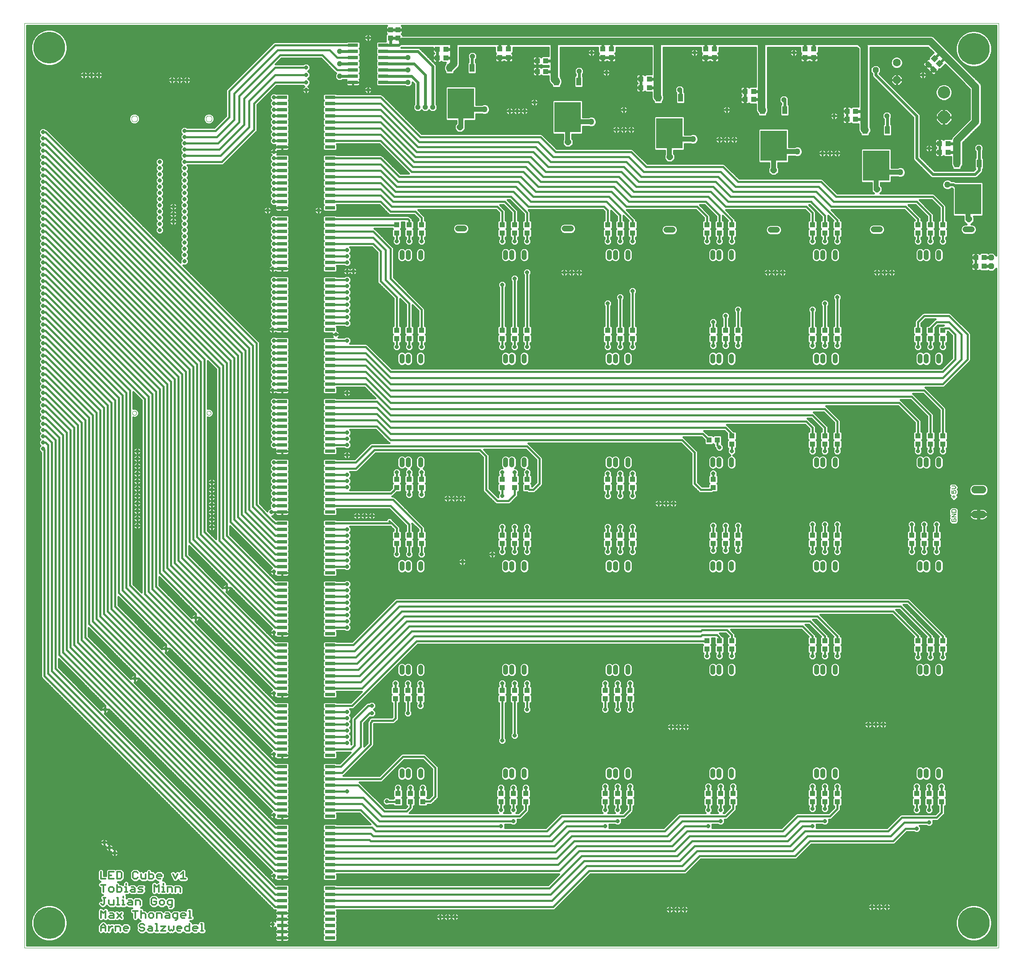
<source format=gtl>
G75*
%MOIN*%
%OFA0B0*%
%FSLAX25Y25*%
%IPPOS*%
%LPD*%
%AMOC8*
5,1,8,0,0,1.08239X$1,22.5*
%
%ADD10C,0.00000*%
%ADD11C,0.01400*%
%ADD12C,0.00600*%
%ADD13C,0.04787*%
%ADD14R,0.04331X0.03937*%
%ADD15C,0.03937*%
%ADD16R,0.08000X0.02600*%
%ADD17R,0.03937X0.04331*%
%ADD18C,0.05987*%
%ADD19R,0.21260X0.24409*%
%ADD20R,0.03937X0.06299*%
%ADD21R,0.04134X0.04252*%
%ADD22R,0.04252X0.04134*%
%ADD23C,0.05000*%
%ADD24C,0.10000*%
%ADD25OC8,0.10000*%
%ADD26OC8,0.06300*%
%ADD27C,0.06300*%
%ADD28OC8,0.03150*%
%ADD29C,0.01600*%
%ADD30C,0.04000*%
%ADD31OC8,0.05118*%
%ADD32C,0.06000*%
%ADD33C,0.02400*%
%ADD34OC8,0.04724*%
%ADD35OC8,0.03937*%
%ADD36C,0.25591*%
D10*
X0001800Y0001800D02*
X0001800Y0746548D01*
X0786879Y0746548D01*
X0786879Y0001800D01*
X0001800Y0001800D01*
X0088796Y0432540D02*
X0088798Y0432621D01*
X0088804Y0432703D01*
X0088814Y0432784D01*
X0088828Y0432864D01*
X0088845Y0432943D01*
X0088867Y0433022D01*
X0088892Y0433099D01*
X0088921Y0433176D01*
X0088954Y0433250D01*
X0088991Y0433323D01*
X0089030Y0433394D01*
X0089074Y0433463D01*
X0089120Y0433530D01*
X0089170Y0433594D01*
X0089223Y0433656D01*
X0089279Y0433716D01*
X0089337Y0433772D01*
X0089399Y0433826D01*
X0089463Y0433877D01*
X0089529Y0433924D01*
X0089597Y0433968D01*
X0089668Y0434009D01*
X0089740Y0434046D01*
X0089815Y0434080D01*
X0089890Y0434110D01*
X0089968Y0434136D01*
X0090046Y0434159D01*
X0090125Y0434177D01*
X0090205Y0434192D01*
X0090286Y0434203D01*
X0090367Y0434210D01*
X0090449Y0434213D01*
X0090530Y0434212D01*
X0090611Y0434207D01*
X0090692Y0434198D01*
X0090773Y0434185D01*
X0090853Y0434168D01*
X0090931Y0434148D01*
X0091009Y0434123D01*
X0091086Y0434095D01*
X0091161Y0434063D01*
X0091234Y0434028D01*
X0091305Y0433989D01*
X0091375Y0433946D01*
X0091442Y0433901D01*
X0091508Y0433852D01*
X0091570Y0433800D01*
X0091630Y0433744D01*
X0091687Y0433686D01*
X0091742Y0433626D01*
X0091793Y0433562D01*
X0091841Y0433497D01*
X0091886Y0433429D01*
X0091928Y0433359D01*
X0091966Y0433287D01*
X0092001Y0433213D01*
X0092032Y0433138D01*
X0092059Y0433061D01*
X0092082Y0432983D01*
X0092102Y0432904D01*
X0092118Y0432824D01*
X0092130Y0432743D01*
X0092138Y0432662D01*
X0092142Y0432581D01*
X0092142Y0432499D01*
X0092138Y0432418D01*
X0092130Y0432337D01*
X0092118Y0432256D01*
X0092102Y0432176D01*
X0092082Y0432097D01*
X0092059Y0432019D01*
X0092032Y0431942D01*
X0092001Y0431867D01*
X0091966Y0431793D01*
X0091928Y0431721D01*
X0091886Y0431651D01*
X0091841Y0431583D01*
X0091793Y0431518D01*
X0091742Y0431454D01*
X0091687Y0431394D01*
X0091630Y0431336D01*
X0091570Y0431280D01*
X0091508Y0431228D01*
X0091442Y0431179D01*
X0091375Y0431134D01*
X0091306Y0431091D01*
X0091234Y0431052D01*
X0091161Y0431017D01*
X0091086Y0430985D01*
X0091009Y0430957D01*
X0090931Y0430932D01*
X0090853Y0430912D01*
X0090773Y0430895D01*
X0090692Y0430882D01*
X0090611Y0430873D01*
X0090530Y0430868D01*
X0090449Y0430867D01*
X0090367Y0430870D01*
X0090286Y0430877D01*
X0090205Y0430888D01*
X0090125Y0430903D01*
X0090046Y0430921D01*
X0089968Y0430944D01*
X0089890Y0430970D01*
X0089815Y0431000D01*
X0089740Y0431034D01*
X0089668Y0431071D01*
X0089597Y0431112D01*
X0089529Y0431156D01*
X0089463Y0431203D01*
X0089399Y0431254D01*
X0089337Y0431308D01*
X0089279Y0431364D01*
X0089223Y0431424D01*
X0089170Y0431486D01*
X0089120Y0431550D01*
X0089074Y0431617D01*
X0089030Y0431686D01*
X0088991Y0431757D01*
X0088954Y0431830D01*
X0088921Y0431904D01*
X0088892Y0431981D01*
X0088867Y0432058D01*
X0088845Y0432137D01*
X0088828Y0432216D01*
X0088814Y0432296D01*
X0088804Y0432377D01*
X0088798Y0432459D01*
X0088796Y0432540D01*
X0148796Y0432540D02*
X0148798Y0432621D01*
X0148804Y0432703D01*
X0148814Y0432784D01*
X0148828Y0432864D01*
X0148845Y0432943D01*
X0148867Y0433022D01*
X0148892Y0433099D01*
X0148921Y0433176D01*
X0148954Y0433250D01*
X0148991Y0433323D01*
X0149030Y0433394D01*
X0149074Y0433463D01*
X0149120Y0433530D01*
X0149170Y0433594D01*
X0149223Y0433656D01*
X0149279Y0433716D01*
X0149337Y0433772D01*
X0149399Y0433826D01*
X0149463Y0433877D01*
X0149529Y0433924D01*
X0149597Y0433968D01*
X0149668Y0434009D01*
X0149740Y0434046D01*
X0149815Y0434080D01*
X0149890Y0434110D01*
X0149968Y0434136D01*
X0150046Y0434159D01*
X0150125Y0434177D01*
X0150205Y0434192D01*
X0150286Y0434203D01*
X0150367Y0434210D01*
X0150449Y0434213D01*
X0150530Y0434212D01*
X0150611Y0434207D01*
X0150692Y0434198D01*
X0150773Y0434185D01*
X0150853Y0434168D01*
X0150931Y0434148D01*
X0151009Y0434123D01*
X0151086Y0434095D01*
X0151161Y0434063D01*
X0151234Y0434028D01*
X0151305Y0433989D01*
X0151375Y0433946D01*
X0151442Y0433901D01*
X0151508Y0433852D01*
X0151570Y0433800D01*
X0151630Y0433744D01*
X0151687Y0433686D01*
X0151742Y0433626D01*
X0151793Y0433562D01*
X0151841Y0433497D01*
X0151886Y0433429D01*
X0151928Y0433359D01*
X0151966Y0433287D01*
X0152001Y0433213D01*
X0152032Y0433138D01*
X0152059Y0433061D01*
X0152082Y0432983D01*
X0152102Y0432904D01*
X0152118Y0432824D01*
X0152130Y0432743D01*
X0152138Y0432662D01*
X0152142Y0432581D01*
X0152142Y0432499D01*
X0152138Y0432418D01*
X0152130Y0432337D01*
X0152118Y0432256D01*
X0152102Y0432176D01*
X0152082Y0432097D01*
X0152059Y0432019D01*
X0152032Y0431942D01*
X0152001Y0431867D01*
X0151966Y0431793D01*
X0151928Y0431721D01*
X0151886Y0431651D01*
X0151841Y0431583D01*
X0151793Y0431518D01*
X0151742Y0431454D01*
X0151687Y0431394D01*
X0151630Y0431336D01*
X0151570Y0431280D01*
X0151508Y0431228D01*
X0151442Y0431179D01*
X0151375Y0431134D01*
X0151306Y0431091D01*
X0151234Y0431052D01*
X0151161Y0431017D01*
X0151086Y0430985D01*
X0151009Y0430957D01*
X0150931Y0430932D01*
X0150853Y0430912D01*
X0150773Y0430895D01*
X0150692Y0430882D01*
X0150611Y0430873D01*
X0150530Y0430868D01*
X0150449Y0430867D01*
X0150367Y0430870D01*
X0150286Y0430877D01*
X0150205Y0430888D01*
X0150125Y0430903D01*
X0150046Y0430921D01*
X0149968Y0430944D01*
X0149890Y0430970D01*
X0149815Y0431000D01*
X0149740Y0431034D01*
X0149668Y0431071D01*
X0149597Y0431112D01*
X0149529Y0431156D01*
X0149463Y0431203D01*
X0149399Y0431254D01*
X0149337Y0431308D01*
X0149279Y0431364D01*
X0149223Y0431424D01*
X0149170Y0431486D01*
X0149120Y0431550D01*
X0149074Y0431617D01*
X0149030Y0431686D01*
X0148991Y0431757D01*
X0148954Y0431830D01*
X0148921Y0431904D01*
X0148892Y0431981D01*
X0148867Y0432058D01*
X0148845Y0432137D01*
X0148828Y0432216D01*
X0148814Y0432296D01*
X0148804Y0432377D01*
X0148798Y0432459D01*
X0148796Y0432540D01*
X0148008Y0669548D02*
X0148010Y0669647D01*
X0148016Y0669746D01*
X0148026Y0669845D01*
X0148040Y0669943D01*
X0148058Y0670040D01*
X0148080Y0670137D01*
X0148105Y0670233D01*
X0148135Y0670327D01*
X0148168Y0670421D01*
X0148205Y0670513D01*
X0148246Y0670603D01*
X0148290Y0670692D01*
X0148338Y0670778D01*
X0148389Y0670863D01*
X0148444Y0670946D01*
X0148502Y0671026D01*
X0148563Y0671104D01*
X0148627Y0671180D01*
X0148694Y0671253D01*
X0148764Y0671323D01*
X0148837Y0671390D01*
X0148913Y0671454D01*
X0148991Y0671515D01*
X0149071Y0671573D01*
X0149154Y0671628D01*
X0149238Y0671679D01*
X0149325Y0671727D01*
X0149414Y0671771D01*
X0149504Y0671812D01*
X0149596Y0671849D01*
X0149690Y0671882D01*
X0149784Y0671912D01*
X0149880Y0671937D01*
X0149977Y0671959D01*
X0150074Y0671977D01*
X0150172Y0671991D01*
X0150271Y0672001D01*
X0150370Y0672007D01*
X0150469Y0672009D01*
X0150568Y0672007D01*
X0150667Y0672001D01*
X0150766Y0671991D01*
X0150864Y0671977D01*
X0150961Y0671959D01*
X0151058Y0671937D01*
X0151154Y0671912D01*
X0151248Y0671882D01*
X0151342Y0671849D01*
X0151434Y0671812D01*
X0151524Y0671771D01*
X0151613Y0671727D01*
X0151699Y0671679D01*
X0151784Y0671628D01*
X0151867Y0671573D01*
X0151947Y0671515D01*
X0152025Y0671454D01*
X0152101Y0671390D01*
X0152174Y0671323D01*
X0152244Y0671253D01*
X0152311Y0671180D01*
X0152375Y0671104D01*
X0152436Y0671026D01*
X0152494Y0670946D01*
X0152549Y0670863D01*
X0152600Y0670779D01*
X0152648Y0670692D01*
X0152692Y0670603D01*
X0152733Y0670513D01*
X0152770Y0670421D01*
X0152803Y0670327D01*
X0152833Y0670233D01*
X0152858Y0670137D01*
X0152880Y0670040D01*
X0152898Y0669943D01*
X0152912Y0669845D01*
X0152922Y0669746D01*
X0152928Y0669647D01*
X0152930Y0669548D01*
X0152928Y0669449D01*
X0152922Y0669350D01*
X0152912Y0669251D01*
X0152898Y0669153D01*
X0152880Y0669056D01*
X0152858Y0668959D01*
X0152833Y0668863D01*
X0152803Y0668769D01*
X0152770Y0668675D01*
X0152733Y0668583D01*
X0152692Y0668493D01*
X0152648Y0668404D01*
X0152600Y0668318D01*
X0152549Y0668233D01*
X0152494Y0668150D01*
X0152436Y0668070D01*
X0152375Y0667992D01*
X0152311Y0667916D01*
X0152244Y0667843D01*
X0152174Y0667773D01*
X0152101Y0667706D01*
X0152025Y0667642D01*
X0151947Y0667581D01*
X0151867Y0667523D01*
X0151784Y0667468D01*
X0151700Y0667417D01*
X0151613Y0667369D01*
X0151524Y0667325D01*
X0151434Y0667284D01*
X0151342Y0667247D01*
X0151248Y0667214D01*
X0151154Y0667184D01*
X0151058Y0667159D01*
X0150961Y0667137D01*
X0150864Y0667119D01*
X0150766Y0667105D01*
X0150667Y0667095D01*
X0150568Y0667089D01*
X0150469Y0667087D01*
X0150370Y0667089D01*
X0150271Y0667095D01*
X0150172Y0667105D01*
X0150074Y0667119D01*
X0149977Y0667137D01*
X0149880Y0667159D01*
X0149784Y0667184D01*
X0149690Y0667214D01*
X0149596Y0667247D01*
X0149504Y0667284D01*
X0149414Y0667325D01*
X0149325Y0667369D01*
X0149239Y0667417D01*
X0149154Y0667468D01*
X0149071Y0667523D01*
X0148991Y0667581D01*
X0148913Y0667642D01*
X0148837Y0667706D01*
X0148764Y0667773D01*
X0148694Y0667843D01*
X0148627Y0667916D01*
X0148563Y0667992D01*
X0148502Y0668070D01*
X0148444Y0668150D01*
X0148389Y0668233D01*
X0148338Y0668317D01*
X0148290Y0668404D01*
X0148246Y0668493D01*
X0148205Y0668583D01*
X0148168Y0668675D01*
X0148135Y0668769D01*
X0148105Y0668863D01*
X0148080Y0668959D01*
X0148058Y0669056D01*
X0148040Y0669153D01*
X0148026Y0669251D01*
X0148016Y0669350D01*
X0148010Y0669449D01*
X0148008Y0669548D01*
X0088008Y0669548D02*
X0088010Y0669647D01*
X0088016Y0669746D01*
X0088026Y0669845D01*
X0088040Y0669943D01*
X0088058Y0670040D01*
X0088080Y0670137D01*
X0088105Y0670233D01*
X0088135Y0670327D01*
X0088168Y0670421D01*
X0088205Y0670513D01*
X0088246Y0670603D01*
X0088290Y0670692D01*
X0088338Y0670778D01*
X0088389Y0670863D01*
X0088444Y0670946D01*
X0088502Y0671026D01*
X0088563Y0671104D01*
X0088627Y0671180D01*
X0088694Y0671253D01*
X0088764Y0671323D01*
X0088837Y0671390D01*
X0088913Y0671454D01*
X0088991Y0671515D01*
X0089071Y0671573D01*
X0089154Y0671628D01*
X0089238Y0671679D01*
X0089325Y0671727D01*
X0089414Y0671771D01*
X0089504Y0671812D01*
X0089596Y0671849D01*
X0089690Y0671882D01*
X0089784Y0671912D01*
X0089880Y0671937D01*
X0089977Y0671959D01*
X0090074Y0671977D01*
X0090172Y0671991D01*
X0090271Y0672001D01*
X0090370Y0672007D01*
X0090469Y0672009D01*
X0090568Y0672007D01*
X0090667Y0672001D01*
X0090766Y0671991D01*
X0090864Y0671977D01*
X0090961Y0671959D01*
X0091058Y0671937D01*
X0091154Y0671912D01*
X0091248Y0671882D01*
X0091342Y0671849D01*
X0091434Y0671812D01*
X0091524Y0671771D01*
X0091613Y0671727D01*
X0091699Y0671679D01*
X0091784Y0671628D01*
X0091867Y0671573D01*
X0091947Y0671515D01*
X0092025Y0671454D01*
X0092101Y0671390D01*
X0092174Y0671323D01*
X0092244Y0671253D01*
X0092311Y0671180D01*
X0092375Y0671104D01*
X0092436Y0671026D01*
X0092494Y0670946D01*
X0092549Y0670863D01*
X0092600Y0670779D01*
X0092648Y0670692D01*
X0092692Y0670603D01*
X0092733Y0670513D01*
X0092770Y0670421D01*
X0092803Y0670327D01*
X0092833Y0670233D01*
X0092858Y0670137D01*
X0092880Y0670040D01*
X0092898Y0669943D01*
X0092912Y0669845D01*
X0092922Y0669746D01*
X0092928Y0669647D01*
X0092930Y0669548D01*
X0092928Y0669449D01*
X0092922Y0669350D01*
X0092912Y0669251D01*
X0092898Y0669153D01*
X0092880Y0669056D01*
X0092858Y0668959D01*
X0092833Y0668863D01*
X0092803Y0668769D01*
X0092770Y0668675D01*
X0092733Y0668583D01*
X0092692Y0668493D01*
X0092648Y0668404D01*
X0092600Y0668318D01*
X0092549Y0668233D01*
X0092494Y0668150D01*
X0092436Y0668070D01*
X0092375Y0667992D01*
X0092311Y0667916D01*
X0092244Y0667843D01*
X0092174Y0667773D01*
X0092101Y0667706D01*
X0092025Y0667642D01*
X0091947Y0667581D01*
X0091867Y0667523D01*
X0091784Y0667468D01*
X0091700Y0667417D01*
X0091613Y0667369D01*
X0091524Y0667325D01*
X0091434Y0667284D01*
X0091342Y0667247D01*
X0091248Y0667214D01*
X0091154Y0667184D01*
X0091058Y0667159D01*
X0090961Y0667137D01*
X0090864Y0667119D01*
X0090766Y0667105D01*
X0090667Y0667095D01*
X0090568Y0667089D01*
X0090469Y0667087D01*
X0090370Y0667089D01*
X0090271Y0667095D01*
X0090172Y0667105D01*
X0090074Y0667119D01*
X0089977Y0667137D01*
X0089880Y0667159D01*
X0089784Y0667184D01*
X0089690Y0667214D01*
X0089596Y0667247D01*
X0089504Y0667284D01*
X0089414Y0667325D01*
X0089325Y0667369D01*
X0089239Y0667417D01*
X0089154Y0667468D01*
X0089071Y0667523D01*
X0088991Y0667581D01*
X0088913Y0667642D01*
X0088837Y0667706D01*
X0088764Y0667773D01*
X0088694Y0667843D01*
X0088627Y0667916D01*
X0088563Y0667992D01*
X0088502Y0668070D01*
X0088444Y0668150D01*
X0088389Y0668233D01*
X0088338Y0668317D01*
X0088290Y0668404D01*
X0088246Y0668493D01*
X0088205Y0668583D01*
X0088168Y0668675D01*
X0088135Y0668769D01*
X0088105Y0668863D01*
X0088080Y0668959D01*
X0088058Y0669056D01*
X0088040Y0669153D01*
X0088026Y0669251D01*
X0088016Y0669350D01*
X0088010Y0669449D01*
X0088008Y0669548D01*
D11*
X0090216Y0063105D02*
X0089282Y0062171D01*
X0089282Y0058434D01*
X0090216Y0057500D01*
X0092084Y0057500D01*
X0093019Y0058434D01*
X0095727Y0058434D02*
X0095727Y0061237D01*
X0095727Y0058434D02*
X0096662Y0057500D01*
X0099464Y0057500D01*
X0099464Y0061237D01*
X0102173Y0061237D02*
X0104975Y0061237D01*
X0105909Y0060302D01*
X0105909Y0058434D01*
X0104975Y0057500D01*
X0102173Y0057500D01*
X0102173Y0063105D01*
X0108618Y0060302D02*
X0109553Y0061237D01*
X0111421Y0061237D01*
X0112355Y0060302D01*
X0112355Y0059368D01*
X0108618Y0059368D01*
X0108618Y0058434D02*
X0108618Y0060302D01*
X0108618Y0058434D02*
X0109553Y0057500D01*
X0111421Y0057500D01*
X0113850Y0053539D02*
X0113850Y0052605D01*
X0113850Y0050737D02*
X0113850Y0047000D01*
X0114784Y0047000D02*
X0112915Y0047000D01*
X0110206Y0047000D02*
X0110206Y0052605D01*
X0108338Y0050737D01*
X0106470Y0052605D01*
X0106470Y0047000D01*
X0107124Y0042105D02*
X0105256Y0042105D01*
X0104321Y0041171D01*
X0104321Y0037434D01*
X0105256Y0036500D01*
X0107124Y0036500D01*
X0108058Y0037434D01*
X0108058Y0039302D01*
X0106190Y0039302D01*
X0108058Y0041171D02*
X0107124Y0042105D01*
X0110767Y0039302D02*
X0110767Y0037434D01*
X0111701Y0036500D01*
X0113569Y0036500D01*
X0114503Y0037434D01*
X0114503Y0039302D01*
X0113569Y0040237D01*
X0111701Y0040237D01*
X0110767Y0039302D01*
X0117212Y0039302D02*
X0117212Y0037434D01*
X0118147Y0036500D01*
X0120949Y0036500D01*
X0120949Y0035566D02*
X0120949Y0040237D01*
X0118147Y0040237D01*
X0117212Y0039302D01*
X0119081Y0034632D02*
X0120015Y0034632D01*
X0120949Y0035566D01*
X0122444Y0029737D02*
X0121509Y0028802D01*
X0121509Y0026934D01*
X0122444Y0026000D01*
X0125246Y0026000D01*
X0125246Y0025066D02*
X0125246Y0029737D01*
X0122444Y0029737D01*
X0118800Y0028802D02*
X0118800Y0026000D01*
X0115998Y0026000D01*
X0115064Y0026934D01*
X0115998Y0027868D01*
X0118800Y0027868D01*
X0118800Y0028802D02*
X0117866Y0029737D01*
X0115998Y0029737D01*
X0112355Y0028802D02*
X0112355Y0026000D01*
X0112355Y0028802D02*
X0111421Y0029737D01*
X0108618Y0029737D01*
X0108618Y0026000D01*
X0105909Y0026934D02*
X0105909Y0028802D01*
X0104975Y0029737D01*
X0103107Y0029737D01*
X0102173Y0028802D01*
X0102173Y0026934D01*
X0103107Y0026000D01*
X0104975Y0026000D01*
X0105909Y0026934D01*
X0107544Y0021105D02*
X0108478Y0021105D01*
X0108478Y0015500D01*
X0107544Y0015500D02*
X0109412Y0015500D01*
X0111841Y0015500D02*
X0115578Y0015500D01*
X0118287Y0016434D02*
X0119221Y0015500D01*
X0120155Y0016434D01*
X0121089Y0015500D01*
X0122023Y0016434D01*
X0122023Y0019237D01*
X0124732Y0018302D02*
X0125666Y0019237D01*
X0127535Y0019237D01*
X0128469Y0018302D01*
X0128469Y0017368D01*
X0124732Y0017368D01*
X0124732Y0016434D02*
X0124732Y0018302D01*
X0124732Y0016434D02*
X0125666Y0015500D01*
X0127535Y0015500D01*
X0131178Y0016434D02*
X0131178Y0018302D01*
X0132112Y0019237D01*
X0134914Y0019237D01*
X0134914Y0021105D02*
X0134914Y0015500D01*
X0132112Y0015500D01*
X0131178Y0016434D01*
X0137623Y0016434D02*
X0137623Y0018302D01*
X0138557Y0019237D01*
X0140426Y0019237D01*
X0141360Y0018302D01*
X0141360Y0017368D01*
X0137623Y0017368D01*
X0137623Y0016434D02*
X0138557Y0015500D01*
X0140426Y0015500D01*
X0144069Y0015500D02*
X0145937Y0015500D01*
X0145003Y0015500D02*
X0145003Y0021105D01*
X0144069Y0021105D01*
X0136269Y0026000D02*
X0134400Y0026000D01*
X0135335Y0026000D02*
X0135335Y0031605D01*
X0134400Y0031605D01*
X0131691Y0028802D02*
X0131691Y0027868D01*
X0127955Y0027868D01*
X0127955Y0026934D02*
X0127955Y0028802D01*
X0128889Y0029737D01*
X0130757Y0029737D01*
X0131691Y0028802D01*
X0130757Y0026000D02*
X0128889Y0026000D01*
X0127955Y0026934D01*
X0125246Y0025066D02*
X0124312Y0024132D01*
X0123378Y0024132D01*
X0118287Y0019237D02*
X0118287Y0016434D01*
X0115578Y0019237D02*
X0111841Y0015500D01*
X0111841Y0019237D02*
X0115578Y0019237D01*
X0104835Y0018302D02*
X0104835Y0015500D01*
X0102033Y0015500D01*
X0101099Y0016434D01*
X0102033Y0017368D01*
X0104835Y0017368D01*
X0104835Y0018302D02*
X0103901Y0019237D01*
X0102033Y0019237D01*
X0098390Y0020171D02*
X0097456Y0021105D01*
X0095587Y0021105D01*
X0094653Y0020171D01*
X0094653Y0019237D01*
X0095587Y0018302D01*
X0097456Y0018302D01*
X0098390Y0017368D01*
X0098390Y0016434D01*
X0097456Y0015500D01*
X0095587Y0015500D01*
X0094653Y0016434D01*
X0095727Y0026000D02*
X0095727Y0031605D01*
X0096662Y0029737D02*
X0098530Y0029737D01*
X0099464Y0028802D01*
X0099464Y0026000D01*
X0095727Y0028802D02*
X0096662Y0029737D01*
X0093019Y0031605D02*
X0089282Y0031605D01*
X0091150Y0031605D02*
X0091150Y0026000D01*
X0084565Y0019237D02*
X0085499Y0018302D01*
X0085499Y0017368D01*
X0081762Y0017368D01*
X0081762Y0016434D02*
X0081762Y0018302D01*
X0082696Y0019237D01*
X0084565Y0019237D01*
X0084565Y0015500D02*
X0082696Y0015500D01*
X0081762Y0016434D01*
X0079053Y0015500D02*
X0079053Y0018302D01*
X0078119Y0019237D01*
X0075317Y0019237D01*
X0075317Y0015500D01*
X0072748Y0019237D02*
X0071814Y0019237D01*
X0069945Y0017368D01*
X0069945Y0015500D02*
X0069945Y0019237D01*
X0067237Y0019237D02*
X0067237Y0015500D01*
X0067237Y0018302D02*
X0063500Y0018302D01*
X0063500Y0019237D02*
X0065368Y0021105D01*
X0067237Y0019237D01*
X0063500Y0019237D02*
X0063500Y0015500D01*
X0063500Y0026000D02*
X0063500Y0031605D01*
X0065368Y0029737D01*
X0067237Y0031605D01*
X0067237Y0026000D01*
X0069945Y0026934D02*
X0070880Y0027868D01*
X0073682Y0027868D01*
X0073682Y0028802D02*
X0073682Y0026000D01*
X0070880Y0026000D01*
X0069945Y0026934D01*
X0070880Y0029737D02*
X0072748Y0029737D01*
X0073682Y0028802D01*
X0076391Y0029737D02*
X0080128Y0026000D01*
X0076391Y0026000D02*
X0080128Y0029737D01*
X0080688Y0036500D02*
X0082556Y0036500D01*
X0081622Y0036500D02*
X0081622Y0040237D01*
X0080688Y0040237D01*
X0081622Y0042105D02*
X0081622Y0043039D01*
X0082836Y0047000D02*
X0084705Y0047000D01*
X0083771Y0047000D02*
X0083771Y0050737D01*
X0082836Y0050737D01*
X0083771Y0052605D02*
X0083771Y0053539D01*
X0088068Y0050737D02*
X0089936Y0050737D01*
X0090870Y0049802D01*
X0090870Y0047000D01*
X0088068Y0047000D01*
X0087133Y0047934D01*
X0088068Y0048868D01*
X0090870Y0048868D01*
X0093579Y0049802D02*
X0094513Y0050737D01*
X0097316Y0050737D01*
X0096381Y0048868D02*
X0094513Y0048868D01*
X0093579Y0049802D01*
X0093579Y0047000D02*
X0096381Y0047000D01*
X0097316Y0047934D01*
X0096381Y0048868D01*
X0094233Y0040237D02*
X0095167Y0039302D01*
X0095167Y0036500D01*
X0091430Y0036500D02*
X0091430Y0040237D01*
X0094233Y0040237D01*
X0088722Y0039302D02*
X0088722Y0036500D01*
X0085919Y0036500D01*
X0084985Y0037434D01*
X0085919Y0038368D01*
X0088722Y0038368D01*
X0088722Y0039302D02*
X0087787Y0040237D01*
X0085919Y0040237D01*
X0078259Y0036500D02*
X0076391Y0036500D01*
X0077325Y0036500D02*
X0077325Y0042105D01*
X0076391Y0042105D01*
X0073682Y0040237D02*
X0073682Y0036500D01*
X0070880Y0036500D01*
X0069945Y0037434D01*
X0069945Y0040237D01*
X0067237Y0042105D02*
X0065368Y0042105D01*
X0066302Y0042105D02*
X0066302Y0037434D01*
X0065368Y0036500D01*
X0064434Y0036500D01*
X0063500Y0037434D01*
X0065368Y0047000D02*
X0065368Y0052605D01*
X0063500Y0052605D02*
X0067237Y0052605D01*
X0069945Y0049802D02*
X0069945Y0047934D01*
X0070880Y0047000D01*
X0072748Y0047000D01*
X0073682Y0047934D01*
X0073682Y0049802D01*
X0072748Y0050737D01*
X0070880Y0050737D01*
X0069945Y0049802D01*
X0076391Y0050737D02*
X0079193Y0050737D01*
X0080128Y0049802D01*
X0080128Y0047934D01*
X0079193Y0047000D01*
X0076391Y0047000D01*
X0076391Y0052605D01*
X0076391Y0057500D02*
X0079193Y0057500D01*
X0080128Y0058434D01*
X0080128Y0062171D01*
X0079193Y0063105D01*
X0076391Y0063105D01*
X0076391Y0057500D01*
X0073682Y0057500D02*
X0069945Y0057500D01*
X0069945Y0063105D01*
X0073682Y0063105D01*
X0071814Y0060302D02*
X0069945Y0060302D01*
X0067237Y0057500D02*
X0063500Y0057500D01*
X0063500Y0063105D01*
X0090216Y0063105D02*
X0092084Y0063105D01*
X0093019Y0062171D01*
X0112915Y0050737D02*
X0113850Y0050737D01*
X0117212Y0050737D02*
X0120015Y0050737D01*
X0120949Y0049802D01*
X0120949Y0047000D01*
X0123658Y0047000D02*
X0123658Y0050737D01*
X0126460Y0050737D01*
X0127394Y0049802D01*
X0127394Y0047000D01*
X0127955Y0057500D02*
X0131691Y0057500D01*
X0129823Y0057500D02*
X0129823Y0063105D01*
X0127955Y0061237D01*
X0125246Y0061237D02*
X0123378Y0057500D01*
X0121509Y0061237D01*
X0117212Y0050737D02*
X0117212Y0047000D01*
D12*
X0749097Y0345667D02*
X0749664Y0345100D01*
X0751933Y0345100D01*
X0752500Y0345667D01*
X0752500Y0346801D01*
X0751933Y0347369D01*
X0750799Y0347369D01*
X0750799Y0346234D01*
X0749664Y0347369D02*
X0749097Y0346801D01*
X0749097Y0345667D01*
X0749097Y0348783D02*
X0752500Y0351052D01*
X0749097Y0351052D01*
X0749097Y0352466D02*
X0749097Y0354168D01*
X0749664Y0354735D01*
X0751933Y0354735D01*
X0752500Y0354168D01*
X0752500Y0352466D01*
X0749097Y0352466D01*
X0749097Y0348783D02*
X0752500Y0348783D01*
X0750799Y0364100D02*
X0750799Y0366369D01*
X0750799Y0367783D02*
X0750231Y0368917D01*
X0750231Y0369485D01*
X0750799Y0370052D01*
X0751933Y0370052D01*
X0752500Y0369485D01*
X0752500Y0368350D01*
X0751933Y0367783D01*
X0750799Y0367783D02*
X0749097Y0367783D01*
X0749097Y0370052D01*
X0749097Y0371466D02*
X0751366Y0371466D01*
X0752500Y0372601D01*
X0751366Y0373735D01*
X0749097Y0373735D01*
X0749664Y0365234D02*
X0751933Y0365234D01*
D13*
X0760241Y0580414D02*
X0765028Y0580414D01*
X0691028Y0580414D02*
X0686241Y0580414D01*
X0608036Y0580115D02*
X0603249Y0580115D01*
X0524036Y0580115D02*
X0519249Y0580115D01*
X0442036Y0581115D02*
X0437249Y0581115D01*
X0356036Y0581115D02*
X0351249Y0581115D01*
D14*
X0321800Y0584146D03*
X0321800Y0577454D03*
X0311800Y0577454D03*
X0311800Y0584146D03*
X0301800Y0584146D03*
X0301800Y0577454D03*
X0301800Y0499146D03*
X0301800Y0492454D03*
X0311800Y0492454D03*
X0311800Y0499146D03*
X0321800Y0499146D03*
X0321800Y0492454D03*
X0386800Y0492454D03*
X0386800Y0499146D03*
X0396800Y0499146D03*
X0396800Y0492454D03*
X0406800Y0492454D03*
X0406800Y0499146D03*
X0471800Y0499146D03*
X0471800Y0492454D03*
X0481800Y0492454D03*
X0481800Y0499146D03*
X0491800Y0499146D03*
X0491800Y0492454D03*
X0556800Y0492454D03*
X0556800Y0499146D03*
X0566800Y0499146D03*
X0566800Y0492454D03*
X0576800Y0492454D03*
X0576800Y0499146D03*
X0636800Y0499146D03*
X0636800Y0492454D03*
X0646800Y0492454D03*
X0646800Y0499146D03*
X0656800Y0499146D03*
X0656800Y0492454D03*
X0721800Y0492454D03*
X0721800Y0499146D03*
X0731800Y0499146D03*
X0731800Y0492454D03*
X0741800Y0492454D03*
X0741800Y0499146D03*
X0741800Y0577454D03*
X0741800Y0584146D03*
X0731800Y0584146D03*
X0731800Y0577454D03*
X0721800Y0577454D03*
X0721800Y0584146D03*
X0656800Y0584146D03*
X0656800Y0577454D03*
X0646800Y0577454D03*
X0646800Y0584146D03*
X0636800Y0584146D03*
X0636800Y0577454D03*
X0571800Y0577454D03*
X0571800Y0584146D03*
X0561800Y0584146D03*
X0561800Y0577454D03*
X0551800Y0577454D03*
X0551800Y0584146D03*
X0491800Y0584146D03*
X0491800Y0577454D03*
X0481800Y0577454D03*
X0481800Y0584146D03*
X0471800Y0584146D03*
X0471800Y0577454D03*
X0406800Y0577454D03*
X0406800Y0584146D03*
X0396800Y0584146D03*
X0396800Y0577454D03*
X0386800Y0577454D03*
X0386800Y0584146D03*
X0571800Y0414146D03*
X0571800Y0407454D03*
X0556800Y0379146D03*
X0556800Y0372454D03*
X0556800Y0334146D03*
X0556800Y0327454D03*
X0566800Y0327454D03*
X0566800Y0334146D03*
X0576800Y0334146D03*
X0576800Y0327454D03*
X0636800Y0327454D03*
X0636800Y0334146D03*
X0646800Y0334146D03*
X0646800Y0327454D03*
X0656800Y0327454D03*
X0656800Y0334146D03*
X0716800Y0334146D03*
X0716800Y0327454D03*
X0726800Y0327454D03*
X0726800Y0334146D03*
X0736800Y0334146D03*
X0736800Y0327454D03*
X0731800Y0407454D03*
X0731800Y0414146D03*
X0721800Y0414146D03*
X0721800Y0407454D03*
X0741800Y0407454D03*
X0741800Y0414146D03*
X0656800Y0414146D03*
X0656800Y0407454D03*
X0646800Y0407454D03*
X0646800Y0414146D03*
X0636800Y0414146D03*
X0636800Y0407454D03*
X0491800Y0379146D03*
X0491800Y0372454D03*
X0481800Y0372454D03*
X0481800Y0379146D03*
X0471800Y0379146D03*
X0471800Y0372454D03*
X0471800Y0334146D03*
X0471800Y0327454D03*
X0481800Y0327454D03*
X0481800Y0334146D03*
X0491800Y0334146D03*
X0491800Y0327454D03*
X0406800Y0327454D03*
X0406800Y0334146D03*
X0396800Y0334146D03*
X0396800Y0327454D03*
X0386800Y0327454D03*
X0386800Y0334146D03*
X0386800Y0372454D03*
X0386800Y0379146D03*
X0396800Y0379146D03*
X0396800Y0372454D03*
X0406800Y0372454D03*
X0406800Y0379146D03*
X0321800Y0379146D03*
X0321800Y0372454D03*
X0311800Y0372454D03*
X0311800Y0379146D03*
X0301800Y0379146D03*
X0301800Y0372454D03*
X0301800Y0334146D03*
X0301800Y0327454D03*
X0311800Y0327454D03*
X0311800Y0334146D03*
X0321800Y0334146D03*
X0321800Y0327454D03*
X0320800Y0209146D03*
X0320800Y0202454D03*
X0310800Y0202454D03*
X0310800Y0209146D03*
X0300800Y0209146D03*
X0300800Y0202454D03*
X0302800Y0126146D03*
X0302800Y0119454D03*
X0312800Y0119454D03*
X0312800Y0126146D03*
X0322800Y0126146D03*
X0322800Y0119454D03*
X0385800Y0119454D03*
X0385800Y0126146D03*
X0395800Y0126146D03*
X0395800Y0119454D03*
X0405800Y0119454D03*
X0405800Y0126146D03*
X0469800Y0126146D03*
X0469800Y0119454D03*
X0479800Y0119454D03*
X0479800Y0126146D03*
X0489800Y0126146D03*
X0489800Y0119454D03*
X0552800Y0119454D03*
X0552800Y0126146D03*
X0562800Y0126146D03*
X0562800Y0119454D03*
X0572800Y0119454D03*
X0572800Y0126146D03*
X0636800Y0126146D03*
X0636800Y0119454D03*
X0646800Y0119454D03*
X0646800Y0126146D03*
X0656800Y0126146D03*
X0656800Y0119454D03*
X0720800Y0119454D03*
X0720800Y0126146D03*
X0730800Y0126146D03*
X0730800Y0119454D03*
X0740800Y0119454D03*
X0740800Y0126146D03*
X0741800Y0242454D03*
X0741800Y0249146D03*
X0731800Y0249146D03*
X0731800Y0242454D03*
X0721800Y0242454D03*
X0721800Y0249146D03*
X0656800Y0249146D03*
X0656800Y0242454D03*
X0646800Y0242454D03*
X0646800Y0249146D03*
X0636800Y0249146D03*
X0636800Y0242454D03*
X0571800Y0242454D03*
X0571800Y0249146D03*
X0561800Y0249146D03*
X0561800Y0242454D03*
X0551800Y0242454D03*
X0551800Y0249146D03*
X0489800Y0209146D03*
X0489800Y0202454D03*
X0479800Y0202454D03*
X0479800Y0209146D03*
X0469800Y0209146D03*
X0469800Y0202454D03*
X0406800Y0202454D03*
X0406800Y0209146D03*
X0396800Y0209146D03*
X0396800Y0202454D03*
X0386800Y0202454D03*
X0386800Y0209146D03*
D15*
X0389583Y0223871D02*
X0389583Y0227808D01*
X0394583Y0227808D02*
X0394583Y0223871D01*
X0404583Y0223871D02*
X0404583Y0227808D01*
X0473087Y0227808D02*
X0473087Y0223871D01*
X0478087Y0223871D02*
X0478087Y0227808D01*
X0488087Y0227808D02*
X0488087Y0223871D01*
X0556591Y0223871D02*
X0556591Y0227808D01*
X0561591Y0227808D02*
X0561591Y0223871D01*
X0571591Y0223871D02*
X0571591Y0227808D01*
X0640095Y0227808D02*
X0640095Y0223871D01*
X0645095Y0223871D02*
X0645095Y0227808D01*
X0655095Y0227808D02*
X0655095Y0223871D01*
X0723599Y0223871D02*
X0723599Y0227808D01*
X0728599Y0227808D02*
X0728599Y0223871D01*
X0738599Y0223871D02*
X0738599Y0227808D01*
X0738599Y0307375D02*
X0738599Y0311312D01*
X0728599Y0311312D02*
X0728599Y0307375D01*
X0723599Y0307375D02*
X0723599Y0311312D01*
X0655095Y0311312D02*
X0655095Y0307375D01*
X0645095Y0307375D02*
X0645095Y0311312D01*
X0640095Y0311312D02*
X0640095Y0307375D01*
X0571591Y0307375D02*
X0571591Y0311312D01*
X0561591Y0311312D02*
X0561591Y0307375D01*
X0556591Y0307375D02*
X0556591Y0311312D01*
X0488087Y0311312D02*
X0488087Y0307375D01*
X0478087Y0307375D02*
X0478087Y0311312D01*
X0473087Y0311312D02*
X0473087Y0307375D01*
X0404583Y0307375D02*
X0404583Y0311312D01*
X0394583Y0311312D02*
X0394583Y0307375D01*
X0389583Y0307375D02*
X0389583Y0311312D01*
X0321080Y0311312D02*
X0321080Y0307375D01*
X0311080Y0307375D02*
X0311080Y0311312D01*
X0306080Y0311312D02*
X0306080Y0307375D01*
X0306080Y0227808D02*
X0306080Y0223871D01*
X0311080Y0223871D02*
X0311080Y0227808D01*
X0321080Y0227808D02*
X0321080Y0223871D01*
X0321080Y0144304D02*
X0321080Y0140367D01*
X0311080Y0140367D02*
X0311080Y0144304D01*
X0306080Y0144304D02*
X0306080Y0140367D01*
X0389583Y0140367D02*
X0389583Y0144304D01*
X0394583Y0144304D02*
X0394583Y0140367D01*
X0404583Y0140367D02*
X0404583Y0144304D01*
X0473087Y0144304D02*
X0473087Y0140367D01*
X0478087Y0140367D02*
X0478087Y0144304D01*
X0488087Y0144304D02*
X0488087Y0140367D01*
X0556591Y0140367D02*
X0556591Y0144304D01*
X0561591Y0144304D02*
X0561591Y0140367D01*
X0571591Y0140367D02*
X0571591Y0144304D01*
X0640095Y0144304D02*
X0640095Y0140367D01*
X0645095Y0140367D02*
X0645095Y0144304D01*
X0655095Y0144304D02*
X0655095Y0140367D01*
X0723599Y0140367D02*
X0723599Y0144304D01*
X0728599Y0144304D02*
X0728599Y0140367D01*
X0738599Y0140367D02*
X0738599Y0144304D01*
X0738599Y0390879D02*
X0738599Y0394816D01*
X0728599Y0394816D02*
X0728599Y0390879D01*
X0723599Y0390879D02*
X0723599Y0394816D01*
X0655095Y0394816D02*
X0655095Y0390879D01*
X0645095Y0390879D02*
X0645095Y0394816D01*
X0640095Y0394816D02*
X0640095Y0390879D01*
X0571591Y0390879D02*
X0571591Y0394816D01*
X0561591Y0394816D02*
X0561591Y0390879D01*
X0556591Y0390879D02*
X0556591Y0394816D01*
X0488087Y0394816D02*
X0488087Y0390879D01*
X0478087Y0390879D02*
X0478087Y0394816D01*
X0473087Y0394816D02*
X0473087Y0390879D01*
X0404583Y0390879D02*
X0404583Y0394816D01*
X0394583Y0394816D02*
X0394583Y0390879D01*
X0389583Y0390879D02*
X0389583Y0394816D01*
X0321080Y0394816D02*
X0321080Y0390879D01*
X0311080Y0390879D02*
X0311080Y0394816D01*
X0306080Y0394816D02*
X0306080Y0390879D01*
X0306080Y0474383D02*
X0306080Y0478320D01*
X0311080Y0478320D02*
X0311080Y0474383D01*
X0321080Y0474383D02*
X0321080Y0478320D01*
X0389583Y0478320D02*
X0389583Y0474383D01*
X0394583Y0474383D02*
X0394583Y0478320D01*
X0404583Y0478320D02*
X0404583Y0474383D01*
X0473087Y0474383D02*
X0473087Y0478320D01*
X0478087Y0478320D02*
X0478087Y0474383D01*
X0488087Y0474383D02*
X0488087Y0478320D01*
X0556591Y0478320D02*
X0556591Y0474383D01*
X0561591Y0474383D02*
X0561591Y0478320D01*
X0571591Y0478320D02*
X0571591Y0474383D01*
X0640095Y0474383D02*
X0640095Y0478320D01*
X0645095Y0478320D02*
X0645095Y0474383D01*
X0655095Y0474383D02*
X0655095Y0478320D01*
X0723599Y0478320D02*
X0723599Y0474383D01*
X0728599Y0474383D02*
X0728599Y0478320D01*
X0738599Y0478320D02*
X0738599Y0474383D01*
X0738599Y0557887D02*
X0738599Y0561824D01*
X0728599Y0561824D02*
X0728599Y0557887D01*
X0723599Y0557887D02*
X0723599Y0561824D01*
X0655095Y0561824D02*
X0655095Y0557887D01*
X0645095Y0557887D02*
X0645095Y0561824D01*
X0640095Y0561824D02*
X0640095Y0557887D01*
X0571591Y0557887D02*
X0571591Y0561824D01*
X0561591Y0561824D02*
X0561591Y0557887D01*
X0556591Y0557887D02*
X0556591Y0561824D01*
X0488087Y0561824D02*
X0488087Y0557887D01*
X0478087Y0557887D02*
X0478087Y0561824D01*
X0473087Y0561824D02*
X0473087Y0557887D01*
X0404583Y0557887D02*
X0404583Y0561824D01*
X0394583Y0561824D02*
X0394583Y0557887D01*
X0389583Y0557887D02*
X0389583Y0561824D01*
X0321080Y0561824D02*
X0321080Y0557887D01*
X0311080Y0557887D02*
X0311080Y0561824D01*
X0306080Y0561824D02*
X0306080Y0557887D01*
D16*
X0248100Y0558800D03*
X0248100Y0553800D03*
X0248100Y0548800D03*
X0248100Y0539800D03*
X0248100Y0534800D03*
X0248100Y0529800D03*
X0248100Y0524800D03*
X0248100Y0519800D03*
X0248100Y0514800D03*
X0248100Y0509800D03*
X0248100Y0504800D03*
X0248100Y0499800D03*
X0248100Y0490800D03*
X0248100Y0485800D03*
X0248100Y0480800D03*
X0248100Y0475800D03*
X0248100Y0470800D03*
X0248100Y0465800D03*
X0248100Y0460800D03*
X0248100Y0455800D03*
X0248100Y0450800D03*
X0248100Y0441800D03*
X0248100Y0436800D03*
X0248100Y0431800D03*
X0248100Y0426800D03*
X0248100Y0421800D03*
X0248100Y0416800D03*
X0248100Y0411800D03*
X0248100Y0406800D03*
X0248100Y0401800D03*
X0248100Y0392800D03*
X0248100Y0387800D03*
X0248100Y0382800D03*
X0248100Y0377800D03*
X0248100Y0372800D03*
X0248100Y0367800D03*
X0248100Y0362800D03*
X0248100Y0357800D03*
X0248100Y0352800D03*
X0248100Y0343800D03*
X0248100Y0338800D03*
X0248100Y0333800D03*
X0248100Y0328800D03*
X0248100Y0323800D03*
X0248100Y0318800D03*
X0248100Y0313800D03*
X0248100Y0308800D03*
X0248100Y0303800D03*
X0248100Y0294800D03*
X0248100Y0289800D03*
X0248100Y0284800D03*
X0248100Y0279800D03*
X0248100Y0274800D03*
X0248100Y0269800D03*
X0248100Y0264800D03*
X0248100Y0259800D03*
X0248100Y0254800D03*
X0248100Y0245800D03*
X0248100Y0240800D03*
X0248100Y0235800D03*
X0248100Y0230800D03*
X0248100Y0225800D03*
X0248100Y0220800D03*
X0248100Y0215800D03*
X0248100Y0210800D03*
X0248100Y0205800D03*
X0248100Y0196800D03*
X0248100Y0191800D03*
X0248100Y0186800D03*
X0248100Y0181800D03*
X0248100Y0176800D03*
X0248100Y0171800D03*
X0248100Y0166800D03*
X0248100Y0161800D03*
X0248100Y0156800D03*
X0248100Y0147800D03*
X0248100Y0142800D03*
X0248100Y0137800D03*
X0248100Y0132800D03*
X0248100Y0127800D03*
X0248100Y0122800D03*
X0248100Y0117800D03*
X0248100Y0112800D03*
X0248100Y0107800D03*
X0248100Y0098800D03*
X0248100Y0093800D03*
X0248100Y0088800D03*
X0248100Y0083800D03*
X0248100Y0078800D03*
X0248100Y0073800D03*
X0248100Y0068800D03*
X0248100Y0063800D03*
X0248100Y0058800D03*
X0248100Y0049800D03*
X0248100Y0044800D03*
X0248100Y0039800D03*
X0248100Y0034800D03*
X0248100Y0029800D03*
X0248100Y0024800D03*
X0248100Y0019800D03*
X0248100Y0014800D03*
X0248100Y0009800D03*
X0209500Y0009800D03*
X0209500Y0014800D03*
X0209500Y0019800D03*
X0209500Y0024800D03*
X0209500Y0029800D03*
X0209500Y0034800D03*
X0209500Y0039800D03*
X0209500Y0044800D03*
X0209500Y0049800D03*
X0209500Y0058800D03*
X0209500Y0063800D03*
X0209500Y0068800D03*
X0209500Y0073800D03*
X0209500Y0078800D03*
X0209500Y0083800D03*
X0209500Y0088800D03*
X0209500Y0093800D03*
X0209500Y0098800D03*
X0209500Y0107800D03*
X0209500Y0112800D03*
X0209500Y0117800D03*
X0209500Y0122800D03*
X0209500Y0127800D03*
X0209500Y0132800D03*
X0209500Y0137800D03*
X0209500Y0142800D03*
X0209500Y0147800D03*
X0209500Y0156800D03*
X0209500Y0161800D03*
X0209500Y0166800D03*
X0209500Y0171800D03*
X0209500Y0176800D03*
X0209500Y0181800D03*
X0209500Y0186800D03*
X0209500Y0191800D03*
X0209500Y0196800D03*
X0209500Y0205800D03*
X0209500Y0210800D03*
X0209500Y0215800D03*
X0209500Y0220800D03*
X0209500Y0225800D03*
X0209500Y0230800D03*
X0209500Y0235800D03*
X0209500Y0240800D03*
X0209500Y0245800D03*
X0209500Y0254800D03*
X0209500Y0259800D03*
X0209500Y0264800D03*
X0209500Y0269800D03*
X0209500Y0274800D03*
X0209500Y0279800D03*
X0209500Y0284800D03*
X0209500Y0289800D03*
X0209500Y0294800D03*
X0209500Y0303800D03*
X0209500Y0308800D03*
X0209500Y0313800D03*
X0209500Y0318800D03*
X0209500Y0323800D03*
X0209500Y0328800D03*
X0209500Y0333800D03*
X0209500Y0338800D03*
X0209500Y0343800D03*
X0209500Y0352800D03*
X0209500Y0357800D03*
X0209500Y0362800D03*
X0209500Y0367800D03*
X0209500Y0372800D03*
X0209500Y0377800D03*
X0209500Y0382800D03*
X0209500Y0387800D03*
X0209500Y0392800D03*
X0209500Y0401800D03*
X0209500Y0406800D03*
X0209500Y0411800D03*
X0209500Y0416800D03*
X0209500Y0421800D03*
X0209500Y0426800D03*
X0209500Y0431800D03*
X0209500Y0436800D03*
X0209500Y0441800D03*
X0209500Y0450800D03*
X0209500Y0455800D03*
X0209500Y0460800D03*
X0209500Y0465800D03*
X0209500Y0470800D03*
X0209500Y0475800D03*
X0209500Y0480800D03*
X0209500Y0485800D03*
X0209500Y0490800D03*
X0209500Y0499800D03*
X0209500Y0504800D03*
X0209500Y0509800D03*
X0209500Y0514800D03*
X0209500Y0519800D03*
X0209500Y0524800D03*
X0209500Y0529800D03*
X0209500Y0534800D03*
X0209500Y0539800D03*
X0209500Y0548800D03*
X0209500Y0553800D03*
X0209500Y0558800D03*
X0209500Y0563800D03*
X0209500Y0568800D03*
X0209500Y0573800D03*
X0209500Y0578800D03*
X0209500Y0583800D03*
X0209500Y0588800D03*
X0209500Y0597800D03*
X0209500Y0602800D03*
X0209500Y0607800D03*
X0209500Y0612800D03*
X0209500Y0617800D03*
X0209500Y0622800D03*
X0209500Y0627800D03*
X0209500Y0632800D03*
X0209500Y0637800D03*
X0209500Y0646800D03*
X0209500Y0651800D03*
X0209500Y0656800D03*
X0209500Y0661800D03*
X0209500Y0666800D03*
X0209500Y0671800D03*
X0209500Y0676800D03*
X0209500Y0681800D03*
X0209500Y0686800D03*
X0248100Y0686800D03*
X0248100Y0681800D03*
X0248100Y0676800D03*
X0248100Y0671800D03*
X0248100Y0666800D03*
X0248100Y0661800D03*
X0248100Y0656800D03*
X0248100Y0651800D03*
X0248100Y0646800D03*
X0248100Y0637800D03*
X0248100Y0632800D03*
X0248100Y0627800D03*
X0248100Y0622800D03*
X0248100Y0617800D03*
X0248100Y0612800D03*
X0248100Y0607800D03*
X0248100Y0602800D03*
X0248100Y0597800D03*
X0248100Y0588800D03*
X0248100Y0583800D03*
X0248100Y0578800D03*
X0248100Y0573800D03*
X0248100Y0568800D03*
X0248100Y0563800D03*
X0266606Y0698816D03*
X0266606Y0703816D03*
X0266606Y0708816D03*
X0266606Y0713816D03*
X0266606Y0718816D03*
X0266606Y0723816D03*
X0266606Y0728816D03*
X0290806Y0728816D03*
X0290806Y0723816D03*
X0290806Y0718816D03*
X0290806Y0713816D03*
X0290806Y0708816D03*
X0290806Y0703816D03*
X0290806Y0698816D03*
D17*
X0553454Y0410800D03*
X0560146Y0410800D03*
D18*
X0767806Y0370700D02*
X0773794Y0370700D01*
X0773794Y0350900D02*
X0767806Y0350900D01*
D19*
X0762186Y0604792D03*
X0688186Y0631792D03*
X0605485Y0647800D03*
X0521485Y0657800D03*
X0439485Y0670800D03*
X0353485Y0681800D03*
D20*
X0344509Y0710540D03*
X0362461Y0710540D03*
X0430509Y0699540D03*
X0448461Y0699540D03*
X0512509Y0686540D03*
X0530461Y0686540D03*
X0596509Y0676540D03*
X0614461Y0676540D03*
X0679209Y0660532D03*
X0697162Y0660532D03*
X0753209Y0633532D03*
X0771162Y0633532D03*
D21*
X0746131Y0642635D03*
X0739241Y0642635D03*
X0739241Y0649635D03*
X0746131Y0649635D03*
G36*
X0731400Y0709405D02*
X0734323Y0712328D01*
X0737328Y0709323D01*
X0734405Y0706400D01*
X0731400Y0709405D01*
G37*
G36*
X0727400Y0713405D02*
X0730323Y0716328D01*
X0733328Y0713323D01*
X0730405Y0710400D01*
X0727400Y0713405D01*
G37*
G36*
X0732272Y0718277D02*
X0735195Y0721200D01*
X0738200Y0718195D01*
X0735277Y0715272D01*
X0732272Y0718277D01*
G37*
G36*
X0736272Y0714277D02*
X0739195Y0717200D01*
X0742200Y0714195D01*
X0739277Y0711272D01*
X0736272Y0714277D01*
G37*
X0671631Y0675635D03*
X0671631Y0669135D03*
X0664741Y0669135D03*
X0664741Y0675635D03*
X0589430Y0685143D03*
X0589430Y0691643D03*
X0582540Y0691643D03*
X0582540Y0685143D03*
X0505430Y0694643D03*
X0498540Y0694643D03*
X0498540Y0701643D03*
X0505430Y0701643D03*
X0421930Y0707643D03*
X0415040Y0707643D03*
X0415040Y0716143D03*
X0421930Y0716143D03*
X0341430Y0718643D03*
X0334540Y0718643D03*
X0334540Y0725643D03*
X0341430Y0725643D03*
X0768355Y0557800D03*
X0775245Y0557800D03*
X0775245Y0550800D03*
X0768355Y0550800D03*
D22*
X0637800Y0718855D03*
X0637800Y0725745D03*
X0630800Y0725745D03*
X0630800Y0718855D03*
X0557800Y0718855D03*
X0557800Y0725745D03*
X0550800Y0725745D03*
X0550800Y0718855D03*
X0474800Y0718855D03*
X0474800Y0725745D03*
X0467800Y0725745D03*
X0467800Y0718855D03*
X0391800Y0718855D03*
X0391800Y0725745D03*
X0384800Y0725745D03*
X0384800Y0718855D03*
X0302800Y0734355D03*
X0296800Y0734355D03*
X0296800Y0741245D03*
X0302800Y0741245D03*
D23*
X0372643Y0677115D03*
X0458643Y0667115D03*
X0540643Y0653115D03*
X0624643Y0643115D03*
X0707635Y0626414D03*
X0745635Y0616414D03*
D24*
X0742800Y0690800D03*
D25*
X0742800Y0670800D03*
D26*
X0704800Y0700800D03*
D27*
X0704800Y0714800D03*
D28*
X0725800Y0704800D03*
X0730800Y0645800D03*
X0656800Y0641800D03*
X0650800Y0641800D03*
X0644800Y0641800D03*
X0654300Y0671800D03*
X0621800Y0722800D03*
X0567800Y0676800D03*
X0567800Y0652800D03*
X0573800Y0652800D03*
X0561800Y0652800D03*
X0490800Y0660800D03*
X0484800Y0660800D03*
X0478800Y0660800D03*
X0484800Y0676800D03*
X0470800Y0706800D03*
X0458800Y0722800D03*
X0412800Y0682800D03*
X0404800Y0675800D03*
X0398800Y0675800D03*
X0392800Y0675800D03*
X0396800Y0570800D03*
X0386800Y0570800D03*
X0406800Y0570800D03*
X0406800Y0545800D03*
X0396800Y0540800D03*
X0386800Y0535800D03*
X0386800Y0485800D03*
X0396800Y0485800D03*
X0406800Y0485800D03*
X0471800Y0485800D03*
X0481800Y0485800D03*
X0491800Y0485800D03*
X0471800Y0520800D03*
X0481800Y0525800D03*
X0491800Y0530800D03*
X0491800Y0570800D03*
X0481800Y0570800D03*
X0471800Y0570800D03*
X0448800Y0545800D03*
X0442800Y0545800D03*
X0436800Y0545800D03*
X0551800Y0570800D03*
X0561800Y0570800D03*
X0571800Y0570800D03*
X0600800Y0545800D03*
X0606800Y0545800D03*
X0612800Y0545800D03*
X0636800Y0570800D03*
X0646800Y0570800D03*
X0656800Y0570800D03*
X0688800Y0545800D03*
X0694800Y0545800D03*
X0700800Y0545800D03*
X0721800Y0570800D03*
X0731800Y0570800D03*
X0741800Y0570800D03*
X0741800Y0485800D03*
X0731800Y0485800D03*
X0721800Y0485800D03*
X0656800Y0486800D03*
X0646800Y0486800D03*
X0636800Y0486800D03*
X0636800Y0515800D03*
X0646800Y0520800D03*
X0656800Y0525800D03*
X0576800Y0515800D03*
X0566800Y0510800D03*
X0556800Y0505800D03*
X0556800Y0486800D03*
X0566800Y0486800D03*
X0576800Y0486800D03*
X0561800Y0404800D03*
X0571800Y0401800D03*
X0556800Y0383800D03*
X0524800Y0359800D03*
X0518800Y0359800D03*
X0512800Y0359800D03*
X0491800Y0365800D03*
X0481800Y0365800D03*
X0471800Y0365800D03*
X0471800Y0383800D03*
X0481800Y0383800D03*
X0491800Y0383800D03*
X0491800Y0340800D03*
X0481800Y0340800D03*
X0471800Y0340800D03*
X0471800Y0320800D03*
X0481800Y0320800D03*
X0491800Y0320800D03*
X0556800Y0321800D03*
X0566800Y0321800D03*
X0576800Y0321800D03*
X0576800Y0341800D03*
X0566800Y0341800D03*
X0556800Y0341800D03*
X0636800Y0342800D03*
X0646800Y0342800D03*
X0656800Y0342800D03*
X0656800Y0320800D03*
X0646800Y0320800D03*
X0636800Y0320800D03*
X0716800Y0320800D03*
X0726800Y0320800D03*
X0736800Y0320800D03*
X0736800Y0342800D03*
X0726800Y0342800D03*
X0716800Y0342800D03*
X0721800Y0401800D03*
X0731800Y0401800D03*
X0741800Y0401800D03*
X0656800Y0401800D03*
X0646800Y0401800D03*
X0636800Y0401800D03*
X0636800Y0236800D03*
X0646800Y0236800D03*
X0656800Y0236800D03*
X0681800Y0181800D03*
X0687800Y0181800D03*
X0693800Y0181800D03*
X0720800Y0131800D03*
X0730800Y0131800D03*
X0740800Y0131800D03*
X0730800Y0112800D03*
X0730800Y0102800D03*
X0720800Y0097800D03*
X0720800Y0112800D03*
X0656800Y0131800D03*
X0646800Y0131800D03*
X0636800Y0131800D03*
X0636800Y0113800D03*
X0646800Y0113800D03*
X0646800Y0103800D03*
X0636800Y0099800D03*
X0572800Y0131800D03*
X0562800Y0131800D03*
X0552800Y0131800D03*
X0552800Y0112800D03*
X0562800Y0112800D03*
X0562800Y0103800D03*
X0552800Y0099800D03*
X0489800Y0131800D03*
X0479800Y0131800D03*
X0469800Y0131800D03*
X0469800Y0112800D03*
X0479800Y0112800D03*
X0479800Y0103800D03*
X0469800Y0099800D03*
X0405800Y0130800D03*
X0395800Y0130800D03*
X0385800Y0130800D03*
X0385800Y0112800D03*
X0385800Y0099800D03*
X0395800Y0103800D03*
X0395800Y0112800D03*
X0386800Y0168800D03*
X0396800Y0172800D03*
X0406800Y0193800D03*
X0406800Y0214800D03*
X0396800Y0214800D03*
X0386800Y0214800D03*
X0320800Y0214800D03*
X0310800Y0214800D03*
X0300800Y0214800D03*
X0310800Y0190800D03*
X0320800Y0196800D03*
X0281800Y0196800D03*
X0281800Y0190800D03*
X0261800Y0191800D03*
X0261800Y0186800D03*
X0261800Y0181800D03*
X0261800Y0176800D03*
X0261800Y0171800D03*
X0261800Y0166800D03*
X0302800Y0130800D03*
X0312800Y0130800D03*
X0322800Y0130800D03*
X0293800Y0119800D03*
X0261800Y0127800D03*
X0202800Y0108800D03*
X0202800Y0157800D03*
X0202800Y0206800D03*
X0202800Y0255800D03*
X0164800Y0291800D03*
X0139800Y0267800D03*
X0115800Y0242800D03*
X0090800Y0218800D03*
X0066800Y0193800D03*
X0066022Y0086750D03*
X0070264Y0082507D03*
X0074507Y0078264D03*
X0202800Y0059800D03*
X0201800Y0020800D03*
X0336800Y0026800D03*
X0342800Y0026800D03*
X0348800Y0026800D03*
X0521800Y0032800D03*
X0527800Y0032800D03*
X0533800Y0032800D03*
X0534800Y0179800D03*
X0528800Y0179800D03*
X0522800Y0179800D03*
X0489800Y0193800D03*
X0479800Y0193800D03*
X0469800Y0193800D03*
X0469800Y0214800D03*
X0479800Y0214800D03*
X0489800Y0214800D03*
X0551800Y0236800D03*
X0561800Y0236800D03*
X0571800Y0236800D03*
X0721800Y0235800D03*
X0731800Y0235800D03*
X0741800Y0235800D03*
X0696800Y0034800D03*
X0690800Y0034800D03*
X0684800Y0034800D03*
X0406800Y0320800D03*
X0396800Y0320800D03*
X0386800Y0320800D03*
X0378800Y0318800D03*
X0386800Y0340800D03*
X0396800Y0340800D03*
X0406800Y0340800D03*
X0386800Y0365800D03*
X0386800Y0384800D03*
X0396800Y0384800D03*
X0406800Y0384800D03*
X0354800Y0363800D03*
X0348800Y0363800D03*
X0342800Y0363800D03*
X0321800Y0366800D03*
X0311800Y0366800D03*
X0311800Y0384800D03*
X0301800Y0384800D03*
X0321800Y0384800D03*
X0281800Y0349800D03*
X0275800Y0349800D03*
X0269800Y0349800D03*
X0261800Y0338800D03*
X0261800Y0333800D03*
X0261800Y0328800D03*
X0261800Y0323800D03*
X0261800Y0318800D03*
X0261800Y0313800D03*
X0261800Y0308800D03*
X0261800Y0294800D03*
X0261800Y0289800D03*
X0261800Y0284800D03*
X0261800Y0279800D03*
X0261800Y0274800D03*
X0261800Y0269800D03*
X0261800Y0264800D03*
X0261800Y0259800D03*
X0301800Y0318800D03*
X0311800Y0318800D03*
X0321800Y0318800D03*
X0354800Y0312800D03*
X0261800Y0372800D03*
X0261800Y0377800D03*
X0261800Y0382800D03*
X0261800Y0398800D03*
X0261800Y0406800D03*
X0261800Y0411800D03*
X0261800Y0416800D03*
X0261800Y0448800D03*
X0261800Y0490800D03*
X0252800Y0495800D03*
X0261800Y0504800D03*
X0261800Y0509800D03*
X0261800Y0514800D03*
X0261800Y0519800D03*
X0261800Y0524800D03*
X0261800Y0529800D03*
X0261800Y0534800D03*
X0261800Y0539800D03*
X0261800Y0546800D03*
X0266800Y0546800D03*
X0261800Y0553800D03*
X0261800Y0558800D03*
X0261800Y0563800D03*
X0238800Y0595800D03*
X0202800Y0588800D03*
X0202800Y0583800D03*
X0202800Y0578800D03*
X0202800Y0573800D03*
X0202800Y0568800D03*
X0202800Y0563800D03*
X0202800Y0558800D03*
X0202800Y0553800D03*
X0201800Y0548800D03*
X0202800Y0539800D03*
X0202800Y0534800D03*
X0202800Y0529800D03*
X0202800Y0524800D03*
X0202800Y0519800D03*
X0202800Y0514800D03*
X0202800Y0509800D03*
X0202800Y0504800D03*
X0201800Y0499800D03*
X0202800Y0490800D03*
X0202800Y0485800D03*
X0202800Y0480800D03*
X0202800Y0475800D03*
X0202800Y0470800D03*
X0202800Y0465800D03*
X0202800Y0460800D03*
X0202800Y0455800D03*
X0201800Y0450800D03*
X0202800Y0441800D03*
X0202800Y0436800D03*
X0202800Y0431800D03*
X0202800Y0426800D03*
X0202800Y0421800D03*
X0202800Y0416800D03*
X0202800Y0411800D03*
X0202800Y0406800D03*
X0202800Y0392800D03*
X0202800Y0387800D03*
X0202800Y0382800D03*
X0202800Y0377800D03*
X0202800Y0372800D03*
X0202800Y0367800D03*
X0202800Y0362800D03*
X0202800Y0357800D03*
X0200800Y0352800D03*
X0152800Y0352800D03*
X0152800Y0346800D03*
X0152800Y0340800D03*
X0152800Y0358800D03*
X0152800Y0364800D03*
X0152800Y0370800D03*
X0152800Y0376800D03*
X0092800Y0377800D03*
X0092800Y0371800D03*
X0092800Y0365800D03*
X0092800Y0359800D03*
X0092800Y0353800D03*
X0092800Y0347800D03*
X0092800Y0341800D03*
X0092800Y0383800D03*
X0092800Y0389800D03*
X0092800Y0395800D03*
X0092800Y0401800D03*
X0016800Y0403800D03*
X0016800Y0408800D03*
X0016800Y0413800D03*
X0016800Y0418800D03*
X0016800Y0423800D03*
X0016800Y0428800D03*
X0016800Y0433800D03*
X0016800Y0438800D03*
X0016800Y0443800D03*
X0016800Y0448800D03*
X0016800Y0453800D03*
X0016800Y0458800D03*
X0016800Y0463800D03*
X0016800Y0468800D03*
X0016800Y0473800D03*
X0016800Y0478800D03*
X0016800Y0483800D03*
X0016800Y0488800D03*
X0016800Y0493800D03*
X0016800Y0498800D03*
X0016800Y0503800D03*
X0016800Y0508800D03*
X0016800Y0513800D03*
X0016800Y0518800D03*
X0016800Y0523800D03*
X0016800Y0528800D03*
X0016800Y0533800D03*
X0016800Y0538800D03*
X0016800Y0543800D03*
X0016800Y0548800D03*
X0016800Y0553800D03*
X0016800Y0558800D03*
X0016800Y0563800D03*
X0016800Y0568800D03*
X0016800Y0573800D03*
X0016800Y0578800D03*
X0016800Y0583800D03*
X0016800Y0588800D03*
X0016800Y0593800D03*
X0016800Y0598800D03*
X0016800Y0603800D03*
X0016800Y0608800D03*
X0016800Y0613800D03*
X0016800Y0618800D03*
X0016800Y0623800D03*
X0016800Y0628693D03*
X0016800Y0633800D03*
X0016800Y0638800D03*
X0016800Y0643800D03*
X0016800Y0648800D03*
X0016800Y0653800D03*
X0016800Y0658800D03*
X0049800Y0704800D03*
X0055800Y0704800D03*
X0061800Y0704800D03*
X0120800Y0700800D03*
X0126800Y0700800D03*
X0132800Y0700800D03*
X0130800Y0659800D03*
X0130800Y0654800D03*
X0130800Y0649800D03*
X0130800Y0644800D03*
X0130800Y0639800D03*
X0130800Y0634800D03*
X0130800Y0629800D03*
X0130800Y0624800D03*
X0130800Y0619800D03*
X0130800Y0614800D03*
X0130800Y0609800D03*
X0130800Y0604800D03*
X0130800Y0599800D03*
X0130800Y0594800D03*
X0130800Y0589800D03*
X0130800Y0584800D03*
X0130800Y0579800D03*
X0130800Y0574800D03*
X0130800Y0569800D03*
X0130800Y0564800D03*
X0130800Y0559800D03*
X0130800Y0554800D03*
X0110800Y0579800D03*
X0110800Y0584800D03*
X0110800Y0589800D03*
X0110800Y0594800D03*
X0110800Y0599800D03*
X0110800Y0604800D03*
X0110800Y0609800D03*
X0110800Y0614800D03*
X0110800Y0619800D03*
X0110800Y0624800D03*
X0110800Y0629800D03*
X0110800Y0634800D03*
X0121800Y0598800D03*
X0121800Y0592800D03*
X0121800Y0586800D03*
X0197800Y0595800D03*
X0202800Y0602800D03*
X0202800Y0607800D03*
X0202800Y0612800D03*
X0202800Y0617800D03*
X0202800Y0622800D03*
X0202800Y0627800D03*
X0202800Y0632800D03*
X0202800Y0637800D03*
X0202800Y0642800D03*
X0202800Y0651800D03*
X0202800Y0656800D03*
X0202800Y0661800D03*
X0202800Y0666800D03*
X0202800Y0671800D03*
X0202800Y0676800D03*
X0202800Y0681800D03*
X0202800Y0686800D03*
X0228800Y0692800D03*
X0228800Y0698800D03*
X0228800Y0704800D03*
X0228800Y0710800D03*
X0278800Y0692800D03*
X0278800Y0734800D03*
X0301800Y0570800D03*
X0311800Y0570800D03*
X0321800Y0570800D03*
X0321800Y0485800D03*
X0311800Y0485800D03*
X0301800Y0485800D03*
X0202800Y0304800D03*
X0541800Y0722800D03*
D29*
X0544962Y0722800D01*
X0544962Y0724110D01*
X0543110Y0725962D01*
X0541800Y0725962D01*
X0541800Y0722800D01*
X0541800Y0722800D01*
X0541800Y0722800D01*
X0544962Y0722800D01*
X0544962Y0721490D01*
X0543110Y0719638D01*
X0541800Y0719638D01*
X0541800Y0722800D01*
X0541800Y0722800D01*
X0541800Y0722800D01*
X0538638Y0722800D01*
X0538638Y0724110D01*
X0540490Y0725962D01*
X0541800Y0725962D01*
X0541800Y0722800D01*
X0541800Y0719638D01*
X0540490Y0719638D01*
X0538638Y0721490D01*
X0538638Y0722800D01*
X0541800Y0722800D01*
X0541800Y0722729D02*
X0541800Y0722729D01*
X0541800Y0724327D02*
X0541800Y0724327D01*
X0541800Y0725926D02*
X0541800Y0725926D01*
X0543146Y0725926D02*
X0546874Y0725926D01*
X0546874Y0727000D02*
X0546874Y0722932D01*
X0547657Y0722150D01*
X0547404Y0721897D01*
X0547195Y0721535D01*
X0547087Y0721131D01*
X0547087Y0719089D01*
X0550566Y0719089D01*
X0550566Y0718622D01*
X0547087Y0718622D01*
X0547087Y0716579D01*
X0547195Y0716175D01*
X0547404Y0715813D01*
X0547699Y0715518D01*
X0548061Y0715309D01*
X0548465Y0715201D01*
X0550567Y0715201D01*
X0550567Y0718622D01*
X0551033Y0718622D01*
X0551033Y0715201D01*
X0553135Y0715201D01*
X0553539Y0715309D01*
X0553901Y0715518D01*
X0554196Y0715813D01*
X0554300Y0715993D01*
X0554404Y0715813D01*
X0554699Y0715518D01*
X0555061Y0715309D01*
X0555465Y0715201D01*
X0557567Y0715201D01*
X0557567Y0718622D01*
X0558033Y0718622D01*
X0558033Y0715201D01*
X0560135Y0715201D01*
X0560539Y0715309D01*
X0560901Y0715518D01*
X0561196Y0715813D01*
X0561405Y0716175D01*
X0561513Y0716579D01*
X0561513Y0718622D01*
X0558034Y0718622D01*
X0558034Y0719089D01*
X0561513Y0719089D01*
X0561513Y0721131D01*
X0561405Y0721535D01*
X0561196Y0721897D01*
X0560943Y0722150D01*
X0561726Y0722932D01*
X0561726Y0727000D01*
X0591130Y0727000D01*
X0591130Y0695568D01*
X0586617Y0695568D01*
X0585835Y0694786D01*
X0585582Y0695039D01*
X0585220Y0695248D01*
X0584816Y0695356D01*
X0582774Y0695356D01*
X0582774Y0691876D01*
X0582307Y0691876D01*
X0582307Y0695356D01*
X0580264Y0695356D01*
X0579861Y0695248D01*
X0579499Y0695039D01*
X0579203Y0694743D01*
X0578994Y0694381D01*
X0578886Y0693977D01*
X0578886Y0691876D01*
X0582307Y0691876D01*
X0582307Y0691409D01*
X0582774Y0691409D01*
X0582774Y0687929D01*
X0582774Y0685376D01*
X0582307Y0685376D01*
X0582307Y0691409D01*
X0578886Y0691409D01*
X0578886Y0689308D01*
X0578994Y0688904D01*
X0579203Y0688542D01*
X0579352Y0688393D01*
X0579203Y0688243D01*
X0578994Y0687881D01*
X0578886Y0687477D01*
X0578886Y0685376D01*
X0582307Y0685376D01*
X0582307Y0684909D01*
X0582774Y0684909D01*
X0582774Y0681429D01*
X0584816Y0681429D01*
X0585220Y0681537D01*
X0585582Y0681746D01*
X0585835Y0681999D01*
X0586617Y0681217D01*
X0591130Y0681217D01*
X0591130Y0676164D01*
X0591861Y0674400D01*
X0592740Y0673520D01*
X0592740Y0672645D01*
X0593795Y0671591D01*
X0599223Y0671591D01*
X0600277Y0672645D01*
X0600277Y0673520D01*
X0600578Y0673821D01*
X0601309Y0675585D01*
X0601309Y0677495D01*
X0600730Y0678892D01*
X0600730Y0727000D01*
X0626874Y0727000D01*
X0626874Y0722932D01*
X0627657Y0722150D01*
X0627404Y0721897D01*
X0627195Y0721535D01*
X0627087Y0721131D01*
X0627087Y0719089D01*
X0630566Y0719089D01*
X0630566Y0718622D01*
X0627087Y0718622D01*
X0627087Y0716579D01*
X0627195Y0716175D01*
X0627404Y0715813D01*
X0627699Y0715518D01*
X0628061Y0715309D01*
X0628465Y0715201D01*
X0630567Y0715201D01*
X0630567Y0718622D01*
X0631033Y0718622D01*
X0631033Y0715201D01*
X0633135Y0715201D01*
X0633539Y0715309D01*
X0633901Y0715518D01*
X0634196Y0715813D01*
X0634300Y0715993D01*
X0634404Y0715813D01*
X0634699Y0715518D01*
X0635061Y0715309D01*
X0635465Y0715201D01*
X0637567Y0715201D01*
X0637567Y0718622D01*
X0638033Y0718622D01*
X0638033Y0715201D01*
X0640135Y0715201D01*
X0640539Y0715309D01*
X0640901Y0715518D01*
X0641196Y0715813D01*
X0641405Y0716175D01*
X0641513Y0716579D01*
X0641513Y0718622D01*
X0638034Y0718622D01*
X0638034Y0719089D01*
X0641513Y0719089D01*
X0641513Y0721131D01*
X0641405Y0721535D01*
X0641196Y0721897D01*
X0640943Y0722150D01*
X0641726Y0722932D01*
X0641726Y0727000D01*
X0672633Y0727000D01*
X0673831Y0725802D01*
X0673831Y0679561D01*
X0668818Y0679561D01*
X0668035Y0678778D01*
X0667783Y0679031D01*
X0667421Y0679240D01*
X0667017Y0679348D01*
X0664974Y0679348D01*
X0664974Y0675868D01*
X0664507Y0675868D01*
X0664507Y0675401D01*
X0661087Y0675401D01*
X0661087Y0673300D01*
X0661195Y0672896D01*
X0661404Y0672534D01*
X0661553Y0672385D01*
X0661404Y0672235D01*
X0661195Y0671873D01*
X0661087Y0671470D01*
X0661087Y0669368D01*
X0664507Y0669368D01*
X0664507Y0668901D01*
X0661087Y0668901D01*
X0661087Y0666800D01*
X0661195Y0666396D01*
X0661404Y0666034D01*
X0661699Y0665738D01*
X0662061Y0665529D01*
X0662465Y0665421D01*
X0664507Y0665421D01*
X0664507Y0668901D01*
X0664974Y0668901D01*
X0664974Y0665421D01*
X0667017Y0665421D01*
X0667421Y0665529D01*
X0667783Y0665738D01*
X0668035Y0665991D01*
X0668818Y0665209D01*
X0673831Y0665209D01*
X0673831Y0660156D01*
X0674561Y0658392D01*
X0675441Y0657513D01*
X0675441Y0656637D01*
X0676495Y0655583D01*
X0681924Y0655583D01*
X0682978Y0656637D01*
X0682978Y0657513D01*
X0683279Y0657813D01*
X0684009Y0659577D01*
X0684009Y0661487D01*
X0683431Y0662884D01*
X0683431Y0727000D01*
X0729812Y0727000D01*
X0734130Y0722682D01*
X0730471Y0719023D01*
X0730471Y0717916D01*
X0730113Y0717916D01*
X0729710Y0717808D01*
X0729348Y0717599D01*
X0727903Y0716155D01*
X0730364Y0713694D01*
X0730034Y0713364D01*
X0730364Y0713034D01*
X0727945Y0710615D01*
X0729431Y0709129D01*
X0729793Y0708920D01*
X0729893Y0708893D01*
X0729920Y0708793D01*
X0730129Y0708431D01*
X0731615Y0706945D01*
X0734034Y0709364D01*
X0734364Y0709034D01*
X0731945Y0706615D01*
X0733431Y0705129D01*
X0733793Y0704920D01*
X0734197Y0704812D01*
X0734615Y0704812D01*
X0735019Y0704920D01*
X0735381Y0705129D01*
X0736825Y0706573D01*
X0734364Y0709034D01*
X0734694Y0709364D01*
X0737155Y0706903D01*
X0738599Y0708348D01*
X0738808Y0708710D01*
X0738916Y0709113D01*
X0738916Y0709471D01*
X0740023Y0709471D01*
X0743682Y0713130D01*
X0755094Y0701718D01*
X0763500Y0693312D01*
X0763500Y0669288D01*
X0749140Y0654928D01*
X0748574Y0653561D01*
X0743318Y0653561D01*
X0742535Y0652778D01*
X0742283Y0653031D01*
X0741921Y0653240D01*
X0741517Y0653348D01*
X0739474Y0653348D01*
X0739474Y0649868D01*
X0739007Y0649868D01*
X0739007Y0649401D01*
X0735587Y0649401D01*
X0735587Y0647300D01*
X0735695Y0646896D01*
X0735904Y0646534D01*
X0736199Y0646238D01*
X0736379Y0646135D01*
X0736199Y0646031D01*
X0735904Y0645735D01*
X0735695Y0645373D01*
X0735587Y0644970D01*
X0735587Y0642868D01*
X0739007Y0642868D01*
X0739007Y0642401D01*
X0735587Y0642401D01*
X0735587Y0640300D01*
X0735695Y0639896D01*
X0735904Y0639534D01*
X0736199Y0639238D01*
X0736561Y0639029D01*
X0736965Y0638921D01*
X0739007Y0638921D01*
X0739007Y0642401D01*
X0739474Y0642401D01*
X0739474Y0638921D01*
X0741517Y0638921D01*
X0741921Y0639029D01*
X0742283Y0639238D01*
X0742535Y0639491D01*
X0743318Y0638709D01*
X0748409Y0638709D01*
X0748409Y0632577D01*
X0749140Y0630813D01*
X0749441Y0630513D01*
X0749441Y0629637D01*
X0750495Y0628583D01*
X0755924Y0628583D01*
X0756978Y0629637D01*
X0756978Y0630513D01*
X0757279Y0630813D01*
X0758009Y0632577D01*
X0758009Y0650221D01*
X0771019Y0663231D01*
X0772369Y0664581D01*
X0773100Y0666345D01*
X0773100Y0696255D01*
X0772369Y0698019D01*
X0771019Y0699369D01*
X0761882Y0708506D01*
X0747519Y0722869D01*
X0743519Y0726869D01*
X0734519Y0735869D01*
X0732755Y0736600D01*
X0306726Y0736600D01*
X0306726Y0737168D01*
X0305943Y0737950D01*
X0306196Y0738203D01*
X0306405Y0738565D01*
X0306513Y0738969D01*
X0306513Y0741011D01*
X0303034Y0741011D01*
X0303034Y0741478D01*
X0306513Y0741478D01*
X0306513Y0743521D01*
X0306405Y0743925D01*
X0306196Y0744286D01*
X0305916Y0744567D01*
X0784898Y0744567D01*
X0784898Y0559589D01*
X0782524Y0561962D01*
X0779076Y0561962D01*
X0778449Y0561335D01*
X0778057Y0561726D01*
X0772432Y0561726D01*
X0771650Y0560943D01*
X0771397Y0561196D01*
X0771035Y0561405D01*
X0770631Y0561513D01*
X0768589Y0561513D01*
X0768589Y0558034D01*
X0768122Y0558034D01*
X0768122Y0561513D01*
X0766079Y0561513D01*
X0765675Y0561405D01*
X0765313Y0561196D01*
X0765018Y0560901D01*
X0764809Y0560539D01*
X0764701Y0560135D01*
X0764701Y0558033D01*
X0768122Y0558033D01*
X0768122Y0557567D01*
X0764701Y0557567D01*
X0764701Y0555465D01*
X0764809Y0555061D01*
X0765018Y0554699D01*
X0765313Y0554404D01*
X0765493Y0554300D01*
X0765313Y0554196D01*
X0765018Y0553901D01*
X0764809Y0553539D01*
X0764701Y0553135D01*
X0764701Y0551033D01*
X0768122Y0551033D01*
X0768122Y0550567D01*
X0764701Y0550567D01*
X0764701Y0548465D01*
X0764809Y0548061D01*
X0765018Y0547699D01*
X0765313Y0547404D01*
X0765675Y0547195D01*
X0766079Y0547087D01*
X0768122Y0547087D01*
X0768122Y0550566D01*
X0768589Y0550566D01*
X0768589Y0547087D01*
X0770631Y0547087D01*
X0771035Y0547195D01*
X0771397Y0547404D01*
X0771650Y0547657D01*
X0772432Y0546874D01*
X0778057Y0546874D01*
X0778449Y0547265D01*
X0779076Y0546638D01*
X0782524Y0546638D01*
X0784898Y0549011D01*
X0784898Y0003781D01*
X0003781Y0003781D01*
X0003781Y0744567D01*
X0293684Y0744567D01*
X0293404Y0744286D01*
X0293195Y0743925D01*
X0293087Y0743521D01*
X0293087Y0741478D01*
X0296566Y0741478D01*
X0296566Y0741011D01*
X0293087Y0741011D01*
X0293087Y0738969D01*
X0293195Y0738565D01*
X0293404Y0738203D01*
X0293657Y0737950D01*
X0292874Y0737168D01*
X0292874Y0731916D01*
X0286060Y0731916D01*
X0285006Y0730861D01*
X0285006Y0726770D01*
X0285460Y0726316D01*
X0285006Y0725861D01*
X0285006Y0721770D01*
X0285460Y0721316D01*
X0285006Y0720861D01*
X0285006Y0716770D01*
X0285460Y0716316D01*
X0285006Y0715861D01*
X0285006Y0711770D01*
X0285460Y0711316D01*
X0285006Y0710861D01*
X0285006Y0706770D01*
X0285460Y0706316D01*
X0285006Y0705861D01*
X0285006Y0701770D01*
X0285460Y0701316D01*
X0285006Y0700861D01*
X0285006Y0696770D01*
X0286060Y0695716D01*
X0295551Y0695716D01*
X0295651Y0695816D01*
X0308455Y0695816D01*
X0309239Y0695031D01*
X0312361Y0695031D01*
X0314568Y0697239D01*
X0314568Y0698789D01*
X0315800Y0697557D01*
X0315800Y0681129D01*
X0315031Y0680361D01*
X0315031Y0677239D01*
X0317239Y0675031D01*
X0320361Y0675031D01*
X0321800Y0676471D01*
X0323239Y0675031D01*
X0326361Y0675031D01*
X0327800Y0676471D01*
X0329239Y0675031D01*
X0332361Y0675031D01*
X0334568Y0677239D01*
X0334568Y0680361D01*
X0333800Y0681129D01*
X0333800Y0712397D01*
X0333343Y0713499D01*
X0332499Y0714343D01*
X0331730Y0715113D01*
X0331861Y0715037D01*
X0332264Y0714929D01*
X0334307Y0714929D01*
X0334307Y0718409D01*
X0334774Y0718409D01*
X0334774Y0714929D01*
X0336816Y0714929D01*
X0337220Y0715037D01*
X0337582Y0715246D01*
X0337835Y0715499D01*
X0338617Y0714717D01*
X0341021Y0714717D01*
X0340740Y0714435D01*
X0340740Y0713560D01*
X0340439Y0713259D01*
X0339709Y0711495D01*
X0339709Y0709585D01*
X0340439Y0707821D01*
X0340740Y0707520D01*
X0340740Y0706645D01*
X0341795Y0705591D01*
X0347223Y0705591D01*
X0348277Y0706645D01*
X0348277Y0707520D01*
X0351869Y0711113D01*
X0352600Y0712877D01*
X0352600Y0727000D01*
X0380874Y0727000D01*
X0380874Y0722932D01*
X0381657Y0722150D01*
X0381404Y0721897D01*
X0381195Y0721535D01*
X0381087Y0721131D01*
X0381087Y0719089D01*
X0384566Y0719089D01*
X0384566Y0718622D01*
X0381087Y0718622D01*
X0381087Y0716579D01*
X0381195Y0716175D01*
X0381404Y0715813D01*
X0381699Y0715518D01*
X0382061Y0715309D01*
X0382465Y0715201D01*
X0384567Y0715201D01*
X0384567Y0718622D01*
X0385033Y0718622D01*
X0385033Y0715201D01*
X0387135Y0715201D01*
X0387539Y0715309D01*
X0387901Y0715518D01*
X0388196Y0715813D01*
X0388300Y0715993D01*
X0388404Y0715813D01*
X0388699Y0715518D01*
X0389061Y0715309D01*
X0389465Y0715201D01*
X0391567Y0715201D01*
X0391567Y0718622D01*
X0392033Y0718622D01*
X0392033Y0715201D01*
X0394135Y0715201D01*
X0394539Y0715309D01*
X0394901Y0715518D01*
X0395196Y0715813D01*
X0395405Y0716175D01*
X0395513Y0716579D01*
X0395513Y0718622D01*
X0392034Y0718622D01*
X0392034Y0719089D01*
X0395513Y0719089D01*
X0395513Y0721131D01*
X0395405Y0721535D01*
X0395196Y0721897D01*
X0394943Y0722150D01*
X0395726Y0722932D01*
X0395726Y0727000D01*
X0424130Y0727000D01*
X0424130Y0720068D01*
X0419117Y0720068D01*
X0418335Y0719286D01*
X0418082Y0719539D01*
X0417720Y0719748D01*
X0417316Y0719856D01*
X0415274Y0719856D01*
X0415274Y0716376D01*
X0414807Y0716376D01*
X0414807Y0719856D01*
X0412764Y0719856D01*
X0412361Y0719748D01*
X0411999Y0719539D01*
X0411703Y0719243D01*
X0411494Y0718881D01*
X0411386Y0718477D01*
X0411386Y0716376D01*
X0414807Y0716376D01*
X0414807Y0715909D01*
X0415274Y0715909D01*
X0415274Y0712429D01*
X0417316Y0712429D01*
X0417720Y0712537D01*
X0418082Y0712746D01*
X0418335Y0712999D01*
X0419117Y0712217D01*
X0424130Y0712217D01*
X0424130Y0711568D01*
X0419117Y0711568D01*
X0418335Y0710786D01*
X0418082Y0711039D01*
X0417720Y0711248D01*
X0417316Y0711356D01*
X0415274Y0711356D01*
X0415274Y0707876D01*
X0414807Y0707876D01*
X0414807Y0711356D01*
X0412764Y0711356D01*
X0412361Y0711248D01*
X0411999Y0711039D01*
X0411703Y0710743D01*
X0411494Y0710381D01*
X0411386Y0709977D01*
X0411386Y0707876D01*
X0414807Y0707876D01*
X0414807Y0707409D01*
X0415274Y0707409D01*
X0415274Y0703929D01*
X0417316Y0703929D01*
X0417720Y0704037D01*
X0418082Y0704246D01*
X0418335Y0704499D01*
X0419117Y0703717D01*
X0424130Y0703717D01*
X0424130Y0700164D01*
X0424861Y0698400D01*
X0426740Y0696520D01*
X0426740Y0695645D01*
X0427795Y0694591D01*
X0433223Y0694591D01*
X0434277Y0695645D01*
X0434277Y0696520D01*
X0434578Y0696821D01*
X0435309Y0698585D01*
X0435309Y0700495D01*
X0434578Y0702259D01*
X0434277Y0702560D01*
X0434277Y0703435D01*
X0433730Y0703983D01*
X0433730Y0727000D01*
X0463874Y0727000D01*
X0463874Y0722932D01*
X0464657Y0722150D01*
X0464404Y0721897D01*
X0464195Y0721535D01*
X0464087Y0721131D01*
X0464087Y0719089D01*
X0467566Y0719089D01*
X0467566Y0718622D01*
X0464087Y0718622D01*
X0464087Y0716579D01*
X0464195Y0716175D01*
X0464404Y0715813D01*
X0464699Y0715518D01*
X0465061Y0715309D01*
X0465465Y0715201D01*
X0467567Y0715201D01*
X0467567Y0718622D01*
X0468033Y0718622D01*
X0468033Y0715201D01*
X0470135Y0715201D01*
X0470539Y0715309D01*
X0470901Y0715518D01*
X0471196Y0715813D01*
X0471300Y0715993D01*
X0471404Y0715813D01*
X0471699Y0715518D01*
X0472061Y0715309D01*
X0472465Y0715201D01*
X0474567Y0715201D01*
X0474567Y0718622D01*
X0475033Y0718622D01*
X0475033Y0715201D01*
X0477135Y0715201D01*
X0477539Y0715309D01*
X0477901Y0715518D01*
X0478196Y0715813D01*
X0478405Y0716175D01*
X0478513Y0716579D01*
X0478513Y0718622D01*
X0475034Y0718622D01*
X0475034Y0719089D01*
X0478513Y0719089D01*
X0478513Y0721131D01*
X0478405Y0721535D01*
X0478196Y0721897D01*
X0477943Y0722150D01*
X0478726Y0722932D01*
X0478726Y0727000D01*
X0507130Y0727000D01*
X0507130Y0705568D01*
X0502617Y0705568D01*
X0501835Y0704786D01*
X0501582Y0705039D01*
X0501220Y0705248D01*
X0500816Y0705356D01*
X0498774Y0705356D01*
X0498774Y0701876D01*
X0498307Y0701876D01*
X0498307Y0705356D01*
X0496264Y0705356D01*
X0495861Y0705248D01*
X0495499Y0705039D01*
X0495203Y0704743D01*
X0494994Y0704381D01*
X0494886Y0703977D01*
X0494886Y0701876D01*
X0498307Y0701876D01*
X0498307Y0701409D01*
X0498774Y0701409D01*
X0498774Y0697929D01*
X0498774Y0694876D01*
X0498307Y0694876D01*
X0498307Y0701409D01*
X0494886Y0701409D01*
X0494886Y0699308D01*
X0494994Y0698904D01*
X0495203Y0698542D01*
X0495499Y0698246D01*
X0495678Y0698143D01*
X0495499Y0698039D01*
X0495203Y0697743D01*
X0494994Y0697381D01*
X0494886Y0696977D01*
X0494886Y0694876D01*
X0498307Y0694876D01*
X0498307Y0694409D01*
X0498774Y0694409D01*
X0498774Y0690929D01*
X0500816Y0690929D01*
X0501220Y0691037D01*
X0501582Y0691246D01*
X0501835Y0691499D01*
X0502617Y0690717D01*
X0507130Y0690717D01*
X0507130Y0686164D01*
X0507861Y0684400D01*
X0508740Y0683520D01*
X0508740Y0682645D01*
X0509795Y0681591D01*
X0515223Y0681591D01*
X0516277Y0682645D01*
X0516277Y0683520D01*
X0516578Y0683821D01*
X0517309Y0685585D01*
X0517309Y0687495D01*
X0516730Y0688892D01*
X0516730Y0727000D01*
X0546874Y0727000D01*
X0546874Y0724327D02*
X0544745Y0724327D01*
X0544962Y0722729D02*
X0547078Y0722729D01*
X0547087Y0721130D02*
X0544602Y0721130D01*
X0541800Y0721130D02*
X0541800Y0721130D01*
X0538998Y0721130D02*
X0516730Y0721130D01*
X0516730Y0719532D02*
X0547087Y0719532D01*
X0547087Y0717933D02*
X0516730Y0717933D01*
X0516730Y0716335D02*
X0547152Y0716335D01*
X0550567Y0716335D02*
X0551033Y0716335D01*
X0551033Y0717933D02*
X0550567Y0717933D01*
X0551034Y0718622D02*
X0551034Y0719089D01*
X0554513Y0719089D01*
X0557566Y0719089D01*
X0557566Y0718622D01*
X0551034Y0718622D01*
X0557567Y0717933D02*
X0558033Y0717933D01*
X0558033Y0716335D02*
X0557567Y0716335D01*
X0561448Y0716335D02*
X0591130Y0716335D01*
X0591130Y0717933D02*
X0561513Y0717933D01*
X0561513Y0719532D02*
X0591130Y0719532D01*
X0591130Y0721130D02*
X0561513Y0721130D01*
X0561522Y0722729D02*
X0591130Y0722729D01*
X0591130Y0724327D02*
X0561726Y0724327D01*
X0561726Y0725926D02*
X0591130Y0725926D01*
X0591130Y0714736D02*
X0516730Y0714736D01*
X0516730Y0713138D02*
X0591130Y0713138D01*
X0591130Y0711539D02*
X0516730Y0711539D01*
X0516730Y0709941D02*
X0591130Y0709941D01*
X0591130Y0708342D02*
X0516730Y0708342D01*
X0516730Y0706743D02*
X0591130Y0706743D01*
X0591130Y0705145D02*
X0516730Y0705145D01*
X0516730Y0703546D02*
X0591130Y0703546D01*
X0591130Y0701948D02*
X0516730Y0701948D01*
X0516730Y0700349D02*
X0591130Y0700349D01*
X0591130Y0698751D02*
X0516730Y0698751D01*
X0516730Y0697152D02*
X0591130Y0697152D01*
X0586603Y0695554D02*
X0532376Y0695554D01*
X0531361Y0696568D02*
X0528239Y0696568D01*
X0526031Y0694361D01*
X0526031Y0691239D01*
X0526764Y0690506D01*
X0526693Y0690435D01*
X0526693Y0682645D01*
X0527747Y0681591D01*
X0533176Y0681591D01*
X0534230Y0682645D01*
X0534230Y0690435D01*
X0533497Y0691168D01*
X0533568Y0691239D01*
X0533568Y0694361D01*
X0531361Y0696568D01*
X0533568Y0693955D02*
X0578886Y0693955D01*
X0578886Y0692357D02*
X0533568Y0692357D01*
X0533907Y0690758D02*
X0578886Y0690758D01*
X0578925Y0689160D02*
X0534230Y0689160D01*
X0534230Y0687561D02*
X0578908Y0687561D01*
X0578886Y0685963D02*
X0534230Y0685963D01*
X0534230Y0684364D02*
X0578886Y0684364D01*
X0578886Y0684909D02*
X0578886Y0682808D01*
X0578994Y0682404D01*
X0579203Y0682042D01*
X0579499Y0681746D01*
X0579861Y0681537D01*
X0580264Y0681429D01*
X0582307Y0681429D01*
X0582307Y0684909D01*
X0578886Y0684909D01*
X0578897Y0682766D02*
X0534230Y0682766D01*
X0526693Y0682766D02*
X0516277Y0682766D01*
X0516803Y0684364D02*
X0526693Y0684364D01*
X0526693Y0685963D02*
X0517309Y0685963D01*
X0517281Y0687561D02*
X0526693Y0687561D01*
X0526693Y0689160D02*
X0516730Y0689160D01*
X0516730Y0690758D02*
X0526512Y0690758D01*
X0526031Y0692357D02*
X0516730Y0692357D01*
X0516730Y0693955D02*
X0526031Y0693955D01*
X0527224Y0695554D02*
X0516730Y0695554D01*
X0507130Y0689160D02*
X0365915Y0689160D01*
X0365915Y0690758D02*
X0502576Y0690758D01*
X0498774Y0692357D02*
X0498307Y0692357D01*
X0498307Y0690929D02*
X0498307Y0694409D01*
X0494886Y0694409D01*
X0494886Y0692308D01*
X0494994Y0691904D01*
X0495203Y0691542D01*
X0495499Y0691246D01*
X0495861Y0691037D01*
X0496264Y0690929D01*
X0498307Y0690929D01*
X0498307Y0693955D02*
X0498774Y0693955D01*
X0498774Y0695554D02*
X0498307Y0695554D01*
X0498307Y0697152D02*
X0498774Y0697152D01*
X0498774Y0698751D02*
X0498307Y0698751D01*
X0498307Y0700349D02*
X0498774Y0700349D01*
X0498774Y0701948D02*
X0498307Y0701948D01*
X0498307Y0703546D02*
X0498774Y0703546D01*
X0498774Y0705145D02*
X0498307Y0705145D01*
X0495683Y0705145D02*
X0473617Y0705145D01*
X0473962Y0705490D02*
X0473962Y0706800D01*
X0473962Y0708110D01*
X0472110Y0709962D01*
X0470800Y0709962D01*
X0470800Y0706800D01*
X0473962Y0706800D01*
X0470800Y0706800D01*
X0470800Y0706800D01*
X0470800Y0706800D01*
X0470800Y0703638D01*
X0472110Y0703638D01*
X0473962Y0705490D01*
X0473962Y0706743D02*
X0507130Y0706743D01*
X0507130Y0708342D02*
X0473730Y0708342D01*
X0472131Y0709941D02*
X0507130Y0709941D01*
X0507130Y0711539D02*
X0450390Y0711539D01*
X0450361Y0711568D02*
X0447239Y0711568D01*
X0445031Y0709361D01*
X0445031Y0706239D01*
X0445800Y0705471D01*
X0445800Y0704490D01*
X0445747Y0704490D01*
X0444693Y0703435D01*
X0444693Y0695645D01*
X0445747Y0694591D01*
X0451176Y0694591D01*
X0452230Y0695645D01*
X0452230Y0703435D01*
X0451800Y0703865D01*
X0451800Y0705471D01*
X0452568Y0706239D01*
X0452568Y0709361D01*
X0450361Y0711568D01*
X0451989Y0709941D02*
X0469468Y0709941D01*
X0469490Y0709962D02*
X0467638Y0708110D01*
X0467638Y0706800D01*
X0470800Y0706800D01*
X0470800Y0706800D01*
X0470800Y0706800D01*
X0470800Y0709962D01*
X0469490Y0709962D01*
X0470800Y0709941D02*
X0470800Y0709941D01*
X0470800Y0708342D02*
X0470800Y0708342D01*
X0470800Y0706800D02*
X0467638Y0706800D01*
X0467638Y0705490D01*
X0469490Y0703638D01*
X0470800Y0703638D01*
X0470800Y0706800D01*
X0470800Y0706743D02*
X0470800Y0706743D01*
X0470800Y0705145D02*
X0470800Y0705145D01*
X0467983Y0705145D02*
X0451800Y0705145D01*
X0452119Y0703546D02*
X0494886Y0703546D01*
X0494886Y0701948D02*
X0452230Y0701948D01*
X0452230Y0700349D02*
X0494886Y0700349D01*
X0495082Y0698751D02*
X0452230Y0698751D01*
X0452230Y0697152D02*
X0494933Y0697152D01*
X0494886Y0695554D02*
X0452139Y0695554D01*
X0444784Y0695554D02*
X0434186Y0695554D01*
X0434715Y0697152D02*
X0444693Y0697152D01*
X0444693Y0698751D02*
X0435309Y0698751D01*
X0435309Y0700349D02*
X0444693Y0700349D01*
X0444693Y0701948D02*
X0434707Y0701948D01*
X0434166Y0703546D02*
X0444804Y0703546D01*
X0445800Y0705145D02*
X0433730Y0705145D01*
X0433730Y0706743D02*
X0445031Y0706743D01*
X0445031Y0708342D02*
X0433730Y0708342D01*
X0433730Y0709941D02*
X0445611Y0709941D01*
X0447210Y0711539D02*
X0433730Y0711539D01*
X0433730Y0713138D02*
X0507130Y0713138D01*
X0507130Y0714736D02*
X0433730Y0714736D01*
X0433730Y0716335D02*
X0464152Y0716335D01*
X0464087Y0717933D02*
X0433730Y0717933D01*
X0433730Y0719532D02*
X0464087Y0719532D01*
X0464087Y0721130D02*
X0461602Y0721130D01*
X0461962Y0721490D02*
X0461962Y0722800D01*
X0461962Y0724110D01*
X0460110Y0725962D01*
X0458800Y0725962D01*
X0458800Y0722800D01*
X0461962Y0722800D01*
X0458800Y0722800D01*
X0458800Y0722800D01*
X0458800Y0722800D01*
X0458800Y0719638D01*
X0460110Y0719638D01*
X0461962Y0721490D01*
X0461962Y0722729D02*
X0464078Y0722729D01*
X0463874Y0724327D02*
X0461745Y0724327D01*
X0460146Y0725926D02*
X0463874Y0725926D01*
X0458800Y0725926D02*
X0458800Y0725926D01*
X0458800Y0725962D02*
X0457490Y0725962D01*
X0455638Y0724110D01*
X0455638Y0722800D01*
X0458800Y0722800D01*
X0458800Y0722800D01*
X0458800Y0722800D01*
X0458800Y0725962D01*
X0457454Y0725926D02*
X0433730Y0725926D01*
X0433730Y0724327D02*
X0455855Y0724327D01*
X0455638Y0722800D02*
X0455638Y0721490D01*
X0457490Y0719638D01*
X0458800Y0719638D01*
X0458800Y0722800D01*
X0455638Y0722800D01*
X0455638Y0722729D02*
X0433730Y0722729D01*
X0433730Y0721130D02*
X0455998Y0721130D01*
X0458800Y0721130D02*
X0458800Y0721130D01*
X0458800Y0722729D02*
X0458800Y0722729D01*
X0458800Y0724327D02*
X0458800Y0724327D01*
X0468034Y0719089D02*
X0471513Y0719089D01*
X0474566Y0719089D01*
X0474566Y0718622D01*
X0468034Y0718622D01*
X0468034Y0719089D01*
X0468033Y0717933D02*
X0467567Y0717933D01*
X0467567Y0716335D02*
X0468033Y0716335D01*
X0474567Y0716335D02*
X0475033Y0716335D01*
X0475033Y0717933D02*
X0474567Y0717933D01*
X0478513Y0717933D02*
X0507130Y0717933D01*
X0507130Y0716335D02*
X0478448Y0716335D01*
X0478513Y0719532D02*
X0507130Y0719532D01*
X0507130Y0721130D02*
X0478513Y0721130D01*
X0478522Y0722729D02*
X0507130Y0722729D01*
X0507130Y0724327D02*
X0478726Y0724327D01*
X0478726Y0725926D02*
X0507130Y0725926D01*
X0516730Y0725926D02*
X0540454Y0725926D01*
X0538855Y0724327D02*
X0516730Y0724327D01*
X0516730Y0722729D02*
X0538638Y0722729D01*
X0502194Y0705145D02*
X0501398Y0705145D01*
X0494886Y0693955D02*
X0365915Y0693955D01*
X0365915Y0694750D02*
X0364861Y0695805D01*
X0342110Y0695805D01*
X0341055Y0694750D01*
X0341055Y0668850D01*
X0342110Y0667795D01*
X0349685Y0667795D01*
X0349685Y0665850D01*
X0348441Y0664606D01*
X0348441Y0660994D01*
X0350994Y0658441D01*
X0354606Y0658441D01*
X0357159Y0660994D01*
X0357159Y0662425D01*
X0357285Y0662729D01*
X0357285Y0667795D01*
X0364861Y0667795D01*
X0365915Y0668850D01*
X0365915Y0673315D01*
X0370580Y0673315D01*
X0371787Y0672815D01*
X0373498Y0672815D01*
X0375078Y0673470D01*
X0376288Y0674679D01*
X0376943Y0676260D01*
X0376943Y0677970D01*
X0376288Y0679551D01*
X0375078Y0680760D01*
X0373498Y0681415D01*
X0371787Y0681415D01*
X0370580Y0680915D01*
X0365915Y0680915D01*
X0365915Y0694750D01*
X0365111Y0695554D02*
X0426831Y0695554D01*
X0426108Y0697152D02*
X0333800Y0697152D01*
X0333800Y0695554D02*
X0341859Y0695554D01*
X0341055Y0693955D02*
X0333800Y0693955D01*
X0333800Y0692357D02*
X0341055Y0692357D01*
X0341055Y0690758D02*
X0333800Y0690758D01*
X0333800Y0689160D02*
X0341055Y0689160D01*
X0341055Y0687561D02*
X0333800Y0687561D01*
X0333800Y0685963D02*
X0341055Y0685963D01*
X0341055Y0684364D02*
X0333800Y0684364D01*
X0333800Y0682766D02*
X0341055Y0682766D01*
X0341055Y0681167D02*
X0333800Y0681167D01*
X0334568Y0679569D02*
X0341055Y0679569D01*
X0341055Y0677970D02*
X0334568Y0677970D01*
X0333701Y0676372D02*
X0341055Y0676372D01*
X0341055Y0674773D02*
X0304504Y0674773D01*
X0306102Y0673175D02*
X0341055Y0673175D01*
X0341055Y0671576D02*
X0307701Y0671576D01*
X0309299Y0669978D02*
X0341055Y0669978D01*
X0341526Y0668379D02*
X0310898Y0668379D01*
X0312496Y0666781D02*
X0349685Y0666781D01*
X0349018Y0665182D02*
X0314095Y0665182D01*
X0315693Y0663584D02*
X0348441Y0663584D01*
X0348441Y0661985D02*
X0317292Y0661985D01*
X0318890Y0660387D02*
X0349049Y0660387D01*
X0350647Y0658788D02*
X0320489Y0658788D01*
X0321877Y0657400D02*
X0291004Y0688273D01*
X0290273Y0689004D01*
X0289317Y0689400D01*
X0253346Y0689400D01*
X0252846Y0689900D01*
X0243354Y0689900D01*
X0242300Y0688846D01*
X0242300Y0684754D01*
X0242754Y0684300D01*
X0242300Y0683846D01*
X0242300Y0679754D01*
X0242754Y0679300D01*
X0242300Y0678846D01*
X0242300Y0674754D01*
X0242754Y0674300D01*
X0242300Y0673846D01*
X0242300Y0669754D01*
X0242754Y0669300D01*
X0242300Y0668846D01*
X0242300Y0664754D01*
X0242754Y0664300D01*
X0242300Y0663846D01*
X0242300Y0659754D01*
X0242754Y0659300D01*
X0242300Y0658846D01*
X0242300Y0654754D01*
X0242754Y0654300D01*
X0242300Y0653846D01*
X0242300Y0649754D01*
X0242754Y0649300D01*
X0242300Y0648846D01*
X0242300Y0644754D01*
X0243354Y0643700D01*
X0252846Y0643700D01*
X0253900Y0644754D01*
X0253900Y0648846D01*
X0253546Y0649200D01*
X0287723Y0649200D01*
X0311523Y0625400D01*
X0304877Y0625400D01*
X0291004Y0639273D01*
X0290273Y0640004D01*
X0289317Y0640400D01*
X0253346Y0640400D01*
X0252846Y0640900D01*
X0243354Y0640900D01*
X0242300Y0639846D01*
X0242300Y0635754D01*
X0242754Y0635300D01*
X0242300Y0634846D01*
X0242300Y0630754D01*
X0242754Y0630300D01*
X0242300Y0629846D01*
X0242300Y0625754D01*
X0242754Y0625300D01*
X0242300Y0624846D01*
X0242300Y0620754D01*
X0242754Y0620300D01*
X0242300Y0619846D01*
X0242300Y0615754D01*
X0242754Y0615300D01*
X0242300Y0614846D01*
X0242300Y0610754D01*
X0242754Y0610300D01*
X0242300Y0609846D01*
X0242300Y0605754D01*
X0242754Y0605300D01*
X0242300Y0604846D01*
X0242300Y0600754D01*
X0242754Y0600300D01*
X0242300Y0599846D01*
X0242300Y0595754D01*
X0243354Y0594700D01*
X0252846Y0594700D01*
X0253900Y0595754D01*
X0253900Y0599846D01*
X0253546Y0600200D01*
X0287723Y0600200D01*
X0295327Y0592596D01*
X0296283Y0592200D01*
X0315723Y0592200D01*
X0319200Y0588723D01*
X0319200Y0587915D01*
X0318889Y0587915D01*
X0317835Y0586861D01*
X0317835Y0581432D01*
X0318467Y0580800D01*
X0317835Y0580168D01*
X0317835Y0574739D01*
X0318889Y0573685D01*
X0319200Y0573685D01*
X0319200Y0572973D01*
X0318425Y0572198D01*
X0318425Y0569402D01*
X0320402Y0567425D01*
X0323198Y0567425D01*
X0325175Y0569402D01*
X0325175Y0572198D01*
X0324400Y0572973D01*
X0324400Y0573685D01*
X0324711Y0573685D01*
X0325765Y0574739D01*
X0325765Y0580168D01*
X0325133Y0580800D01*
X0325765Y0581432D01*
X0325765Y0586861D01*
X0324711Y0587915D01*
X0324400Y0587915D01*
X0324400Y0590317D01*
X0324004Y0591273D01*
X0323273Y0592004D01*
X0319077Y0596200D01*
X0381723Y0596200D01*
X0384200Y0593723D01*
X0384200Y0587915D01*
X0383889Y0587915D01*
X0382835Y0586861D01*
X0382835Y0581432D01*
X0383467Y0580800D01*
X0382835Y0580168D01*
X0382835Y0574739D01*
X0383889Y0573685D01*
X0384200Y0573685D01*
X0384200Y0572973D01*
X0383425Y0572198D01*
X0383425Y0569402D01*
X0385402Y0567425D01*
X0388198Y0567425D01*
X0390175Y0569402D01*
X0390175Y0572198D01*
X0389400Y0572973D01*
X0389400Y0573685D01*
X0389711Y0573685D01*
X0390765Y0574739D01*
X0390765Y0580168D01*
X0390133Y0580800D01*
X0390765Y0581432D01*
X0390765Y0586861D01*
X0389711Y0587915D01*
X0389400Y0587915D01*
X0389400Y0595317D01*
X0389004Y0596273D01*
X0388273Y0597004D01*
X0385077Y0600200D01*
X0387723Y0600200D01*
X0394200Y0593723D01*
X0394200Y0587915D01*
X0393889Y0587915D01*
X0392835Y0586861D01*
X0392835Y0581432D01*
X0393467Y0580800D01*
X0392835Y0580168D01*
X0392835Y0574739D01*
X0393889Y0573685D01*
X0394200Y0573685D01*
X0394200Y0572973D01*
X0393425Y0572198D01*
X0393425Y0569402D01*
X0395402Y0567425D01*
X0398198Y0567425D01*
X0400175Y0569402D01*
X0400175Y0572198D01*
X0399400Y0572973D01*
X0399400Y0573685D01*
X0399711Y0573685D01*
X0400765Y0574739D01*
X0400765Y0580168D01*
X0400133Y0580800D01*
X0400765Y0581432D01*
X0400765Y0586861D01*
X0399711Y0587915D01*
X0399400Y0587915D01*
X0399400Y0595317D01*
X0399004Y0596273D01*
X0398273Y0597004D01*
X0391077Y0604200D01*
X0392723Y0604200D01*
X0404200Y0592723D01*
X0404200Y0587915D01*
X0403889Y0587915D01*
X0402835Y0586861D01*
X0402835Y0581432D01*
X0403467Y0580800D01*
X0402835Y0580168D01*
X0402835Y0574739D01*
X0403889Y0573685D01*
X0404200Y0573685D01*
X0404200Y0572973D01*
X0403425Y0572198D01*
X0403425Y0569402D01*
X0405402Y0567425D01*
X0408198Y0567425D01*
X0410175Y0569402D01*
X0410175Y0572198D01*
X0409400Y0572973D01*
X0409400Y0573685D01*
X0409711Y0573685D01*
X0410765Y0574739D01*
X0410765Y0580168D01*
X0410133Y0580800D01*
X0410765Y0581432D01*
X0410765Y0586861D01*
X0409711Y0587915D01*
X0409400Y0587915D01*
X0409400Y0594317D01*
X0409004Y0595273D01*
X0408273Y0596004D01*
X0408077Y0596200D01*
X0467723Y0596200D01*
X0469200Y0594723D01*
X0469200Y0587915D01*
X0468889Y0587915D01*
X0467835Y0586861D01*
X0467835Y0581432D01*
X0468467Y0580800D01*
X0467835Y0580168D01*
X0467835Y0574739D01*
X0468889Y0573685D01*
X0469200Y0573685D01*
X0469200Y0572973D01*
X0468425Y0572198D01*
X0468425Y0569402D01*
X0470402Y0567425D01*
X0473198Y0567425D01*
X0475175Y0569402D01*
X0475175Y0572198D01*
X0474400Y0572973D01*
X0474400Y0573685D01*
X0474711Y0573685D01*
X0475765Y0574739D01*
X0475765Y0580168D01*
X0475133Y0580800D01*
X0475765Y0581432D01*
X0475765Y0586861D01*
X0474711Y0587915D01*
X0474400Y0587915D01*
X0474400Y0595523D01*
X0479200Y0590723D01*
X0479200Y0587915D01*
X0478889Y0587915D01*
X0477835Y0586861D01*
X0477835Y0581432D01*
X0478467Y0580800D01*
X0477835Y0580168D01*
X0477835Y0574739D01*
X0478889Y0573685D01*
X0479200Y0573685D01*
X0479200Y0572973D01*
X0478425Y0572198D01*
X0478425Y0569402D01*
X0480402Y0567425D01*
X0483198Y0567425D01*
X0485175Y0569402D01*
X0485175Y0572198D01*
X0484400Y0572973D01*
X0484400Y0573685D01*
X0484711Y0573685D01*
X0485765Y0574739D01*
X0485765Y0580168D01*
X0485133Y0580800D01*
X0485765Y0581432D01*
X0485765Y0586861D01*
X0484711Y0587915D01*
X0484400Y0587915D01*
X0484400Y0591523D01*
X0488449Y0587474D01*
X0487835Y0586861D01*
X0487835Y0581432D01*
X0488467Y0580800D01*
X0487835Y0580168D01*
X0487835Y0574739D01*
X0488889Y0573685D01*
X0489200Y0573685D01*
X0489200Y0572973D01*
X0488425Y0572198D01*
X0488425Y0569402D01*
X0490402Y0567425D01*
X0493198Y0567425D01*
X0495175Y0569402D01*
X0495175Y0572198D01*
X0494400Y0572973D01*
X0494400Y0573685D01*
X0494711Y0573685D01*
X0495765Y0574739D01*
X0495765Y0580168D01*
X0495133Y0580800D01*
X0495765Y0581432D01*
X0495765Y0586861D01*
X0494711Y0587915D01*
X0494400Y0587915D01*
X0494400Y0588317D01*
X0494004Y0589273D01*
X0493273Y0590004D01*
X0487077Y0596200D01*
X0542723Y0596200D01*
X0549200Y0589723D01*
X0549200Y0587915D01*
X0548889Y0587915D01*
X0547835Y0586861D01*
X0547835Y0581432D01*
X0548467Y0580800D01*
X0547835Y0580168D01*
X0547835Y0574739D01*
X0548889Y0573685D01*
X0549200Y0573685D01*
X0549200Y0572973D01*
X0548425Y0572198D01*
X0548425Y0569402D01*
X0550402Y0567425D01*
X0553198Y0567425D01*
X0555175Y0569402D01*
X0555175Y0572198D01*
X0554400Y0572973D01*
X0554400Y0573685D01*
X0554711Y0573685D01*
X0555765Y0574739D01*
X0555765Y0580168D01*
X0555133Y0580800D01*
X0555765Y0581432D01*
X0555765Y0586861D01*
X0554711Y0587915D01*
X0554400Y0587915D01*
X0554400Y0591317D01*
X0554004Y0592273D01*
X0553273Y0593004D01*
X0546077Y0600200D01*
X0549723Y0600200D01*
X0559200Y0590723D01*
X0559200Y0587915D01*
X0558889Y0587915D01*
X0557835Y0586861D01*
X0557835Y0581432D01*
X0558467Y0580800D01*
X0557835Y0580168D01*
X0557835Y0574739D01*
X0558889Y0573685D01*
X0559200Y0573685D01*
X0559200Y0572973D01*
X0558425Y0572198D01*
X0558425Y0569402D01*
X0560402Y0567425D01*
X0563198Y0567425D01*
X0565175Y0569402D01*
X0565175Y0572198D01*
X0564400Y0572973D01*
X0564400Y0573685D01*
X0564711Y0573685D01*
X0565765Y0574739D01*
X0565765Y0580168D01*
X0565133Y0580800D01*
X0565765Y0581432D01*
X0565765Y0586861D01*
X0564711Y0587915D01*
X0564400Y0587915D01*
X0564400Y0591523D01*
X0568449Y0587474D01*
X0567835Y0586861D01*
X0567835Y0581432D01*
X0568467Y0580800D01*
X0567835Y0580168D01*
X0567835Y0574739D01*
X0568889Y0573685D01*
X0569200Y0573685D01*
X0569200Y0572973D01*
X0568425Y0572198D01*
X0568425Y0569402D01*
X0570402Y0567425D01*
X0573198Y0567425D01*
X0575175Y0569402D01*
X0575175Y0572198D01*
X0574400Y0572973D01*
X0574400Y0573685D01*
X0574711Y0573685D01*
X0575765Y0574739D01*
X0575765Y0580168D01*
X0575133Y0580800D01*
X0575765Y0581432D01*
X0575765Y0586861D01*
X0574711Y0587915D01*
X0574400Y0587915D01*
X0574400Y0588317D01*
X0574004Y0589273D01*
X0573273Y0590004D01*
X0567077Y0596200D01*
X0630723Y0596200D01*
X0634200Y0592723D01*
X0634200Y0587915D01*
X0633889Y0587915D01*
X0632835Y0586861D01*
X0632835Y0581432D01*
X0633467Y0580800D01*
X0632835Y0580168D01*
X0632835Y0574739D01*
X0633889Y0573685D01*
X0634200Y0573685D01*
X0634200Y0572973D01*
X0633425Y0572198D01*
X0633425Y0569402D01*
X0635402Y0567425D01*
X0638198Y0567425D01*
X0640175Y0569402D01*
X0640175Y0572198D01*
X0639400Y0572973D01*
X0639400Y0573685D01*
X0639711Y0573685D01*
X0640765Y0574739D01*
X0640765Y0580168D01*
X0640133Y0580800D01*
X0640765Y0581432D01*
X0640765Y0586861D01*
X0639711Y0587915D01*
X0639400Y0587915D01*
X0639400Y0594317D01*
X0639004Y0595273D01*
X0634077Y0600200D01*
X0634428Y0600200D01*
X0644200Y0590428D01*
X0644200Y0587915D01*
X0643889Y0587915D01*
X0642835Y0586861D01*
X0642835Y0581432D01*
X0643467Y0580800D01*
X0642835Y0580168D01*
X0642835Y0574739D01*
X0643889Y0573685D01*
X0644200Y0573685D01*
X0644200Y0572973D01*
X0643425Y0572198D01*
X0643425Y0569402D01*
X0645402Y0567425D01*
X0648198Y0567425D01*
X0650175Y0569402D01*
X0650175Y0572198D01*
X0649400Y0572973D01*
X0649400Y0573685D01*
X0649711Y0573685D01*
X0650765Y0574739D01*
X0650765Y0580168D01*
X0650133Y0580800D01*
X0650765Y0581432D01*
X0650765Y0586861D01*
X0649711Y0587915D01*
X0649400Y0587915D01*
X0649400Y0591523D01*
X0653449Y0587474D01*
X0652835Y0586861D01*
X0652835Y0581432D01*
X0653467Y0580800D01*
X0652835Y0580168D01*
X0652835Y0574739D01*
X0653889Y0573685D01*
X0654200Y0573685D01*
X0654200Y0572973D01*
X0653425Y0572198D01*
X0653425Y0569402D01*
X0655402Y0567425D01*
X0658198Y0567425D01*
X0660175Y0569402D01*
X0660175Y0572198D01*
X0659400Y0572973D01*
X0659400Y0573685D01*
X0659711Y0573685D01*
X0660765Y0574739D01*
X0660765Y0580168D01*
X0660133Y0580800D01*
X0660765Y0581432D01*
X0660765Y0586861D01*
X0659711Y0587915D01*
X0659400Y0587915D01*
X0659400Y0588317D01*
X0659004Y0589273D01*
X0658273Y0590004D01*
X0652077Y0596200D01*
X0710723Y0596200D01*
X0719008Y0587915D01*
X0718889Y0587915D01*
X0717835Y0586861D01*
X0717835Y0581432D01*
X0718467Y0580800D01*
X0717835Y0580168D01*
X0717835Y0574739D01*
X0718889Y0573685D01*
X0719200Y0573685D01*
X0719200Y0572973D01*
X0718425Y0572198D01*
X0718425Y0569402D01*
X0720402Y0567425D01*
X0723198Y0567425D01*
X0725175Y0569402D01*
X0725175Y0572198D01*
X0724400Y0572973D01*
X0724400Y0573685D01*
X0724711Y0573685D01*
X0725765Y0574739D01*
X0725765Y0580168D01*
X0725133Y0580800D01*
X0725765Y0581432D01*
X0725765Y0586861D01*
X0724711Y0587915D01*
X0724400Y0587915D01*
X0724400Y0589317D01*
X0724004Y0590273D01*
X0723273Y0591004D01*
X0714077Y0600200D01*
X0719723Y0600200D01*
X0729200Y0590723D01*
X0729200Y0587915D01*
X0728889Y0587915D01*
X0727835Y0586861D01*
X0727835Y0581432D01*
X0728467Y0580800D01*
X0727835Y0580168D01*
X0727835Y0574739D01*
X0728889Y0573685D01*
X0729200Y0573685D01*
X0729200Y0572973D01*
X0728425Y0572198D01*
X0728425Y0569402D01*
X0730402Y0567425D01*
X0733198Y0567425D01*
X0735175Y0569402D01*
X0735175Y0572198D01*
X0734400Y0572973D01*
X0734400Y0573685D01*
X0734711Y0573685D01*
X0735765Y0574739D01*
X0735765Y0580168D01*
X0735133Y0580800D01*
X0735765Y0581432D01*
X0735765Y0586861D01*
X0734711Y0587915D01*
X0734400Y0587915D01*
X0734400Y0592317D01*
X0734004Y0593273D01*
X0733273Y0594004D01*
X0723077Y0604200D01*
X0732723Y0604200D01*
X0739200Y0597723D01*
X0739200Y0587915D01*
X0738889Y0587915D01*
X0737835Y0586861D01*
X0737835Y0581432D01*
X0738467Y0580800D01*
X0737835Y0580168D01*
X0737835Y0574739D01*
X0738889Y0573685D01*
X0739200Y0573685D01*
X0739200Y0572973D01*
X0738425Y0572198D01*
X0738425Y0569402D01*
X0740402Y0567425D01*
X0743198Y0567425D01*
X0745175Y0569402D01*
X0745175Y0572198D01*
X0744400Y0572973D01*
X0744400Y0573685D01*
X0744711Y0573685D01*
X0745765Y0574739D01*
X0745765Y0580168D01*
X0745133Y0580800D01*
X0745765Y0581432D01*
X0745765Y0586861D01*
X0744711Y0587915D01*
X0744400Y0587915D01*
X0744400Y0599317D01*
X0744004Y0600273D01*
X0743273Y0601004D01*
X0735273Y0609004D01*
X0734317Y0609400D01*
X0691565Y0609400D01*
X0693159Y0610994D01*
X0693159Y0614606D01*
X0691986Y0615779D01*
X0691986Y0617787D01*
X0699561Y0617787D01*
X0700616Y0618842D01*
X0700616Y0622614D01*
X0705572Y0622614D01*
X0706779Y0622114D01*
X0708490Y0622114D01*
X0710070Y0622769D01*
X0711280Y0623978D01*
X0711935Y0625559D01*
X0711935Y0627269D01*
X0711280Y0628850D01*
X0710070Y0630060D01*
X0708490Y0630714D01*
X0706779Y0630714D01*
X0705572Y0630214D01*
X0700616Y0630214D01*
X0700616Y0644742D01*
X0699561Y0645797D01*
X0676810Y0645797D01*
X0675756Y0644742D01*
X0675756Y0618842D01*
X0676810Y0617787D01*
X0684386Y0617787D01*
X0684386Y0612658D01*
X0684441Y0612525D01*
X0684441Y0610994D01*
X0686035Y0609400D01*
X0656877Y0609400D01*
X0645273Y0621004D01*
X0644317Y0621400D01*
X0577877Y0621400D01*
X0566273Y0633004D01*
X0565317Y0633400D01*
X0503877Y0633400D01*
X0492273Y0645004D01*
X0491317Y0645400D01*
X0430877Y0645400D01*
X0419273Y0657004D01*
X0418317Y0657400D01*
X0321877Y0657400D01*
X0320800Y0654800D02*
X0288800Y0686800D01*
X0248100Y0686800D01*
X0248100Y0681800D02*
X0288800Y0681800D01*
X0319800Y0650800D01*
X0415800Y0650800D01*
X0427800Y0638800D01*
X0488800Y0638800D01*
X0500800Y0626800D01*
X0562800Y0626800D01*
X0574800Y0614800D01*
X0641800Y0614800D01*
X0653800Y0602800D01*
X0720800Y0602800D01*
X0731800Y0591800D01*
X0731800Y0584146D01*
X0735765Y0583658D02*
X0737835Y0583658D01*
X0737835Y0582060D02*
X0735765Y0582060D01*
X0735472Y0580461D02*
X0738128Y0580461D01*
X0737835Y0578863D02*
X0735765Y0578863D01*
X0735765Y0577264D02*
X0737835Y0577264D01*
X0737835Y0575666D02*
X0735765Y0575666D01*
X0735093Y0574067D02*
X0738507Y0574067D01*
X0738696Y0572469D02*
X0734904Y0572469D01*
X0735175Y0570870D02*
X0738425Y0570870D01*
X0738556Y0569272D02*
X0735044Y0569272D01*
X0733446Y0567673D02*
X0740154Y0567673D01*
X0739349Y0565592D02*
X0737850Y0565592D01*
X0736465Y0565018D01*
X0735404Y0563958D01*
X0734831Y0562573D01*
X0734831Y0557137D01*
X0735404Y0555752D01*
X0736465Y0554692D01*
X0737850Y0554118D01*
X0739349Y0554118D01*
X0740734Y0554692D01*
X0741794Y0555752D01*
X0742368Y0557137D01*
X0742368Y0562573D01*
X0741794Y0563958D01*
X0740734Y0565018D01*
X0739349Y0565592D01*
X0741276Y0564476D02*
X0784898Y0564476D01*
X0784898Y0566074D02*
X0299086Y0566074D01*
X0299004Y0566273D02*
X0298273Y0567004D01*
X0285004Y0580273D01*
X0284273Y0581004D01*
X0283800Y0581200D01*
X0298067Y0581200D01*
X0298467Y0580800D01*
X0297835Y0580168D01*
X0297835Y0574739D01*
X0298889Y0573685D01*
X0299200Y0573685D01*
X0299200Y0572973D01*
X0298425Y0572198D01*
X0298425Y0569402D01*
X0300402Y0567425D01*
X0303198Y0567425D01*
X0305175Y0569402D01*
X0305175Y0572198D01*
X0304400Y0572973D01*
X0304400Y0573685D01*
X0304711Y0573685D01*
X0305765Y0574739D01*
X0305765Y0580168D01*
X0305133Y0580800D01*
X0305765Y0581432D01*
X0305765Y0586200D01*
X0307835Y0586200D01*
X0307835Y0581432D01*
X0308467Y0580800D01*
X0307835Y0580168D01*
X0307835Y0574739D01*
X0308889Y0573685D01*
X0309200Y0573685D01*
X0309200Y0572973D01*
X0308425Y0572198D01*
X0308425Y0569402D01*
X0310402Y0567425D01*
X0313198Y0567425D01*
X0315175Y0569402D01*
X0315175Y0572198D01*
X0314400Y0572973D01*
X0314400Y0573685D01*
X0314711Y0573685D01*
X0315765Y0574739D01*
X0315765Y0580168D01*
X0315133Y0580800D01*
X0315765Y0581432D01*
X0315765Y0586861D01*
X0314711Y0587915D01*
X0314400Y0587915D01*
X0314400Y0588317D01*
X0314004Y0589273D01*
X0312273Y0591004D01*
X0311317Y0591400D01*
X0253346Y0591400D01*
X0252846Y0591900D01*
X0243354Y0591900D01*
X0242300Y0590846D01*
X0242300Y0586754D01*
X0242754Y0586300D01*
X0242300Y0585846D01*
X0242300Y0581754D01*
X0242754Y0581300D01*
X0242300Y0580846D01*
X0242300Y0576754D01*
X0242754Y0576300D01*
X0242300Y0575846D01*
X0242300Y0571754D01*
X0242754Y0571300D01*
X0242300Y0570846D01*
X0242300Y0566754D01*
X0242754Y0566300D01*
X0242300Y0565846D01*
X0242300Y0561754D01*
X0242754Y0561300D01*
X0242300Y0560846D01*
X0242300Y0556754D01*
X0242754Y0556300D01*
X0242300Y0555846D01*
X0242300Y0551754D01*
X0242754Y0551300D01*
X0242300Y0550846D01*
X0242300Y0546754D01*
X0243354Y0545700D01*
X0252846Y0545700D01*
X0253900Y0546754D01*
X0253900Y0550846D01*
X0253546Y0551200D01*
X0259627Y0551200D01*
X0260402Y0550425D01*
X0263198Y0550425D01*
X0265175Y0552402D01*
X0265175Y0555198D01*
X0264073Y0556300D01*
X0265175Y0557402D01*
X0265175Y0560198D01*
X0264073Y0561300D01*
X0265175Y0562402D01*
X0265175Y0565198D01*
X0264173Y0566200D01*
X0281723Y0566200D01*
X0286200Y0561723D01*
X0286200Y0538283D01*
X0286596Y0537327D01*
X0299200Y0524723D01*
X0299200Y0502915D01*
X0298889Y0502915D01*
X0297835Y0501861D01*
X0297835Y0496432D01*
X0298467Y0495800D01*
X0297835Y0495168D01*
X0297835Y0489739D01*
X0298889Y0488685D01*
X0299200Y0488685D01*
X0299200Y0487973D01*
X0298425Y0487198D01*
X0298425Y0484402D01*
X0300402Y0482425D01*
X0303198Y0482425D01*
X0305175Y0484402D01*
X0305175Y0487198D01*
X0304400Y0487973D01*
X0304400Y0488685D01*
X0304711Y0488685D01*
X0305765Y0489739D01*
X0305765Y0495168D01*
X0305133Y0495800D01*
X0305765Y0496432D01*
X0305765Y0501861D01*
X0304711Y0502915D01*
X0304400Y0502915D01*
X0304400Y0524523D01*
X0309200Y0519723D01*
X0309200Y0502915D01*
X0308889Y0502915D01*
X0307835Y0501861D01*
X0307835Y0496432D01*
X0308467Y0495800D01*
X0307835Y0495168D01*
X0307835Y0489739D01*
X0308889Y0488685D01*
X0309200Y0488685D01*
X0309200Y0487973D01*
X0308425Y0487198D01*
X0308425Y0484402D01*
X0310402Y0482425D01*
X0313198Y0482425D01*
X0315175Y0484402D01*
X0315175Y0487198D01*
X0314400Y0487973D01*
X0314400Y0488685D01*
X0314711Y0488685D01*
X0315765Y0489739D01*
X0315765Y0495168D01*
X0315133Y0495800D01*
X0315765Y0496432D01*
X0315765Y0501861D01*
X0314711Y0502915D01*
X0314400Y0502915D01*
X0314400Y0519523D01*
X0319200Y0514723D01*
X0319200Y0502915D01*
X0318889Y0502915D01*
X0317835Y0501861D01*
X0317835Y0496432D01*
X0318467Y0495800D01*
X0317835Y0495168D01*
X0317835Y0489739D01*
X0318889Y0488685D01*
X0319200Y0488685D01*
X0319200Y0487973D01*
X0318425Y0487198D01*
X0318425Y0484402D01*
X0320402Y0482425D01*
X0323198Y0482425D01*
X0325175Y0484402D01*
X0325175Y0487198D01*
X0324400Y0487973D01*
X0324400Y0488685D01*
X0324711Y0488685D01*
X0325765Y0489739D01*
X0325765Y0495168D01*
X0325133Y0495800D01*
X0325765Y0496432D01*
X0325765Y0501861D01*
X0324711Y0502915D01*
X0324400Y0502915D01*
X0324400Y0516317D01*
X0324004Y0517273D01*
X0323273Y0518004D01*
X0299400Y0541877D01*
X0299400Y0565317D01*
X0299004Y0566273D01*
X0300154Y0567673D02*
X0297604Y0567673D01*
X0298556Y0569272D02*
X0296005Y0569272D01*
X0294407Y0570870D02*
X0298425Y0570870D01*
X0298696Y0572469D02*
X0292808Y0572469D01*
X0291210Y0574067D02*
X0298507Y0574067D01*
X0297835Y0575666D02*
X0289611Y0575666D01*
X0288013Y0577264D02*
X0297835Y0577264D01*
X0297835Y0578863D02*
X0286414Y0578863D01*
X0284816Y0580461D02*
X0298128Y0580461D01*
X0301454Y0583800D02*
X0301800Y0584146D01*
X0301454Y0583800D02*
X0248100Y0583800D01*
X0248100Y0588800D02*
X0310800Y0588800D01*
X0311800Y0587800D01*
X0311800Y0584146D01*
X0315765Y0583658D02*
X0317835Y0583658D01*
X0317835Y0582060D02*
X0315765Y0582060D01*
X0315472Y0580461D02*
X0318128Y0580461D01*
X0317835Y0578863D02*
X0315765Y0578863D01*
X0315765Y0577264D02*
X0317835Y0577264D01*
X0317835Y0575666D02*
X0315765Y0575666D01*
X0315093Y0574067D02*
X0318507Y0574067D01*
X0318696Y0572469D02*
X0314904Y0572469D01*
X0315175Y0570870D02*
X0318425Y0570870D01*
X0318556Y0569272D02*
X0315044Y0569272D01*
X0313446Y0567673D02*
X0320154Y0567673D01*
X0320330Y0565592D02*
X0318945Y0565018D01*
X0317885Y0563958D01*
X0317311Y0562573D01*
X0317311Y0557137D01*
X0317885Y0555752D01*
X0318945Y0554692D01*
X0320330Y0554118D01*
X0321829Y0554118D01*
X0323214Y0554692D01*
X0324274Y0555752D01*
X0324848Y0557137D01*
X0324848Y0562573D01*
X0324274Y0563958D01*
X0323214Y0565018D01*
X0321829Y0565592D01*
X0320330Y0565592D01*
X0318402Y0564476D02*
X0313757Y0564476D01*
X0314274Y0563958D02*
X0313214Y0565018D01*
X0311829Y0565592D01*
X0310330Y0565592D01*
X0308945Y0565018D01*
X0308580Y0564653D01*
X0308214Y0565018D01*
X0306829Y0565592D01*
X0305330Y0565592D01*
X0303945Y0565018D01*
X0302885Y0563958D01*
X0302311Y0562573D01*
X0302311Y0557137D01*
X0302885Y0555752D01*
X0303945Y0554692D01*
X0305330Y0554118D01*
X0306829Y0554118D01*
X0308214Y0554692D01*
X0308580Y0555057D01*
X0308945Y0554692D01*
X0310330Y0554118D01*
X0311829Y0554118D01*
X0313214Y0554692D01*
X0314274Y0555752D01*
X0314848Y0557137D01*
X0314848Y0562573D01*
X0314274Y0563958D01*
X0314722Y0562877D02*
X0317437Y0562877D01*
X0317311Y0561279D02*
X0314848Y0561279D01*
X0314848Y0559680D02*
X0317311Y0559680D01*
X0317311Y0558082D02*
X0314848Y0558082D01*
X0314577Y0556483D02*
X0317582Y0556483D01*
X0318752Y0554885D02*
X0313407Y0554885D01*
X0308752Y0554885D02*
X0308407Y0554885D01*
X0303752Y0554885D02*
X0299400Y0554885D01*
X0299400Y0556483D02*
X0302582Y0556483D01*
X0302311Y0558082D02*
X0299400Y0558082D01*
X0299400Y0559680D02*
X0302311Y0559680D01*
X0302311Y0561279D02*
X0299400Y0561279D01*
X0299400Y0562877D02*
X0302437Y0562877D01*
X0303402Y0564476D02*
X0299400Y0564476D01*
X0296800Y0564800D02*
X0296800Y0540800D01*
X0321800Y0515800D01*
X0321800Y0499146D01*
X0325765Y0498937D02*
X0382835Y0498937D01*
X0382835Y0497339D02*
X0325765Y0497339D01*
X0325193Y0495740D02*
X0383407Y0495740D01*
X0383467Y0495800D02*
X0382835Y0495168D01*
X0382835Y0489739D01*
X0383889Y0488685D01*
X0384200Y0488685D01*
X0384200Y0487973D01*
X0383425Y0487198D01*
X0383425Y0484402D01*
X0385402Y0482425D01*
X0388198Y0482425D01*
X0390175Y0484402D01*
X0390175Y0487198D01*
X0389400Y0487973D01*
X0389400Y0488685D01*
X0389711Y0488685D01*
X0390765Y0489739D01*
X0390765Y0495168D01*
X0390133Y0495800D01*
X0390765Y0496432D01*
X0390765Y0501861D01*
X0389711Y0502915D01*
X0389400Y0502915D01*
X0389400Y0533627D01*
X0390175Y0534402D01*
X0390175Y0537198D01*
X0388198Y0539175D01*
X0385402Y0539175D01*
X0383425Y0537198D01*
X0383425Y0534402D01*
X0384200Y0533627D01*
X0384200Y0502915D01*
X0383889Y0502915D01*
X0382835Y0501861D01*
X0382835Y0496432D01*
X0383467Y0495800D01*
X0382835Y0494141D02*
X0325765Y0494141D01*
X0325765Y0492543D02*
X0382835Y0492543D01*
X0382835Y0490944D02*
X0325765Y0490944D01*
X0325372Y0489346D02*
X0383228Y0489346D01*
X0383975Y0487747D02*
X0324625Y0487747D01*
X0325175Y0486149D02*
X0383425Y0486149D01*
X0383425Y0484550D02*
X0325175Y0484550D01*
X0323725Y0482952D02*
X0384875Y0482952D01*
X0387288Y0481353D02*
X0323375Y0481353D01*
X0323214Y0481514D02*
X0324274Y0480454D01*
X0324848Y0479069D01*
X0324848Y0473633D01*
X0324274Y0472248D01*
X0323214Y0471188D01*
X0321829Y0470614D01*
X0320330Y0470614D01*
X0318945Y0471188D01*
X0317885Y0472248D01*
X0317311Y0473633D01*
X0317311Y0479069D01*
X0317885Y0480454D01*
X0318945Y0481514D01*
X0320330Y0482088D01*
X0321829Y0482088D01*
X0323214Y0481514D01*
X0324564Y0479755D02*
X0386099Y0479755D01*
X0385815Y0479069D02*
X0385815Y0473633D01*
X0386389Y0472248D01*
X0387449Y0471188D01*
X0388834Y0470614D01*
X0390333Y0470614D01*
X0391718Y0471188D01*
X0392083Y0471553D01*
X0392449Y0471188D01*
X0393834Y0470614D01*
X0395333Y0470614D01*
X0396718Y0471188D01*
X0397778Y0472248D01*
X0398352Y0473633D01*
X0398352Y0479069D01*
X0397778Y0480454D01*
X0396718Y0481514D01*
X0395333Y0482088D01*
X0393834Y0482088D01*
X0392449Y0481514D01*
X0392083Y0481149D01*
X0391718Y0481514D01*
X0390333Y0482088D01*
X0388834Y0482088D01*
X0387449Y0481514D01*
X0386389Y0480454D01*
X0385815Y0479069D01*
X0385815Y0478156D02*
X0324848Y0478156D01*
X0324848Y0476558D02*
X0385815Y0476558D01*
X0385815Y0474959D02*
X0324848Y0474959D01*
X0324735Y0473361D02*
X0385928Y0473361D01*
X0386874Y0471762D02*
X0323789Y0471762D01*
X0318370Y0471762D02*
X0313789Y0471762D01*
X0314274Y0472248D02*
X0314848Y0473633D01*
X0314848Y0479069D01*
X0314274Y0480454D01*
X0313214Y0481514D01*
X0311829Y0482088D01*
X0310330Y0482088D01*
X0308945Y0481514D01*
X0308580Y0481149D01*
X0308214Y0481514D01*
X0306829Y0482088D01*
X0305330Y0482088D01*
X0303945Y0481514D01*
X0302885Y0480454D01*
X0302311Y0479069D01*
X0302311Y0473633D01*
X0302885Y0472248D01*
X0303945Y0471188D01*
X0305330Y0470614D01*
X0306829Y0470614D01*
X0308214Y0471188D01*
X0308580Y0471553D01*
X0308945Y0471188D01*
X0310330Y0470614D01*
X0311829Y0470614D01*
X0313214Y0471188D01*
X0314274Y0472248D01*
X0314735Y0473361D02*
X0317424Y0473361D01*
X0317311Y0474959D02*
X0314848Y0474959D01*
X0314848Y0476558D02*
X0317311Y0476558D01*
X0317311Y0478156D02*
X0314848Y0478156D01*
X0314564Y0479755D02*
X0317595Y0479755D01*
X0318784Y0481353D02*
X0313375Y0481353D01*
X0313725Y0482952D02*
X0319875Y0482952D01*
X0318425Y0484550D02*
X0315175Y0484550D01*
X0315175Y0486149D02*
X0318425Y0486149D01*
X0318975Y0487747D02*
X0314625Y0487747D01*
X0315372Y0489346D02*
X0318228Y0489346D01*
X0317835Y0490944D02*
X0315765Y0490944D01*
X0315765Y0492543D02*
X0317835Y0492543D01*
X0317835Y0494141D02*
X0315765Y0494141D01*
X0315193Y0495740D02*
X0318407Y0495740D01*
X0317835Y0497339D02*
X0315765Y0497339D01*
X0315765Y0498937D02*
X0317835Y0498937D01*
X0317835Y0500536D02*
X0315765Y0500536D01*
X0315492Y0502134D02*
X0318108Y0502134D01*
X0319200Y0503733D02*
X0314400Y0503733D01*
X0314400Y0505331D02*
X0319200Y0505331D01*
X0319200Y0506930D02*
X0314400Y0506930D01*
X0314400Y0508528D02*
X0319200Y0508528D01*
X0319200Y0510127D02*
X0314400Y0510127D01*
X0314400Y0511725D02*
X0319200Y0511725D01*
X0319200Y0513324D02*
X0314400Y0513324D01*
X0314400Y0514922D02*
X0319001Y0514922D01*
X0317402Y0516521D02*
X0314400Y0516521D01*
X0314400Y0518119D02*
X0315804Y0518119D01*
X0311800Y0520800D02*
X0311800Y0499146D01*
X0307835Y0498937D02*
X0305765Y0498937D01*
X0305765Y0497339D02*
X0307835Y0497339D01*
X0308407Y0495740D02*
X0305193Y0495740D01*
X0305765Y0494141D02*
X0307835Y0494141D01*
X0307835Y0492543D02*
X0305765Y0492543D01*
X0305765Y0490944D02*
X0307835Y0490944D01*
X0308228Y0489346D02*
X0305372Y0489346D01*
X0304625Y0487747D02*
X0308975Y0487747D01*
X0308425Y0486149D02*
X0305175Y0486149D01*
X0305175Y0484550D02*
X0308425Y0484550D01*
X0309875Y0482952D02*
X0303725Y0482952D01*
X0303784Y0481353D02*
X0284924Y0481353D01*
X0286522Y0479755D02*
X0302595Y0479755D01*
X0302311Y0478156D02*
X0288121Y0478156D01*
X0289719Y0476558D02*
X0302311Y0476558D01*
X0302311Y0474959D02*
X0291318Y0474959D01*
X0292916Y0473361D02*
X0302424Y0473361D01*
X0303370Y0471762D02*
X0294515Y0471762D01*
X0296113Y0470164D02*
X0742487Y0470164D01*
X0741308Y0471762D02*
X0744085Y0471762D01*
X0745684Y0473361D02*
X0742255Y0473361D01*
X0742368Y0473633D02*
X0742368Y0479069D01*
X0741794Y0480454D01*
X0740734Y0481514D01*
X0739349Y0482088D01*
X0737850Y0482088D01*
X0736465Y0481514D01*
X0735404Y0480454D01*
X0734831Y0479069D01*
X0734831Y0473633D01*
X0735404Y0472248D01*
X0736465Y0471188D01*
X0737850Y0470614D01*
X0739349Y0470614D01*
X0740734Y0471188D01*
X0741794Y0472248D01*
X0742368Y0473633D01*
X0742368Y0474959D02*
X0747282Y0474959D01*
X0748881Y0476558D02*
X0742368Y0476558D01*
X0742368Y0478156D02*
X0749200Y0478156D01*
X0749200Y0476877D02*
X0740723Y0468400D01*
X0297877Y0468400D01*
X0278273Y0488004D01*
X0277317Y0488400D01*
X0264173Y0488400D01*
X0265175Y0489402D01*
X0265175Y0492198D01*
X0263198Y0494175D01*
X0260402Y0494175D01*
X0259627Y0493400D01*
X0254872Y0493400D01*
X0255962Y0494490D01*
X0255962Y0495800D01*
X0255962Y0497110D01*
X0254110Y0498962D01*
X0253900Y0498962D01*
X0253900Y0501846D01*
X0253546Y0502200D01*
X0259627Y0502200D01*
X0260402Y0501425D01*
X0263198Y0501425D01*
X0265175Y0503402D01*
X0265175Y0506198D01*
X0264073Y0507300D01*
X0265175Y0508402D01*
X0265175Y0511198D01*
X0264073Y0512300D01*
X0265175Y0513402D01*
X0265175Y0516198D01*
X0264073Y0517300D01*
X0265175Y0518402D01*
X0265175Y0521198D01*
X0264073Y0522300D01*
X0265175Y0523402D01*
X0265175Y0526198D01*
X0264073Y0527300D01*
X0265175Y0528402D01*
X0265175Y0531198D01*
X0264073Y0532300D01*
X0265175Y0533402D01*
X0265175Y0536198D01*
X0264073Y0537300D01*
X0265175Y0538402D01*
X0265175Y0541198D01*
X0263198Y0543175D01*
X0260402Y0543175D01*
X0259627Y0542400D01*
X0253346Y0542400D01*
X0252846Y0542900D01*
X0243354Y0542900D01*
X0242300Y0541846D01*
X0242300Y0537754D01*
X0242754Y0537300D01*
X0242300Y0536846D01*
X0242300Y0532754D01*
X0242754Y0532300D01*
X0242300Y0531846D01*
X0242300Y0527754D01*
X0242754Y0527300D01*
X0242300Y0526846D01*
X0242300Y0522754D01*
X0242754Y0522300D01*
X0242300Y0521846D01*
X0242300Y0517754D01*
X0242754Y0517300D01*
X0242300Y0516846D01*
X0242300Y0512754D01*
X0242754Y0512300D01*
X0242300Y0511846D01*
X0242300Y0507754D01*
X0242754Y0507300D01*
X0242300Y0506846D01*
X0242300Y0502754D01*
X0242754Y0502300D01*
X0242300Y0501846D01*
X0242300Y0497754D01*
X0243354Y0496700D01*
X0249638Y0496700D01*
X0249638Y0495800D01*
X0252800Y0495800D01*
X0255962Y0495800D01*
X0252800Y0495800D01*
X0252800Y0495800D01*
X0252800Y0495800D01*
X0249638Y0495800D01*
X0249638Y0494490D01*
X0250228Y0493900D01*
X0243354Y0493900D01*
X0242300Y0492846D01*
X0242300Y0488754D01*
X0242754Y0488300D01*
X0242300Y0487846D01*
X0242300Y0483754D01*
X0242754Y0483300D01*
X0242300Y0482846D01*
X0242300Y0478754D01*
X0242754Y0478300D01*
X0242300Y0477846D01*
X0242300Y0473754D01*
X0242754Y0473300D01*
X0242300Y0472846D01*
X0242300Y0468754D01*
X0242754Y0468300D01*
X0242300Y0467846D01*
X0242300Y0463754D01*
X0242754Y0463300D01*
X0242300Y0462846D01*
X0242300Y0458754D01*
X0242754Y0458300D01*
X0242300Y0457846D01*
X0242300Y0453754D01*
X0242754Y0453300D01*
X0242300Y0452846D01*
X0242300Y0448754D01*
X0243354Y0447700D01*
X0252846Y0447700D01*
X0253900Y0448754D01*
X0253900Y0452846D01*
X0253546Y0453200D01*
X0275723Y0453200D01*
X0280936Y0447987D01*
X0284523Y0444400D01*
X0253346Y0444400D01*
X0252846Y0444900D01*
X0243354Y0444900D01*
X0242300Y0443846D01*
X0242300Y0439754D01*
X0242754Y0439300D01*
X0242300Y0438846D01*
X0242300Y0434754D01*
X0242754Y0434300D01*
X0242300Y0433846D01*
X0242300Y0429754D01*
X0242754Y0429300D01*
X0242300Y0428846D01*
X0242300Y0424754D01*
X0242754Y0424300D01*
X0242300Y0423846D01*
X0242300Y0419754D01*
X0242754Y0419300D01*
X0242300Y0418846D01*
X0242300Y0414754D01*
X0242754Y0414300D01*
X0242300Y0413846D01*
X0242300Y0409754D01*
X0242754Y0409300D01*
X0242300Y0408846D01*
X0242300Y0404754D01*
X0242754Y0404300D01*
X0242300Y0403846D01*
X0242300Y0399754D01*
X0243354Y0398700D01*
X0252846Y0398700D01*
X0253900Y0399754D01*
X0253900Y0403846D01*
X0253546Y0404200D01*
X0259627Y0404200D01*
X0260402Y0403425D01*
X0263198Y0403425D01*
X0265175Y0405402D01*
X0265175Y0408198D01*
X0264073Y0409300D01*
X0265175Y0410402D01*
X0265175Y0413198D01*
X0264073Y0414300D01*
X0265175Y0415402D01*
X0265175Y0418198D01*
X0264173Y0419200D01*
X0284723Y0419200D01*
X0295327Y0408596D01*
X0295800Y0408400D01*
X0281283Y0408400D01*
X0280327Y0408004D01*
X0279596Y0407273D01*
X0271249Y0398925D01*
X0271248Y0398925D01*
X0267723Y0395400D01*
X0253346Y0395400D01*
X0252846Y0395900D01*
X0243354Y0395900D01*
X0242300Y0394846D01*
X0242300Y0390754D01*
X0242754Y0390300D01*
X0242300Y0389846D01*
X0242300Y0385754D01*
X0242754Y0385300D01*
X0242300Y0384846D01*
X0242300Y0380754D01*
X0242754Y0380300D01*
X0242300Y0379846D01*
X0242300Y0375754D01*
X0242754Y0375300D01*
X0242300Y0374846D01*
X0242300Y0370754D01*
X0242754Y0370300D01*
X0242300Y0369846D01*
X0242300Y0365754D01*
X0242754Y0365300D01*
X0242300Y0364846D01*
X0242300Y0360754D01*
X0242754Y0360300D01*
X0242300Y0359846D01*
X0242300Y0355754D01*
X0242754Y0355300D01*
X0242300Y0354846D01*
X0242300Y0350754D01*
X0243354Y0349700D01*
X0252846Y0349700D01*
X0253900Y0350754D01*
X0253900Y0354846D01*
X0253546Y0355200D01*
X0295723Y0355200D01*
X0309200Y0341723D01*
X0309200Y0337915D01*
X0308889Y0337915D01*
X0307835Y0336861D01*
X0307835Y0331432D01*
X0308467Y0330800D01*
X0307835Y0330168D01*
X0307835Y0324739D01*
X0308889Y0323685D01*
X0309200Y0323685D01*
X0309200Y0320973D01*
X0308425Y0320198D01*
X0308425Y0317402D01*
X0310402Y0315425D01*
X0313198Y0315425D01*
X0315175Y0317402D01*
X0315175Y0320198D01*
X0314400Y0320973D01*
X0314400Y0323685D01*
X0314711Y0323685D01*
X0315765Y0324739D01*
X0315765Y0330168D01*
X0315133Y0330800D01*
X0315765Y0331432D01*
X0315765Y0336861D01*
X0314711Y0337915D01*
X0314400Y0337915D01*
X0314400Y0343317D01*
X0314254Y0343669D01*
X0319200Y0338723D01*
X0319200Y0337915D01*
X0318889Y0337915D01*
X0317835Y0336861D01*
X0317835Y0331432D01*
X0318467Y0330800D01*
X0317835Y0330168D01*
X0317835Y0324739D01*
X0318889Y0323685D01*
X0319200Y0323685D01*
X0319200Y0320973D01*
X0318425Y0320198D01*
X0318425Y0317402D01*
X0320402Y0315425D01*
X0323198Y0315425D01*
X0325175Y0317402D01*
X0325175Y0320198D01*
X0324400Y0320973D01*
X0324400Y0323685D01*
X0324711Y0323685D01*
X0325765Y0324739D01*
X0325765Y0330168D01*
X0325133Y0330800D01*
X0325765Y0331432D01*
X0325765Y0336861D01*
X0324711Y0337915D01*
X0324400Y0337915D01*
X0324400Y0340317D01*
X0324004Y0341273D01*
X0323273Y0342004D01*
X0301004Y0364273D01*
X0300273Y0365004D01*
X0299317Y0365400D01*
X0298146Y0365400D01*
X0298619Y0365596D01*
X0301708Y0368685D01*
X0304711Y0368685D01*
X0305765Y0369739D01*
X0305765Y0375168D01*
X0305133Y0375800D01*
X0305765Y0376432D01*
X0305765Y0381861D01*
X0304711Y0382915D01*
X0304688Y0382915D01*
X0305175Y0383402D01*
X0305175Y0386198D01*
X0303198Y0388175D01*
X0300402Y0388175D01*
X0298425Y0386198D01*
X0298425Y0383402D01*
X0298912Y0382915D01*
X0298889Y0382915D01*
X0297835Y0381861D01*
X0297835Y0376432D01*
X0298467Y0375800D01*
X0297835Y0375168D01*
X0297835Y0372165D01*
X0296070Y0370400D01*
X0264173Y0370400D01*
X0265175Y0371402D01*
X0265175Y0374198D01*
X0264073Y0375300D01*
X0265175Y0376402D01*
X0265175Y0379198D01*
X0264073Y0380300D01*
X0265175Y0381402D01*
X0265175Y0384198D01*
X0264173Y0385200D01*
X0269317Y0385200D01*
X0270273Y0385596D01*
X0284877Y0400200D01*
X0367723Y0400200D01*
X0371200Y0396723D01*
X0371200Y0370283D01*
X0371596Y0369327D01*
X0380596Y0360327D01*
X0381327Y0359596D01*
X0382283Y0359200D01*
X0392317Y0359200D01*
X0393273Y0359596D01*
X0394004Y0360327D01*
X0394004Y0360327D01*
X0398273Y0364596D01*
X0399004Y0365327D01*
X0399400Y0366283D01*
X0399400Y0368685D01*
X0399711Y0368685D01*
X0400765Y0369739D01*
X0400765Y0375168D01*
X0400133Y0375800D01*
X0400765Y0376432D01*
X0400765Y0381861D01*
X0399711Y0382915D01*
X0399688Y0382915D01*
X0400175Y0383402D01*
X0400175Y0386198D01*
X0398198Y0388175D01*
X0397209Y0388175D01*
X0397778Y0388744D01*
X0398352Y0390129D01*
X0398352Y0395565D01*
X0397778Y0396950D01*
X0396718Y0398011D01*
X0395333Y0398584D01*
X0393834Y0398584D01*
X0392449Y0398011D01*
X0392083Y0397645D01*
X0391718Y0398011D01*
X0390333Y0398584D01*
X0388834Y0398584D01*
X0387449Y0398011D01*
X0386389Y0396950D01*
X0385815Y0395565D01*
X0385815Y0390129D01*
X0386389Y0388744D01*
X0386958Y0388175D01*
X0385402Y0388175D01*
X0383425Y0386198D01*
X0383425Y0383402D01*
X0383912Y0382915D01*
X0383889Y0382915D01*
X0382835Y0381861D01*
X0382835Y0376432D01*
X0383467Y0375800D01*
X0382835Y0375168D01*
X0382835Y0369739D01*
X0383889Y0368685D01*
X0384200Y0368685D01*
X0384200Y0367973D01*
X0383425Y0367198D01*
X0383425Y0364852D01*
X0376400Y0371877D01*
X0376400Y0398317D01*
X0376004Y0399273D01*
X0375273Y0400004D01*
X0372077Y0403200D01*
X0405723Y0403200D01*
X0414200Y0394723D01*
X0414200Y0376877D01*
X0410765Y0373442D01*
X0410765Y0375168D01*
X0410133Y0375800D01*
X0410765Y0376432D01*
X0410765Y0381861D01*
X0409711Y0382915D01*
X0409688Y0382915D01*
X0410175Y0383402D01*
X0410175Y0386198D01*
X0408198Y0388175D01*
X0407209Y0388175D01*
X0407778Y0388744D01*
X0408352Y0390129D01*
X0408352Y0395565D01*
X0407778Y0396950D01*
X0406718Y0398011D01*
X0405333Y0398584D01*
X0403834Y0398584D01*
X0402449Y0398011D01*
X0401389Y0396950D01*
X0400815Y0395565D01*
X0400815Y0390129D01*
X0401389Y0388744D01*
X0402449Y0387684D01*
X0403834Y0387110D01*
X0404338Y0387110D01*
X0403425Y0386198D01*
X0403425Y0383402D01*
X0403912Y0382915D01*
X0403889Y0382915D01*
X0402835Y0381861D01*
X0402835Y0376432D01*
X0403467Y0375800D01*
X0402835Y0375168D01*
X0402835Y0369739D01*
X0403889Y0368685D01*
X0406892Y0368685D01*
X0406981Y0368596D01*
X0407936Y0368200D01*
X0412317Y0368200D01*
X0413273Y0368596D01*
X0414004Y0369327D01*
X0419004Y0374327D01*
X0419400Y0375283D01*
X0419400Y0396317D01*
X0419004Y0397273D01*
X0418273Y0398004D01*
X0408273Y0408004D01*
X0407800Y0408200D01*
X0530723Y0408200D01*
X0539200Y0399723D01*
X0539200Y0375283D01*
X0539596Y0374327D01*
X0544596Y0369327D01*
X0545327Y0368596D01*
X0546283Y0368200D01*
X0555664Y0368200D01*
X0556619Y0368596D01*
X0556708Y0368685D01*
X0559711Y0368685D01*
X0560765Y0369739D01*
X0560765Y0375168D01*
X0560133Y0375800D01*
X0560765Y0376432D01*
X0560765Y0381861D01*
X0560175Y0382451D01*
X0560175Y0385198D01*
X0558198Y0387175D01*
X0557497Y0387175D01*
X0558726Y0387684D01*
X0559091Y0388049D01*
X0559457Y0387684D01*
X0560842Y0387110D01*
X0562341Y0387110D01*
X0563726Y0387684D01*
X0564786Y0388744D01*
X0565360Y0390129D01*
X0565360Y0395565D01*
X0564786Y0396950D01*
X0563726Y0398011D01*
X0562341Y0398584D01*
X0560842Y0398584D01*
X0559457Y0398011D01*
X0559091Y0397645D01*
X0558726Y0398011D01*
X0557341Y0398584D01*
X0555842Y0398584D01*
X0554457Y0398011D01*
X0553397Y0396950D01*
X0552823Y0395565D01*
X0552823Y0390129D01*
X0553397Y0388744D01*
X0554457Y0387684D01*
X0555686Y0387175D01*
X0555402Y0387175D01*
X0553425Y0385198D01*
X0553425Y0382451D01*
X0552835Y0381861D01*
X0552835Y0376432D01*
X0553467Y0375800D01*
X0552835Y0375168D01*
X0552835Y0373400D01*
X0547877Y0373400D01*
X0544400Y0376877D01*
X0544400Y0401317D01*
X0544004Y0402273D01*
X0543273Y0403004D01*
X0533273Y0413004D01*
X0532800Y0413200D01*
X0547377Y0413200D01*
X0549685Y0410892D01*
X0549685Y0407889D01*
X0550739Y0406835D01*
X0556168Y0406835D01*
X0556800Y0407467D01*
X0557432Y0406835D01*
X0557546Y0406835D01*
X0557546Y0405936D01*
X0557942Y0404981D01*
X0558425Y0404498D01*
X0558425Y0403402D01*
X0560402Y0401425D01*
X0563198Y0401425D01*
X0565175Y0403402D01*
X0565175Y0406198D01*
X0563699Y0407673D01*
X0563915Y0407889D01*
X0563915Y0413711D01*
X0562861Y0414765D01*
X0557432Y0414765D01*
X0556800Y0414133D01*
X0556168Y0414765D01*
X0553165Y0414765D01*
X0549926Y0418004D01*
X0549453Y0418200D01*
X0565723Y0418200D01*
X0567835Y0416088D01*
X0567835Y0411432D01*
X0568467Y0410800D01*
X0567835Y0410168D01*
X0567835Y0404739D01*
X0568889Y0403685D01*
X0568912Y0403685D01*
X0568425Y0403198D01*
X0568425Y0400402D01*
X0570402Y0398425D01*
X0570458Y0398425D01*
X0569457Y0398011D01*
X0568397Y0396950D01*
X0567823Y0395565D01*
X0567823Y0390129D01*
X0568397Y0388744D01*
X0569457Y0387684D01*
X0570842Y0387110D01*
X0572341Y0387110D01*
X0573726Y0387684D01*
X0574786Y0388744D01*
X0575360Y0390129D01*
X0575360Y0395565D01*
X0574786Y0396950D01*
X0573726Y0398011D01*
X0572725Y0398425D01*
X0573198Y0398425D01*
X0575175Y0400402D01*
X0575175Y0403198D01*
X0574688Y0403685D01*
X0574711Y0403685D01*
X0575765Y0404739D01*
X0575765Y0410168D01*
X0575133Y0410800D01*
X0575765Y0411432D01*
X0575765Y0416861D01*
X0574711Y0417915D01*
X0573362Y0417915D01*
X0573273Y0418004D01*
X0568273Y0423004D01*
X0567800Y0423200D01*
X0630723Y0423200D01*
X0634200Y0419723D01*
X0634200Y0417915D01*
X0633889Y0417915D01*
X0632835Y0416861D01*
X0632835Y0411432D01*
X0633467Y0410800D01*
X0632835Y0410168D01*
X0632835Y0404739D01*
X0633889Y0403685D01*
X0633912Y0403685D01*
X0633425Y0403198D01*
X0633425Y0400402D01*
X0635402Y0398425D01*
X0638198Y0398425D01*
X0640175Y0400402D01*
X0640175Y0403198D01*
X0639688Y0403685D01*
X0639711Y0403685D01*
X0640765Y0404739D01*
X0640765Y0410168D01*
X0640133Y0410800D01*
X0640765Y0411432D01*
X0640765Y0416861D01*
X0639711Y0417915D01*
X0639400Y0417915D01*
X0639400Y0421317D01*
X0639004Y0422273D01*
X0633273Y0428004D01*
X0632800Y0428200D01*
X0635723Y0428200D01*
X0644200Y0419723D01*
X0644200Y0417915D01*
X0643889Y0417915D01*
X0642835Y0416861D01*
X0642835Y0411432D01*
X0643467Y0410800D01*
X0642835Y0410168D01*
X0642835Y0404739D01*
X0643889Y0403685D01*
X0643912Y0403685D01*
X0643425Y0403198D01*
X0643425Y0400402D01*
X0645243Y0398584D01*
X0644346Y0398584D01*
X0642961Y0398011D01*
X0642595Y0397645D01*
X0642230Y0398011D01*
X0640845Y0398584D01*
X0639346Y0398584D01*
X0637961Y0398011D01*
X0636900Y0396950D01*
X0636327Y0395565D01*
X0636327Y0390129D01*
X0636900Y0388744D01*
X0637961Y0387684D01*
X0639346Y0387110D01*
X0640845Y0387110D01*
X0642230Y0387684D01*
X0642595Y0388049D01*
X0642961Y0387684D01*
X0644346Y0387110D01*
X0645845Y0387110D01*
X0647230Y0387684D01*
X0648290Y0388744D01*
X0648864Y0390129D01*
X0648864Y0395565D01*
X0648290Y0396950D01*
X0647230Y0398011D01*
X0646229Y0398425D01*
X0648198Y0398425D01*
X0650175Y0400402D01*
X0650175Y0403198D01*
X0649688Y0403685D01*
X0649711Y0403685D01*
X0650765Y0404739D01*
X0650765Y0410168D01*
X0650133Y0410800D01*
X0650765Y0411432D01*
X0650765Y0416861D01*
X0649711Y0417915D01*
X0649400Y0417915D01*
X0649400Y0421317D01*
X0649004Y0422273D01*
X0648273Y0423004D01*
X0638273Y0433004D01*
X0637800Y0433200D01*
X0645723Y0433200D01*
X0654200Y0424723D01*
X0654200Y0417915D01*
X0653889Y0417915D01*
X0652835Y0416861D01*
X0652835Y0411432D01*
X0653467Y0410800D01*
X0652835Y0410168D01*
X0652835Y0404739D01*
X0653889Y0403685D01*
X0653912Y0403685D01*
X0653425Y0403198D01*
X0653425Y0400402D01*
X0655243Y0398584D01*
X0654346Y0398584D01*
X0652961Y0398011D01*
X0651900Y0396950D01*
X0651327Y0395565D01*
X0651327Y0390129D01*
X0651900Y0388744D01*
X0652961Y0387684D01*
X0654346Y0387110D01*
X0655845Y0387110D01*
X0657230Y0387684D01*
X0658290Y0388744D01*
X0658864Y0390129D01*
X0658864Y0395565D01*
X0658290Y0396950D01*
X0657230Y0398011D01*
X0656229Y0398425D01*
X0658198Y0398425D01*
X0660175Y0400402D01*
X0660175Y0403198D01*
X0659688Y0403685D01*
X0659711Y0403685D01*
X0660765Y0404739D01*
X0660765Y0410168D01*
X0660133Y0410800D01*
X0660765Y0411432D01*
X0660765Y0416861D01*
X0659711Y0417915D01*
X0659400Y0417915D01*
X0659400Y0426317D01*
X0659004Y0427273D01*
X0658273Y0428004D01*
X0648273Y0438004D01*
X0647800Y0438200D01*
X0705723Y0438200D01*
X0719200Y0424723D01*
X0719200Y0417915D01*
X0718889Y0417915D01*
X0717835Y0416861D01*
X0717835Y0411432D01*
X0718467Y0410800D01*
X0717835Y0410168D01*
X0717835Y0404739D01*
X0718889Y0403685D01*
X0718912Y0403685D01*
X0718425Y0403198D01*
X0718425Y0400402D01*
X0720402Y0398425D01*
X0722466Y0398425D01*
X0721465Y0398011D01*
X0720404Y0396950D01*
X0719831Y0395565D01*
X0719831Y0390129D01*
X0720404Y0388744D01*
X0721465Y0387684D01*
X0722850Y0387110D01*
X0724349Y0387110D01*
X0725734Y0387684D01*
X0726099Y0388049D01*
X0726465Y0387684D01*
X0727850Y0387110D01*
X0729349Y0387110D01*
X0730734Y0387684D01*
X0731794Y0388744D01*
X0732368Y0390129D01*
X0732368Y0395565D01*
X0731794Y0396950D01*
X0730734Y0398011D01*
X0729349Y0398584D01*
X0727850Y0398584D01*
X0726465Y0398011D01*
X0726099Y0397645D01*
X0725734Y0398011D01*
X0724349Y0398584D01*
X0723357Y0398584D01*
X0725175Y0400402D01*
X0725175Y0403198D01*
X0724688Y0403685D01*
X0724711Y0403685D01*
X0725765Y0404739D01*
X0725765Y0410168D01*
X0725133Y0410800D01*
X0725765Y0411432D01*
X0725765Y0416861D01*
X0724711Y0417915D01*
X0724400Y0417915D01*
X0724400Y0426317D01*
X0724004Y0427273D01*
X0723273Y0428004D01*
X0708273Y0443004D01*
X0707800Y0443200D01*
X0715723Y0443200D01*
X0729200Y0429723D01*
X0729200Y0417915D01*
X0728889Y0417915D01*
X0727835Y0416861D01*
X0727835Y0411432D01*
X0728467Y0410800D01*
X0727835Y0410168D01*
X0727835Y0404739D01*
X0728889Y0403685D01*
X0728912Y0403685D01*
X0728425Y0403198D01*
X0728425Y0400402D01*
X0730402Y0398425D01*
X0733198Y0398425D01*
X0735175Y0400402D01*
X0735175Y0403198D01*
X0734688Y0403685D01*
X0734711Y0403685D01*
X0735765Y0404739D01*
X0735765Y0410168D01*
X0735133Y0410800D01*
X0735765Y0411432D01*
X0735765Y0416861D01*
X0734711Y0417915D01*
X0734400Y0417915D01*
X0734400Y0431317D01*
X0734004Y0432273D01*
X0733273Y0433004D01*
X0718273Y0448004D01*
X0717800Y0448200D01*
X0725723Y0448200D01*
X0739200Y0434723D01*
X0739200Y0417915D01*
X0738889Y0417915D01*
X0737835Y0416861D01*
X0737835Y0411432D01*
X0738467Y0410800D01*
X0737835Y0410168D01*
X0737835Y0404739D01*
X0738889Y0403685D01*
X0738912Y0403685D01*
X0738425Y0403198D01*
X0738425Y0400402D01*
X0740402Y0398425D01*
X0743198Y0398425D01*
X0745175Y0400402D01*
X0745175Y0403198D01*
X0744688Y0403685D01*
X0744711Y0403685D01*
X0745765Y0404739D01*
X0745765Y0410168D01*
X0745133Y0410800D01*
X0745765Y0411432D01*
X0745765Y0416861D01*
X0744711Y0417915D01*
X0744400Y0417915D01*
X0744400Y0436317D01*
X0744004Y0437273D01*
X0743273Y0438004D01*
X0728273Y0453004D01*
X0727800Y0453200D01*
X0742317Y0453200D01*
X0743273Y0453596D01*
X0763273Y0473596D01*
X0764004Y0474327D01*
X0764400Y0475283D01*
X0764400Y0496317D01*
X0764004Y0497273D01*
X0748273Y0513004D01*
X0747317Y0513400D01*
X0726283Y0513400D01*
X0725327Y0513004D01*
X0720327Y0508004D01*
X0719596Y0507273D01*
X0719200Y0506317D01*
X0719200Y0502915D01*
X0718889Y0502915D01*
X0717835Y0501861D01*
X0717835Y0496432D01*
X0718467Y0495800D01*
X0717835Y0495168D01*
X0717835Y0489739D01*
X0718889Y0488685D01*
X0719200Y0488685D01*
X0719200Y0487973D01*
X0718425Y0487198D01*
X0718425Y0484402D01*
X0720402Y0482425D01*
X0723198Y0482425D01*
X0725175Y0484402D01*
X0725175Y0487198D01*
X0724400Y0487973D01*
X0724400Y0488685D01*
X0724711Y0488685D01*
X0725765Y0489739D01*
X0725765Y0495168D01*
X0725133Y0495800D01*
X0725765Y0496432D01*
X0725765Y0501861D01*
X0724711Y0502915D01*
X0724400Y0502915D01*
X0724400Y0504723D01*
X0727877Y0508200D01*
X0735800Y0508200D01*
X0735327Y0508004D01*
X0730327Y0503004D01*
X0730238Y0502915D01*
X0728889Y0502915D01*
X0727835Y0501861D01*
X0727835Y0496432D01*
X0728467Y0495800D01*
X0727835Y0495168D01*
X0727835Y0489739D01*
X0728889Y0488685D01*
X0729200Y0488685D01*
X0729200Y0487973D01*
X0728425Y0487198D01*
X0728425Y0484402D01*
X0730402Y0482425D01*
X0733198Y0482425D01*
X0735175Y0484402D01*
X0735175Y0487198D01*
X0734400Y0487973D01*
X0734400Y0488685D01*
X0734711Y0488685D01*
X0735765Y0489739D01*
X0735765Y0495168D01*
X0735133Y0495800D01*
X0735765Y0496432D01*
X0735765Y0501088D01*
X0737877Y0503200D01*
X0742454Y0503200D01*
X0741981Y0503004D01*
X0741892Y0502915D01*
X0738889Y0502915D01*
X0737835Y0501861D01*
X0737835Y0496432D01*
X0738467Y0495800D01*
X0737835Y0495168D01*
X0737835Y0489739D01*
X0738889Y0488685D01*
X0739200Y0488685D01*
X0739200Y0487973D01*
X0738425Y0487198D01*
X0738425Y0484402D01*
X0740402Y0482425D01*
X0743198Y0482425D01*
X0745175Y0484402D01*
X0745175Y0487198D01*
X0744400Y0487973D01*
X0744400Y0488685D01*
X0744711Y0488685D01*
X0745765Y0489739D01*
X0745765Y0495168D01*
X0745133Y0495800D01*
X0745765Y0496432D01*
X0745765Y0498158D01*
X0749200Y0494723D01*
X0749200Y0476877D01*
X0751800Y0475800D02*
X0751800Y0495800D01*
X0746800Y0500800D01*
X0743454Y0500800D01*
X0741800Y0499146D01*
X0737835Y0498937D02*
X0735765Y0498937D01*
X0735765Y0497339D02*
X0737835Y0497339D01*
X0738407Y0495740D02*
X0735193Y0495740D01*
X0735765Y0494141D02*
X0737835Y0494141D01*
X0737835Y0492543D02*
X0735765Y0492543D01*
X0735765Y0490944D02*
X0737835Y0490944D01*
X0738228Y0489346D02*
X0735372Y0489346D01*
X0734625Y0487747D02*
X0738975Y0487747D01*
X0738425Y0486149D02*
X0735175Y0486149D01*
X0735175Y0484550D02*
X0738425Y0484550D01*
X0739875Y0482952D02*
X0733725Y0482952D01*
X0736303Y0481353D02*
X0730895Y0481353D01*
X0730734Y0481514D02*
X0729349Y0482088D01*
X0727850Y0482088D01*
X0726465Y0481514D01*
X0726099Y0481149D01*
X0725734Y0481514D01*
X0724349Y0482088D01*
X0722850Y0482088D01*
X0721465Y0481514D01*
X0720404Y0480454D01*
X0719831Y0479069D01*
X0719831Y0473633D01*
X0720404Y0472248D01*
X0721465Y0471188D01*
X0722850Y0470614D01*
X0724349Y0470614D01*
X0725734Y0471188D01*
X0726099Y0471553D01*
X0726465Y0471188D01*
X0727850Y0470614D01*
X0729349Y0470614D01*
X0730734Y0471188D01*
X0731794Y0472248D01*
X0732368Y0473633D01*
X0732368Y0479069D01*
X0731794Y0480454D01*
X0730734Y0481514D01*
X0729875Y0482952D02*
X0723725Y0482952D01*
X0725175Y0484550D02*
X0728425Y0484550D01*
X0728425Y0486149D02*
X0725175Y0486149D01*
X0724625Y0487747D02*
X0728975Y0487747D01*
X0728228Y0489346D02*
X0725372Y0489346D01*
X0725765Y0490944D02*
X0727835Y0490944D01*
X0727835Y0492543D02*
X0725765Y0492543D01*
X0725765Y0494141D02*
X0727835Y0494141D01*
X0728407Y0495740D02*
X0725193Y0495740D01*
X0725765Y0497339D02*
X0727835Y0497339D01*
X0727835Y0498937D02*
X0725765Y0498937D01*
X0725765Y0500536D02*
X0727835Y0500536D01*
X0728108Y0502134D02*
X0725492Y0502134D01*
X0724400Y0503733D02*
X0731056Y0503733D01*
X0732654Y0505331D02*
X0725008Y0505331D01*
X0726607Y0506930D02*
X0734253Y0506930D01*
X0736800Y0505800D02*
X0731800Y0500800D01*
X0731800Y0499146D01*
X0735765Y0500536D02*
X0737835Y0500536D01*
X0738108Y0502134D02*
X0736811Y0502134D01*
X0736800Y0505800D02*
X0746800Y0505800D01*
X0756800Y0495800D01*
X0756800Y0475800D01*
X0741800Y0460800D01*
X0296800Y0460800D01*
X0276800Y0480800D01*
X0248100Y0480800D01*
X0248100Y0475800D02*
X0276800Y0475800D01*
X0296800Y0455800D01*
X0741800Y0455800D01*
X0761800Y0475800D01*
X0761800Y0495800D01*
X0746800Y0510800D01*
X0726800Y0510800D01*
X0721800Y0505800D01*
X0721800Y0499146D01*
X0717835Y0498937D02*
X0660765Y0498937D01*
X0660765Y0497339D02*
X0717835Y0497339D01*
X0718407Y0495740D02*
X0660193Y0495740D01*
X0660133Y0495800D02*
X0660765Y0496432D01*
X0660765Y0501861D01*
X0659711Y0502915D01*
X0659400Y0502915D01*
X0659400Y0523627D01*
X0660175Y0524402D01*
X0660175Y0527198D01*
X0658198Y0529175D01*
X0655402Y0529175D01*
X0653425Y0527198D01*
X0653425Y0524402D01*
X0654200Y0523627D01*
X0654200Y0502915D01*
X0653889Y0502915D01*
X0652835Y0501861D01*
X0652835Y0496432D01*
X0653467Y0495800D01*
X0652835Y0495168D01*
X0652835Y0489739D01*
X0653889Y0488685D01*
X0653912Y0488685D01*
X0653425Y0488198D01*
X0653425Y0485402D01*
X0655402Y0483425D01*
X0658198Y0483425D01*
X0660175Y0485402D01*
X0660175Y0488198D01*
X0659688Y0488685D01*
X0659711Y0488685D01*
X0660765Y0489739D01*
X0660765Y0495168D01*
X0660133Y0495800D01*
X0660765Y0494141D02*
X0717835Y0494141D01*
X0717835Y0492543D02*
X0660765Y0492543D01*
X0660765Y0490944D02*
X0717835Y0490944D01*
X0718228Y0489346D02*
X0660372Y0489346D01*
X0660175Y0487747D02*
X0718975Y0487747D01*
X0718425Y0486149D02*
X0660175Y0486149D01*
X0659323Y0484550D02*
X0718425Y0484550D01*
X0719875Y0482952D02*
X0493725Y0482952D01*
X0493198Y0482425D02*
X0495175Y0484402D01*
X0495175Y0487198D01*
X0494400Y0487973D01*
X0494400Y0488685D01*
X0494711Y0488685D01*
X0495765Y0489739D01*
X0495765Y0495168D01*
X0495133Y0495800D01*
X0495765Y0496432D01*
X0495765Y0501861D01*
X0494711Y0502915D01*
X0494400Y0502915D01*
X0494400Y0528627D01*
X0495175Y0529402D01*
X0495175Y0532198D01*
X0493198Y0534175D01*
X0490402Y0534175D01*
X0488425Y0532198D01*
X0488425Y0529402D01*
X0489200Y0528627D01*
X0489200Y0502915D01*
X0488889Y0502915D01*
X0487835Y0501861D01*
X0487835Y0496432D01*
X0488467Y0495800D01*
X0487835Y0495168D01*
X0487835Y0489739D01*
X0488889Y0488685D01*
X0489200Y0488685D01*
X0489200Y0487973D01*
X0488425Y0487198D01*
X0488425Y0484402D01*
X0490402Y0482425D01*
X0493198Y0482425D01*
X0491282Y0480454D02*
X0490222Y0481514D01*
X0488837Y0482088D01*
X0487338Y0482088D01*
X0485953Y0481514D01*
X0484893Y0480454D01*
X0484319Y0479069D01*
X0484319Y0473633D01*
X0484893Y0472248D01*
X0485953Y0471188D01*
X0487338Y0470614D01*
X0488837Y0470614D01*
X0490222Y0471188D01*
X0491282Y0472248D01*
X0491856Y0473633D01*
X0491856Y0479069D01*
X0491282Y0480454D01*
X0491572Y0479755D02*
X0553107Y0479755D01*
X0552823Y0479069D02*
X0552823Y0473633D01*
X0553397Y0472248D01*
X0554457Y0471188D01*
X0555842Y0470614D01*
X0557341Y0470614D01*
X0558726Y0471188D01*
X0559091Y0471553D01*
X0559457Y0471188D01*
X0560842Y0470614D01*
X0562341Y0470614D01*
X0563726Y0471188D01*
X0564786Y0472248D01*
X0565360Y0473633D01*
X0565360Y0479069D01*
X0564786Y0480454D01*
X0563726Y0481514D01*
X0562341Y0482088D01*
X0560842Y0482088D01*
X0559457Y0481514D01*
X0559091Y0481149D01*
X0558726Y0481514D01*
X0557341Y0482088D01*
X0555842Y0482088D01*
X0554457Y0481514D01*
X0553397Y0480454D01*
X0552823Y0479069D01*
X0552823Y0478156D02*
X0491856Y0478156D01*
X0491856Y0476558D02*
X0552823Y0476558D01*
X0552823Y0474959D02*
X0491856Y0474959D01*
X0491743Y0473361D02*
X0552936Y0473361D01*
X0553882Y0471762D02*
X0490797Y0471762D01*
X0485378Y0471762D02*
X0480797Y0471762D01*
X0481282Y0472248D02*
X0480222Y0471188D01*
X0478837Y0470614D01*
X0477338Y0470614D01*
X0475953Y0471188D01*
X0475587Y0471553D01*
X0475222Y0471188D01*
X0473837Y0470614D01*
X0472338Y0470614D01*
X0470953Y0471188D01*
X0469893Y0472248D01*
X0469319Y0473633D01*
X0469319Y0479069D01*
X0469893Y0480454D01*
X0470953Y0481514D01*
X0472338Y0482088D01*
X0473837Y0482088D01*
X0475222Y0481514D01*
X0475587Y0481149D01*
X0475953Y0481514D01*
X0477338Y0482088D01*
X0478837Y0482088D01*
X0480222Y0481514D01*
X0481282Y0480454D01*
X0481856Y0479069D01*
X0481856Y0473633D01*
X0481282Y0472248D01*
X0481743Y0473361D02*
X0484432Y0473361D01*
X0484319Y0474959D02*
X0481856Y0474959D01*
X0481856Y0476558D02*
X0484319Y0476558D01*
X0484319Y0478156D02*
X0481856Y0478156D01*
X0481572Y0479755D02*
X0484603Y0479755D01*
X0485792Y0481353D02*
X0480383Y0481353D01*
X0480402Y0482425D02*
X0483198Y0482425D01*
X0485175Y0484402D01*
X0485175Y0487198D01*
X0484400Y0487973D01*
X0484400Y0488685D01*
X0484711Y0488685D01*
X0485765Y0489739D01*
X0485765Y0495168D01*
X0485133Y0495800D01*
X0485765Y0496432D01*
X0485765Y0501861D01*
X0484711Y0502915D01*
X0484400Y0502915D01*
X0484400Y0523627D01*
X0485175Y0524402D01*
X0485175Y0527198D01*
X0483198Y0529175D01*
X0480402Y0529175D01*
X0478425Y0527198D01*
X0478425Y0524402D01*
X0479200Y0523627D01*
X0479200Y0502915D01*
X0478889Y0502915D01*
X0477835Y0501861D01*
X0477835Y0496432D01*
X0478467Y0495800D01*
X0477835Y0495168D01*
X0477835Y0489739D01*
X0478889Y0488685D01*
X0479200Y0488685D01*
X0479200Y0487973D01*
X0478425Y0487198D01*
X0478425Y0484402D01*
X0480402Y0482425D01*
X0479875Y0482952D02*
X0473725Y0482952D01*
X0473198Y0482425D02*
X0475175Y0484402D01*
X0475175Y0487198D01*
X0474400Y0487973D01*
X0474400Y0488685D01*
X0474711Y0488685D01*
X0475765Y0489739D01*
X0475765Y0495168D01*
X0475133Y0495800D01*
X0475765Y0496432D01*
X0475765Y0501861D01*
X0474711Y0502915D01*
X0474400Y0502915D01*
X0474400Y0518627D01*
X0475175Y0519402D01*
X0475175Y0522198D01*
X0473198Y0524175D01*
X0470402Y0524175D01*
X0468425Y0522198D01*
X0468425Y0519402D01*
X0469200Y0518627D01*
X0469200Y0502915D01*
X0468889Y0502915D01*
X0467835Y0501861D01*
X0467835Y0496432D01*
X0468467Y0495800D01*
X0467835Y0495168D01*
X0467835Y0489739D01*
X0468889Y0488685D01*
X0469200Y0488685D01*
X0469200Y0487973D01*
X0468425Y0487198D01*
X0468425Y0484402D01*
X0470402Y0482425D01*
X0473198Y0482425D01*
X0475383Y0481353D02*
X0475792Y0481353D01*
X0475175Y0484550D02*
X0478425Y0484550D01*
X0478425Y0486149D02*
X0475175Y0486149D01*
X0474625Y0487747D02*
X0478975Y0487747D01*
X0478228Y0489346D02*
X0475372Y0489346D01*
X0475765Y0490944D02*
X0477835Y0490944D01*
X0477835Y0492543D02*
X0475765Y0492543D01*
X0475765Y0494141D02*
X0477835Y0494141D01*
X0478407Y0495740D02*
X0475193Y0495740D01*
X0475765Y0497339D02*
X0477835Y0497339D01*
X0477835Y0498937D02*
X0475765Y0498937D01*
X0475765Y0500536D02*
X0477835Y0500536D01*
X0478108Y0502134D02*
X0475492Y0502134D01*
X0474400Y0503733D02*
X0479200Y0503733D01*
X0479200Y0505331D02*
X0474400Y0505331D01*
X0474400Y0506930D02*
X0479200Y0506930D01*
X0479200Y0508528D02*
X0474400Y0508528D01*
X0474400Y0510127D02*
X0479200Y0510127D01*
X0479200Y0511725D02*
X0474400Y0511725D01*
X0474400Y0513324D02*
X0479200Y0513324D01*
X0479200Y0514922D02*
X0474400Y0514922D01*
X0474400Y0516521D02*
X0479200Y0516521D01*
X0479200Y0518119D02*
X0474400Y0518119D01*
X0475175Y0519718D02*
X0479200Y0519718D01*
X0479200Y0521316D02*
X0475175Y0521316D01*
X0474458Y0522915D02*
X0479200Y0522915D01*
X0478425Y0524513D02*
X0409400Y0524513D01*
X0409400Y0522915D02*
X0469142Y0522915D01*
X0468425Y0521316D02*
X0409400Y0521316D01*
X0409400Y0519718D02*
X0468425Y0519718D01*
X0469200Y0518119D02*
X0409400Y0518119D01*
X0409400Y0516521D02*
X0469200Y0516521D01*
X0469200Y0514922D02*
X0409400Y0514922D01*
X0409400Y0513324D02*
X0469200Y0513324D01*
X0469200Y0511725D02*
X0409400Y0511725D01*
X0409400Y0510127D02*
X0469200Y0510127D01*
X0469200Y0508528D02*
X0409400Y0508528D01*
X0409400Y0506930D02*
X0469200Y0506930D01*
X0469200Y0505331D02*
X0409400Y0505331D01*
X0409400Y0503733D02*
X0469200Y0503733D01*
X0468108Y0502134D02*
X0410492Y0502134D01*
X0410765Y0501861D02*
X0409711Y0502915D01*
X0409400Y0502915D01*
X0409400Y0543627D01*
X0410175Y0544402D01*
X0410175Y0547198D01*
X0408198Y0549175D01*
X0405402Y0549175D01*
X0403425Y0547198D01*
X0403425Y0544402D01*
X0404200Y0543627D01*
X0404200Y0502915D01*
X0403889Y0502915D01*
X0402835Y0501861D01*
X0402835Y0496432D01*
X0403467Y0495800D01*
X0402835Y0495168D01*
X0402835Y0489739D01*
X0403889Y0488685D01*
X0404200Y0488685D01*
X0404200Y0487973D01*
X0403425Y0487198D01*
X0403425Y0484402D01*
X0405402Y0482425D01*
X0408198Y0482425D01*
X0410175Y0484402D01*
X0410175Y0487198D01*
X0409400Y0487973D01*
X0409400Y0488685D01*
X0409711Y0488685D01*
X0410765Y0489739D01*
X0410765Y0495168D01*
X0410133Y0495800D01*
X0410765Y0496432D01*
X0410765Y0501861D01*
X0410765Y0500536D02*
X0467835Y0500536D01*
X0467835Y0498937D02*
X0410765Y0498937D01*
X0410765Y0497339D02*
X0467835Y0497339D01*
X0468407Y0495740D02*
X0410193Y0495740D01*
X0410765Y0494141D02*
X0467835Y0494141D01*
X0467835Y0492543D02*
X0410765Y0492543D01*
X0410765Y0490944D02*
X0467835Y0490944D01*
X0468228Y0489346D02*
X0410372Y0489346D01*
X0409625Y0487747D02*
X0468975Y0487747D01*
X0468425Y0486149D02*
X0410175Y0486149D01*
X0410175Y0484550D02*
X0468425Y0484550D01*
X0469875Y0482952D02*
X0408725Y0482952D01*
X0406879Y0481353D02*
X0470792Y0481353D01*
X0469603Y0479755D02*
X0408068Y0479755D01*
X0408352Y0479069D02*
X0407778Y0480454D01*
X0406718Y0481514D01*
X0405333Y0482088D01*
X0403834Y0482088D01*
X0402449Y0481514D01*
X0401389Y0480454D01*
X0400815Y0479069D01*
X0400815Y0473633D01*
X0401389Y0472248D01*
X0402449Y0471188D01*
X0403834Y0470614D01*
X0405333Y0470614D01*
X0406718Y0471188D01*
X0407778Y0472248D01*
X0408352Y0473633D01*
X0408352Y0479069D01*
X0408352Y0478156D02*
X0469319Y0478156D01*
X0469319Y0476558D02*
X0408352Y0476558D01*
X0408352Y0474959D02*
X0469319Y0474959D01*
X0469432Y0473361D02*
X0408239Y0473361D01*
X0407293Y0471762D02*
X0470378Y0471762D01*
X0471800Y0485800D02*
X0471800Y0492454D01*
X0471800Y0499146D02*
X0471800Y0520800D01*
X0478425Y0526112D02*
X0409400Y0526112D01*
X0409400Y0527710D02*
X0478938Y0527710D01*
X0481800Y0525800D02*
X0481800Y0499146D01*
X0485765Y0498937D02*
X0487835Y0498937D01*
X0487835Y0497339D02*
X0485765Y0497339D01*
X0485193Y0495740D02*
X0488407Y0495740D01*
X0487835Y0494141D02*
X0485765Y0494141D01*
X0485765Y0492543D02*
X0487835Y0492543D01*
X0487835Y0490944D02*
X0485765Y0490944D01*
X0485372Y0489346D02*
X0488228Y0489346D01*
X0488975Y0487747D02*
X0484625Y0487747D01*
X0485175Y0486149D02*
X0488425Y0486149D01*
X0488425Y0484550D02*
X0485175Y0484550D01*
X0483725Y0482952D02*
X0489875Y0482952D01*
X0490383Y0481353D02*
X0554296Y0481353D01*
X0555402Y0483425D02*
X0558198Y0483425D01*
X0560175Y0485402D01*
X0560175Y0488198D01*
X0559688Y0488685D01*
X0559711Y0488685D01*
X0560765Y0489739D01*
X0560765Y0495168D01*
X0560133Y0495800D01*
X0560765Y0496432D01*
X0560765Y0501861D01*
X0559711Y0502915D01*
X0559400Y0502915D01*
X0559400Y0503627D01*
X0560175Y0504402D01*
X0560175Y0507198D01*
X0558198Y0509175D01*
X0555402Y0509175D01*
X0553425Y0507198D01*
X0553425Y0504402D01*
X0554200Y0503627D01*
X0554200Y0502915D01*
X0553889Y0502915D01*
X0552835Y0501861D01*
X0552835Y0496432D01*
X0553467Y0495800D01*
X0552835Y0495168D01*
X0552835Y0489739D01*
X0553889Y0488685D01*
X0553912Y0488685D01*
X0553425Y0488198D01*
X0553425Y0485402D01*
X0555402Y0483425D01*
X0554277Y0484550D02*
X0495175Y0484550D01*
X0495175Y0486149D02*
X0553425Y0486149D01*
X0553425Y0487747D02*
X0494625Y0487747D01*
X0495372Y0489346D02*
X0553228Y0489346D01*
X0552835Y0490944D02*
X0495765Y0490944D01*
X0495765Y0492543D02*
X0552835Y0492543D01*
X0552835Y0494141D02*
X0495765Y0494141D01*
X0495193Y0495740D02*
X0553407Y0495740D01*
X0552835Y0497339D02*
X0495765Y0497339D01*
X0495765Y0498937D02*
X0552835Y0498937D01*
X0552835Y0500536D02*
X0495765Y0500536D01*
X0495492Y0502134D02*
X0553108Y0502134D01*
X0554095Y0503733D02*
X0494400Y0503733D01*
X0494400Y0505331D02*
X0553425Y0505331D01*
X0553425Y0506930D02*
X0494400Y0506930D01*
X0494400Y0508528D02*
X0554755Y0508528D01*
X0556800Y0505800D02*
X0556800Y0499146D01*
X0560765Y0498937D02*
X0562835Y0498937D01*
X0562835Y0497339D02*
X0560765Y0497339D01*
X0560193Y0495740D02*
X0563407Y0495740D01*
X0563467Y0495800D02*
X0562835Y0495168D01*
X0562835Y0489739D01*
X0563889Y0488685D01*
X0563912Y0488685D01*
X0563425Y0488198D01*
X0563425Y0485402D01*
X0565402Y0483425D01*
X0568198Y0483425D01*
X0570175Y0485402D01*
X0570175Y0488198D01*
X0569688Y0488685D01*
X0569711Y0488685D01*
X0570765Y0489739D01*
X0570765Y0495168D01*
X0570133Y0495800D01*
X0570765Y0496432D01*
X0570765Y0501861D01*
X0569711Y0502915D01*
X0569400Y0502915D01*
X0569400Y0508627D01*
X0570175Y0509402D01*
X0570175Y0512198D01*
X0568198Y0514175D01*
X0565402Y0514175D01*
X0563425Y0512198D01*
X0563425Y0509402D01*
X0564200Y0508627D01*
X0564200Y0502915D01*
X0563889Y0502915D01*
X0562835Y0501861D01*
X0562835Y0496432D01*
X0563467Y0495800D01*
X0562835Y0494141D02*
X0560765Y0494141D01*
X0560765Y0492543D02*
X0562835Y0492543D01*
X0562835Y0490944D02*
X0560765Y0490944D01*
X0560372Y0489346D02*
X0563228Y0489346D01*
X0563425Y0487747D02*
X0560175Y0487747D01*
X0560175Y0486149D02*
X0563425Y0486149D01*
X0564277Y0484550D02*
X0559323Y0484550D01*
X0559296Y0481353D02*
X0558887Y0481353D01*
X0563887Y0481353D02*
X0569296Y0481353D01*
X0569457Y0481514D02*
X0568397Y0480454D01*
X0567823Y0479069D01*
X0567823Y0473633D01*
X0568397Y0472248D01*
X0569457Y0471188D01*
X0570842Y0470614D01*
X0572341Y0470614D01*
X0573726Y0471188D01*
X0574786Y0472248D01*
X0575360Y0473633D01*
X0575360Y0479069D01*
X0574786Y0480454D01*
X0573726Y0481514D01*
X0572341Y0482088D01*
X0570842Y0482088D01*
X0569457Y0481514D01*
X0568107Y0479755D02*
X0565076Y0479755D01*
X0565360Y0478156D02*
X0567823Y0478156D01*
X0567823Y0476558D02*
X0565360Y0476558D01*
X0565360Y0474959D02*
X0567823Y0474959D01*
X0567936Y0473361D02*
X0565247Y0473361D01*
X0564300Y0471762D02*
X0568882Y0471762D01*
X0574300Y0471762D02*
X0637386Y0471762D01*
X0636900Y0472248D02*
X0637961Y0471188D01*
X0639346Y0470614D01*
X0640845Y0470614D01*
X0642230Y0471188D01*
X0642595Y0471553D01*
X0642961Y0471188D01*
X0644346Y0470614D01*
X0645845Y0470614D01*
X0647230Y0471188D01*
X0648290Y0472248D01*
X0648864Y0473633D01*
X0648864Y0479069D01*
X0648290Y0480454D01*
X0647230Y0481514D01*
X0645845Y0482088D01*
X0644346Y0482088D01*
X0642961Y0481514D01*
X0642595Y0481149D01*
X0642230Y0481514D01*
X0640845Y0482088D01*
X0639346Y0482088D01*
X0637961Y0481514D01*
X0636900Y0480454D01*
X0636327Y0479069D01*
X0636327Y0473633D01*
X0636900Y0472248D01*
X0636440Y0473361D02*
X0575247Y0473361D01*
X0575360Y0474959D02*
X0636327Y0474959D01*
X0636327Y0476558D02*
X0575360Y0476558D01*
X0575360Y0478156D02*
X0636327Y0478156D01*
X0636611Y0479755D02*
X0575076Y0479755D01*
X0573887Y0481353D02*
X0637800Y0481353D01*
X0638198Y0483425D02*
X0640175Y0485402D01*
X0640175Y0488198D01*
X0639688Y0488685D01*
X0639711Y0488685D01*
X0640765Y0489739D01*
X0640765Y0495168D01*
X0640133Y0495800D01*
X0640765Y0496432D01*
X0640765Y0501861D01*
X0639711Y0502915D01*
X0639400Y0502915D01*
X0639400Y0513627D01*
X0640175Y0514402D01*
X0640175Y0517198D01*
X0638198Y0519175D01*
X0635402Y0519175D01*
X0633425Y0517198D01*
X0633425Y0514402D01*
X0634200Y0513627D01*
X0634200Y0502915D01*
X0633889Y0502915D01*
X0632835Y0501861D01*
X0632835Y0496432D01*
X0633467Y0495800D01*
X0632835Y0495168D01*
X0632835Y0489739D01*
X0633889Y0488685D01*
X0633912Y0488685D01*
X0633425Y0488198D01*
X0633425Y0485402D01*
X0635402Y0483425D01*
X0638198Y0483425D01*
X0639323Y0484550D02*
X0644277Y0484550D01*
X0643425Y0485402D02*
X0645402Y0483425D01*
X0648198Y0483425D01*
X0650175Y0485402D01*
X0650175Y0488198D01*
X0649688Y0488685D01*
X0649711Y0488685D01*
X0650765Y0489739D01*
X0650765Y0495168D01*
X0650133Y0495800D01*
X0650765Y0496432D01*
X0650765Y0501861D01*
X0649711Y0502915D01*
X0649400Y0502915D01*
X0649400Y0518627D01*
X0650175Y0519402D01*
X0650175Y0522198D01*
X0648198Y0524175D01*
X0645402Y0524175D01*
X0643425Y0522198D01*
X0643425Y0519402D01*
X0644200Y0518627D01*
X0644200Y0502915D01*
X0643889Y0502915D01*
X0642835Y0501861D01*
X0642835Y0496432D01*
X0643467Y0495800D01*
X0642835Y0495168D01*
X0642835Y0489739D01*
X0643889Y0488685D01*
X0643912Y0488685D01*
X0643425Y0488198D01*
X0643425Y0485402D01*
X0643425Y0486149D02*
X0640175Y0486149D01*
X0640175Y0487747D02*
X0643425Y0487747D01*
X0643228Y0489346D02*
X0640372Y0489346D01*
X0640765Y0490944D02*
X0642835Y0490944D01*
X0642835Y0492543D02*
X0640765Y0492543D01*
X0640765Y0494141D02*
X0642835Y0494141D01*
X0643407Y0495740D02*
X0640193Y0495740D01*
X0640765Y0497339D02*
X0642835Y0497339D01*
X0642835Y0498937D02*
X0640765Y0498937D01*
X0640765Y0500536D02*
X0642835Y0500536D01*
X0643108Y0502134D02*
X0640492Y0502134D01*
X0639400Y0503733D02*
X0644200Y0503733D01*
X0644200Y0505331D02*
X0639400Y0505331D01*
X0639400Y0506930D02*
X0644200Y0506930D01*
X0644200Y0508528D02*
X0639400Y0508528D01*
X0639400Y0510127D02*
X0644200Y0510127D01*
X0644200Y0511725D02*
X0639400Y0511725D01*
X0639400Y0513324D02*
X0644200Y0513324D01*
X0644200Y0514922D02*
X0640175Y0514922D01*
X0640175Y0516521D02*
X0644200Y0516521D01*
X0644200Y0518119D02*
X0639254Y0518119D01*
X0636800Y0515800D02*
X0636800Y0499146D01*
X0632835Y0498937D02*
X0580765Y0498937D01*
X0580765Y0497339D02*
X0632835Y0497339D01*
X0633407Y0495740D02*
X0580193Y0495740D01*
X0580133Y0495800D02*
X0580765Y0496432D01*
X0580765Y0501861D01*
X0579711Y0502915D01*
X0579400Y0502915D01*
X0579400Y0513627D01*
X0580175Y0514402D01*
X0580175Y0517198D01*
X0578198Y0519175D01*
X0575402Y0519175D01*
X0573425Y0517198D01*
X0573425Y0514402D01*
X0574200Y0513627D01*
X0574200Y0502915D01*
X0573889Y0502915D01*
X0572835Y0501861D01*
X0572835Y0496432D01*
X0573467Y0495800D01*
X0572835Y0495168D01*
X0572835Y0489739D01*
X0573889Y0488685D01*
X0573912Y0488685D01*
X0573425Y0488198D01*
X0573425Y0485402D01*
X0575402Y0483425D01*
X0578198Y0483425D01*
X0580175Y0485402D01*
X0580175Y0488198D01*
X0579688Y0488685D01*
X0579711Y0488685D01*
X0580765Y0489739D01*
X0580765Y0495168D01*
X0580133Y0495800D01*
X0580765Y0494141D02*
X0632835Y0494141D01*
X0632835Y0492543D02*
X0580765Y0492543D01*
X0580765Y0490944D02*
X0632835Y0490944D01*
X0633228Y0489346D02*
X0580372Y0489346D01*
X0580175Y0487747D02*
X0633425Y0487747D01*
X0633425Y0486149D02*
X0580175Y0486149D01*
X0579323Y0484550D02*
X0634277Y0484550D01*
X0636800Y0486800D02*
X0636800Y0492454D01*
X0632835Y0500536D02*
X0580765Y0500536D01*
X0580492Y0502134D02*
X0633108Y0502134D01*
X0634200Y0503733D02*
X0579400Y0503733D01*
X0579400Y0505331D02*
X0634200Y0505331D01*
X0634200Y0506930D02*
X0579400Y0506930D01*
X0579400Y0508528D02*
X0634200Y0508528D01*
X0634200Y0510127D02*
X0579400Y0510127D01*
X0579400Y0511725D02*
X0634200Y0511725D01*
X0634200Y0513324D02*
X0579400Y0513324D01*
X0580175Y0514922D02*
X0633425Y0514922D01*
X0633425Y0516521D02*
X0580175Y0516521D01*
X0579254Y0518119D02*
X0634346Y0518119D01*
X0643425Y0519718D02*
X0494400Y0519718D01*
X0494400Y0521316D02*
X0643425Y0521316D01*
X0644142Y0522915D02*
X0494400Y0522915D01*
X0494400Y0524513D02*
X0653425Y0524513D01*
X0653425Y0526112D02*
X0494400Y0526112D01*
X0494400Y0527710D02*
X0653938Y0527710D01*
X0656800Y0525800D02*
X0656800Y0499146D01*
X0652835Y0498937D02*
X0650765Y0498937D01*
X0650765Y0497339D02*
X0652835Y0497339D01*
X0653407Y0495740D02*
X0650193Y0495740D01*
X0650765Y0494141D02*
X0652835Y0494141D01*
X0652835Y0492543D02*
X0650765Y0492543D01*
X0650765Y0490944D02*
X0652835Y0490944D01*
X0653228Y0489346D02*
X0650372Y0489346D01*
X0650175Y0487747D02*
X0653425Y0487747D01*
X0653425Y0486149D02*
X0650175Y0486149D01*
X0649323Y0484550D02*
X0654277Y0484550D01*
X0654346Y0482088D02*
X0652961Y0481514D01*
X0651900Y0480454D01*
X0651327Y0479069D01*
X0651327Y0473633D01*
X0651900Y0472248D01*
X0652961Y0471188D01*
X0654346Y0470614D01*
X0655845Y0470614D01*
X0657230Y0471188D01*
X0658290Y0472248D01*
X0658864Y0473633D01*
X0658864Y0479069D01*
X0658290Y0480454D01*
X0657230Y0481514D01*
X0655845Y0482088D01*
X0654346Y0482088D01*
X0652800Y0481353D02*
X0647391Y0481353D01*
X0648580Y0479755D02*
X0651611Y0479755D01*
X0651327Y0478156D02*
X0648864Y0478156D01*
X0648864Y0476558D02*
X0651327Y0476558D01*
X0651327Y0474959D02*
X0648864Y0474959D01*
X0648751Y0473361D02*
X0651440Y0473361D01*
X0652386Y0471762D02*
X0647804Y0471762D01*
X0657804Y0471762D02*
X0720890Y0471762D01*
X0719943Y0473361D02*
X0658751Y0473361D01*
X0658864Y0474959D02*
X0719831Y0474959D01*
X0719831Y0476558D02*
X0658864Y0476558D01*
X0658864Y0478156D02*
X0719831Y0478156D01*
X0720115Y0479755D02*
X0658580Y0479755D01*
X0657391Y0481353D02*
X0721303Y0481353D01*
X0721800Y0485800D02*
X0721800Y0492454D01*
X0717835Y0500536D02*
X0660765Y0500536D01*
X0660492Y0502134D02*
X0718108Y0502134D01*
X0719200Y0503733D02*
X0659400Y0503733D01*
X0659400Y0505331D02*
X0719200Y0505331D01*
X0719454Y0506930D02*
X0659400Y0506930D01*
X0659400Y0508528D02*
X0720851Y0508528D01*
X0720327Y0508004D02*
X0720327Y0508004D01*
X0722450Y0510127D02*
X0659400Y0510127D01*
X0659400Y0511725D02*
X0724048Y0511725D01*
X0726098Y0513324D02*
X0659400Y0513324D01*
X0659400Y0514922D02*
X0784898Y0514922D01*
X0784898Y0513324D02*
X0747502Y0513324D01*
X0749552Y0511725D02*
X0784898Y0511725D01*
X0784898Y0510127D02*
X0751150Y0510127D01*
X0752749Y0508528D02*
X0784898Y0508528D01*
X0784898Y0506930D02*
X0754347Y0506930D01*
X0755946Y0505331D02*
X0784898Y0505331D01*
X0784898Y0503733D02*
X0757544Y0503733D01*
X0759143Y0502134D02*
X0784898Y0502134D01*
X0784898Y0500536D02*
X0760741Y0500536D01*
X0762340Y0498937D02*
X0784898Y0498937D01*
X0784898Y0497339D02*
X0763938Y0497339D01*
X0764400Y0495740D02*
X0784898Y0495740D01*
X0784898Y0494141D02*
X0764400Y0494141D01*
X0764400Y0492543D02*
X0784898Y0492543D01*
X0784898Y0490944D02*
X0764400Y0490944D01*
X0764400Y0489346D02*
X0784898Y0489346D01*
X0784898Y0487747D02*
X0764400Y0487747D01*
X0764400Y0486149D02*
X0784898Y0486149D01*
X0784898Y0484550D02*
X0764400Y0484550D01*
X0764400Y0482952D02*
X0784898Y0482952D01*
X0784898Y0481353D02*
X0764400Y0481353D01*
X0764400Y0479755D02*
X0784898Y0479755D01*
X0784898Y0478156D02*
X0764400Y0478156D01*
X0764400Y0476558D02*
X0784898Y0476558D01*
X0784898Y0474959D02*
X0764266Y0474959D01*
X0763038Y0473361D02*
X0784898Y0473361D01*
X0784898Y0471762D02*
X0761439Y0471762D01*
X0759841Y0470164D02*
X0784898Y0470164D01*
X0784898Y0468565D02*
X0758242Y0468565D01*
X0756644Y0466967D02*
X0784898Y0466967D01*
X0784898Y0465368D02*
X0755045Y0465368D01*
X0753447Y0463770D02*
X0784898Y0463770D01*
X0784898Y0462171D02*
X0751848Y0462171D01*
X0750250Y0460573D02*
X0784898Y0460573D01*
X0784898Y0458974D02*
X0748651Y0458974D01*
X0747053Y0457376D02*
X0784898Y0457376D01*
X0784898Y0455777D02*
X0745454Y0455777D01*
X0743856Y0454179D02*
X0784898Y0454179D01*
X0784898Y0452580D02*
X0728697Y0452580D01*
X0730295Y0450982D02*
X0784898Y0450982D01*
X0784898Y0449383D02*
X0731894Y0449383D01*
X0733492Y0447785D02*
X0784898Y0447785D01*
X0784898Y0446186D02*
X0735091Y0446186D01*
X0736689Y0444588D02*
X0784898Y0444588D01*
X0784898Y0442989D02*
X0738288Y0442989D01*
X0739886Y0441391D02*
X0784898Y0441391D01*
X0784898Y0439792D02*
X0741485Y0439792D01*
X0743083Y0438194D02*
X0784898Y0438194D01*
X0784898Y0436595D02*
X0744285Y0436595D01*
X0744400Y0434997D02*
X0784898Y0434997D01*
X0784898Y0433398D02*
X0744400Y0433398D01*
X0744400Y0431800D02*
X0784898Y0431800D01*
X0784898Y0430201D02*
X0744400Y0430201D01*
X0744400Y0428603D02*
X0784898Y0428603D01*
X0784898Y0427004D02*
X0744400Y0427004D01*
X0744400Y0425405D02*
X0784898Y0425405D01*
X0784898Y0423807D02*
X0744400Y0423807D01*
X0744400Y0422208D02*
X0784898Y0422208D01*
X0784898Y0420610D02*
X0744400Y0420610D01*
X0744400Y0419011D02*
X0784898Y0419011D01*
X0784898Y0417413D02*
X0745213Y0417413D01*
X0745765Y0415814D02*
X0784898Y0415814D01*
X0784898Y0414216D02*
X0745765Y0414216D01*
X0745765Y0412617D02*
X0784898Y0412617D01*
X0784898Y0411019D02*
X0745352Y0411019D01*
X0745765Y0409420D02*
X0784898Y0409420D01*
X0784898Y0407822D02*
X0745765Y0407822D01*
X0745765Y0406223D02*
X0784898Y0406223D01*
X0784898Y0404625D02*
X0745651Y0404625D01*
X0745175Y0403026D02*
X0784898Y0403026D01*
X0784898Y0401428D02*
X0745175Y0401428D01*
X0744602Y0399829D02*
X0784898Y0399829D01*
X0784898Y0398231D02*
X0740202Y0398231D01*
X0740734Y0398011D02*
X0739349Y0398584D01*
X0737850Y0398584D01*
X0736465Y0398011D01*
X0735404Y0396950D01*
X0734831Y0395565D01*
X0734831Y0390129D01*
X0735404Y0388744D01*
X0736465Y0387684D01*
X0737850Y0387110D01*
X0739349Y0387110D01*
X0740734Y0387684D01*
X0741794Y0388744D01*
X0742368Y0390129D01*
X0742368Y0395565D01*
X0741794Y0396950D01*
X0740734Y0398011D01*
X0741926Y0396632D02*
X0784898Y0396632D01*
X0784898Y0395034D02*
X0742368Y0395034D01*
X0742368Y0393435D02*
X0784898Y0393435D01*
X0784898Y0391837D02*
X0742368Y0391837D01*
X0742368Y0390238D02*
X0784898Y0390238D01*
X0784898Y0388640D02*
X0741690Y0388640D01*
X0735509Y0388640D02*
X0731690Y0388640D01*
X0732368Y0390238D02*
X0734831Y0390238D01*
X0734831Y0391837D02*
X0732368Y0391837D01*
X0732368Y0393435D02*
X0734831Y0393435D01*
X0734831Y0395034D02*
X0732368Y0395034D01*
X0731926Y0396632D02*
X0735273Y0396632D01*
X0736996Y0398231D02*
X0730202Y0398231D01*
X0728998Y0399829D02*
X0724602Y0399829D01*
X0725175Y0401428D02*
X0728425Y0401428D01*
X0728425Y0403026D02*
X0725175Y0403026D01*
X0725651Y0404625D02*
X0727949Y0404625D01*
X0727835Y0406223D02*
X0725765Y0406223D01*
X0725765Y0407822D02*
X0727835Y0407822D01*
X0727835Y0409420D02*
X0725765Y0409420D01*
X0725352Y0411019D02*
X0728248Y0411019D01*
X0727835Y0412617D02*
X0725765Y0412617D01*
X0725765Y0414216D02*
X0727835Y0414216D01*
X0727835Y0415814D02*
X0725765Y0415814D01*
X0725213Y0417413D02*
X0728387Y0417413D01*
X0729200Y0419011D02*
X0724400Y0419011D01*
X0724400Y0420610D02*
X0729200Y0420610D01*
X0729200Y0422208D02*
X0724400Y0422208D01*
X0724400Y0423807D02*
X0729200Y0423807D01*
X0729200Y0425405D02*
X0724400Y0425405D01*
X0724115Y0427004D02*
X0729200Y0427004D01*
X0729200Y0428603D02*
X0722674Y0428603D01*
X0721076Y0430201D02*
X0728722Y0430201D01*
X0727123Y0431800D02*
X0719477Y0431800D01*
X0717879Y0433398D02*
X0725525Y0433398D01*
X0723926Y0434997D02*
X0716280Y0434997D01*
X0714682Y0436595D02*
X0722328Y0436595D01*
X0720729Y0438194D02*
X0713083Y0438194D01*
X0711485Y0439792D02*
X0719131Y0439792D01*
X0717532Y0441391D02*
X0709886Y0441391D01*
X0708288Y0442989D02*
X0715934Y0442989D01*
X0716800Y0445800D02*
X0731800Y0430800D01*
X0731800Y0414146D01*
X0735765Y0414216D02*
X0737835Y0414216D01*
X0737835Y0415814D02*
X0735765Y0415814D01*
X0735213Y0417413D02*
X0738387Y0417413D01*
X0739200Y0419011D02*
X0734400Y0419011D01*
X0734400Y0420610D02*
X0739200Y0420610D01*
X0739200Y0422208D02*
X0734400Y0422208D01*
X0734400Y0423807D02*
X0739200Y0423807D01*
X0739200Y0425405D02*
X0734400Y0425405D01*
X0734400Y0427004D02*
X0739200Y0427004D01*
X0739200Y0428603D02*
X0734400Y0428603D01*
X0734400Y0430201D02*
X0739200Y0430201D01*
X0739200Y0431800D02*
X0734200Y0431800D01*
X0732879Y0433398D02*
X0739200Y0433398D01*
X0738926Y0434997D02*
X0731280Y0434997D01*
X0729682Y0436595D02*
X0737328Y0436595D01*
X0735729Y0438194D02*
X0728083Y0438194D01*
X0726485Y0439792D02*
X0734131Y0439792D01*
X0732532Y0441391D02*
X0724886Y0441391D01*
X0723288Y0442989D02*
X0730934Y0442989D01*
X0729335Y0444588D02*
X0721689Y0444588D01*
X0720091Y0446186D02*
X0727737Y0446186D01*
X0726138Y0447785D02*
X0718492Y0447785D01*
X0716800Y0445800D02*
X0296800Y0445800D01*
X0276800Y0465800D01*
X0248100Y0465800D01*
X0248100Y0460800D02*
X0276800Y0460800D01*
X0296800Y0440800D01*
X0706800Y0440800D01*
X0721800Y0425800D01*
X0721800Y0414146D01*
X0717835Y0414216D02*
X0660765Y0414216D01*
X0660765Y0415814D02*
X0717835Y0415814D01*
X0718387Y0417413D02*
X0660213Y0417413D01*
X0659400Y0419011D02*
X0719200Y0419011D01*
X0719200Y0420610D02*
X0659400Y0420610D01*
X0659400Y0422208D02*
X0719200Y0422208D01*
X0719200Y0423807D02*
X0659400Y0423807D01*
X0659400Y0425405D02*
X0718518Y0425405D01*
X0716919Y0427004D02*
X0659115Y0427004D01*
X0657674Y0428603D02*
X0715321Y0428603D01*
X0713722Y0430201D02*
X0656076Y0430201D01*
X0654477Y0431800D02*
X0712123Y0431800D01*
X0710525Y0433398D02*
X0652879Y0433398D01*
X0651280Y0434997D02*
X0708926Y0434997D01*
X0707328Y0436595D02*
X0649682Y0436595D01*
X0647815Y0438194D02*
X0705729Y0438194D01*
X0726800Y0450800D02*
X0741800Y0435800D01*
X0741800Y0414146D01*
X0737835Y0412617D02*
X0735765Y0412617D01*
X0735352Y0411019D02*
X0738248Y0411019D01*
X0737835Y0409420D02*
X0735765Y0409420D01*
X0735765Y0407822D02*
X0737835Y0407822D01*
X0737835Y0406223D02*
X0735765Y0406223D01*
X0735651Y0404625D02*
X0737949Y0404625D01*
X0738425Y0403026D02*
X0735175Y0403026D01*
X0735175Y0401428D02*
X0738425Y0401428D01*
X0738998Y0399829D02*
X0734602Y0399829D01*
X0731800Y0401800D02*
X0731800Y0407454D01*
X0721800Y0407454D02*
X0721800Y0401800D01*
X0718425Y0401428D02*
X0660175Y0401428D01*
X0660175Y0403026D02*
X0718425Y0403026D01*
X0717949Y0404625D02*
X0660651Y0404625D01*
X0660765Y0406223D02*
X0717835Y0406223D01*
X0717835Y0407822D02*
X0660765Y0407822D01*
X0660765Y0409420D02*
X0717835Y0409420D01*
X0718248Y0411019D02*
X0660352Y0411019D01*
X0660765Y0412617D02*
X0717835Y0412617D01*
X0718998Y0399829D02*
X0659602Y0399829D01*
X0656698Y0398231D02*
X0721996Y0398231D01*
X0720273Y0396632D02*
X0658422Y0396632D01*
X0658864Y0395034D02*
X0719831Y0395034D01*
X0719831Y0393435D02*
X0658864Y0393435D01*
X0658864Y0391837D02*
X0719831Y0391837D01*
X0719831Y0390238D02*
X0658864Y0390238D01*
X0658186Y0388640D02*
X0720509Y0388640D01*
X0725202Y0398231D02*
X0726996Y0398231D01*
X0741800Y0401800D02*
X0741800Y0407454D01*
X0748227Y0375835D02*
X0746997Y0374605D01*
X0746997Y0372865D01*
X0747262Y0372601D01*
X0746997Y0372336D01*
X0746997Y0366913D01*
X0747685Y0366225D01*
X0747564Y0366104D01*
X0747564Y0364364D01*
X0748794Y0363134D01*
X0749929Y0362000D01*
X0751668Y0362000D01*
X0752803Y0363134D01*
X0754033Y0364364D01*
X0754033Y0366104D01*
X0753628Y0366509D01*
X0754600Y0367480D01*
X0754600Y0370354D01*
X0754033Y0370922D01*
X0753912Y0371043D01*
X0754600Y0371731D01*
X0754600Y0373470D01*
X0753466Y0374605D01*
X0752236Y0375835D01*
X0748227Y0375835D01*
X0746997Y0374253D02*
X0560765Y0374253D01*
X0560765Y0372655D02*
X0747208Y0372655D01*
X0746997Y0371056D02*
X0560765Y0371056D01*
X0560484Y0369458D02*
X0746997Y0369458D01*
X0746997Y0367859D02*
X0494514Y0367859D01*
X0494400Y0367973D02*
X0494400Y0368685D01*
X0494711Y0368685D01*
X0495765Y0369739D01*
X0495765Y0375168D01*
X0495133Y0375800D01*
X0495765Y0376432D01*
X0495765Y0381861D01*
X0495175Y0382451D01*
X0495175Y0385198D01*
X0493198Y0387175D01*
X0490402Y0387175D01*
X0488425Y0385198D01*
X0488425Y0382451D01*
X0487835Y0381861D01*
X0487835Y0376432D01*
X0488467Y0375800D01*
X0487835Y0375168D01*
X0487835Y0369739D01*
X0488889Y0368685D01*
X0489200Y0368685D01*
X0489200Y0367973D01*
X0488425Y0367198D01*
X0488425Y0364402D01*
X0490402Y0362425D01*
X0493198Y0362425D01*
X0495175Y0364402D01*
X0495175Y0367198D01*
X0494400Y0367973D01*
X0495484Y0369458D02*
X0544465Y0369458D01*
X0542867Y0371056D02*
X0495765Y0371056D01*
X0495765Y0372655D02*
X0541268Y0372655D01*
X0539670Y0374253D02*
X0495765Y0374253D01*
X0495185Y0375852D02*
X0539200Y0375852D01*
X0539200Y0377450D02*
X0495765Y0377450D01*
X0495765Y0379049D02*
X0539200Y0379049D01*
X0539200Y0380647D02*
X0495765Y0380647D01*
X0495380Y0382246D02*
X0539200Y0382246D01*
X0539200Y0383844D02*
X0495175Y0383844D01*
X0494930Y0385443D02*
X0539200Y0385443D01*
X0539200Y0387041D02*
X0493331Y0387041D01*
X0491282Y0388744D02*
X0491856Y0390129D01*
X0491856Y0395565D01*
X0491282Y0396950D01*
X0490222Y0398011D01*
X0488837Y0398584D01*
X0487338Y0398584D01*
X0485953Y0398011D01*
X0484893Y0396950D01*
X0484319Y0395565D01*
X0484319Y0390129D01*
X0484893Y0388744D01*
X0485953Y0387684D01*
X0487338Y0387110D01*
X0488837Y0387110D01*
X0490222Y0387684D01*
X0491282Y0388744D01*
X0491178Y0388640D02*
X0539200Y0388640D01*
X0539200Y0390238D02*
X0491856Y0390238D01*
X0491856Y0391837D02*
X0539200Y0391837D01*
X0539200Y0393435D02*
X0491856Y0393435D01*
X0491856Y0395034D02*
X0539200Y0395034D01*
X0539200Y0396632D02*
X0491414Y0396632D01*
X0489690Y0398231D02*
X0539200Y0398231D01*
X0539094Y0399829D02*
X0416448Y0399829D01*
X0418046Y0398231D02*
X0471485Y0398231D01*
X0470953Y0398011D02*
X0469893Y0396950D01*
X0469319Y0395565D01*
X0469319Y0390129D01*
X0469893Y0388744D01*
X0470953Y0387684D01*
X0472182Y0387175D01*
X0470402Y0387175D01*
X0468425Y0385198D01*
X0468425Y0382451D01*
X0467835Y0381861D01*
X0467835Y0376432D01*
X0468467Y0375800D01*
X0467835Y0375168D01*
X0467835Y0369739D01*
X0468889Y0368685D01*
X0469200Y0368685D01*
X0469200Y0367973D01*
X0468425Y0367198D01*
X0468425Y0364402D01*
X0470402Y0362425D01*
X0473198Y0362425D01*
X0475175Y0364402D01*
X0475175Y0367198D01*
X0474400Y0367973D01*
X0474400Y0368685D01*
X0474711Y0368685D01*
X0475765Y0369739D01*
X0475765Y0375168D01*
X0475133Y0375800D01*
X0475765Y0376432D01*
X0475765Y0381861D01*
X0475175Y0382451D01*
X0475175Y0385198D01*
X0473262Y0387110D01*
X0473837Y0387110D01*
X0475222Y0387684D01*
X0475587Y0388049D01*
X0475953Y0387684D01*
X0477338Y0387110D01*
X0478837Y0387110D01*
X0480222Y0387684D01*
X0481282Y0388744D01*
X0481856Y0390129D01*
X0481856Y0395565D01*
X0481282Y0396950D01*
X0480222Y0398011D01*
X0478837Y0398584D01*
X0477338Y0398584D01*
X0475953Y0398011D01*
X0475587Y0397645D01*
X0475222Y0398011D01*
X0473837Y0398584D01*
X0472338Y0398584D01*
X0470953Y0398011D01*
X0469761Y0396632D02*
X0419269Y0396632D01*
X0419400Y0395034D02*
X0469319Y0395034D01*
X0469319Y0393435D02*
X0419400Y0393435D01*
X0419400Y0391837D02*
X0469319Y0391837D01*
X0469319Y0390238D02*
X0419400Y0390238D01*
X0419400Y0388640D02*
X0469997Y0388640D01*
X0470269Y0387041D02*
X0419400Y0387041D01*
X0419400Y0385443D02*
X0468670Y0385443D01*
X0468425Y0383844D02*
X0419400Y0383844D01*
X0419400Y0382246D02*
X0468220Y0382246D01*
X0467835Y0380647D02*
X0419400Y0380647D01*
X0419400Y0379049D02*
X0467835Y0379049D01*
X0467835Y0377450D02*
X0419400Y0377450D01*
X0419400Y0375852D02*
X0468415Y0375852D01*
X0467835Y0374253D02*
X0418930Y0374253D01*
X0417332Y0372655D02*
X0467835Y0372655D01*
X0467835Y0371056D02*
X0415733Y0371056D01*
X0414135Y0369458D02*
X0468116Y0369458D01*
X0469086Y0367859D02*
X0399400Y0367859D01*
X0399391Y0366261D02*
X0468425Y0366261D01*
X0468425Y0364662D02*
X0398339Y0364662D01*
X0398273Y0364596D02*
X0398273Y0364596D01*
X0396740Y0363064D02*
X0469764Y0363064D01*
X0471800Y0365800D02*
X0471800Y0372454D01*
X0475765Y0372655D02*
X0477835Y0372655D01*
X0477835Y0374253D02*
X0475765Y0374253D01*
X0475185Y0375852D02*
X0478415Y0375852D01*
X0478467Y0375800D02*
X0477835Y0375168D01*
X0477835Y0369739D01*
X0478889Y0368685D01*
X0479200Y0368685D01*
X0479200Y0367973D01*
X0478425Y0367198D01*
X0478425Y0364402D01*
X0480402Y0362425D01*
X0483198Y0362425D01*
X0485175Y0364402D01*
X0485175Y0367198D01*
X0484400Y0367973D01*
X0484400Y0368685D01*
X0484711Y0368685D01*
X0485765Y0369739D01*
X0485765Y0375168D01*
X0485133Y0375800D01*
X0485765Y0376432D01*
X0485765Y0381861D01*
X0485175Y0382451D01*
X0485175Y0385198D01*
X0483198Y0387175D01*
X0480402Y0387175D01*
X0478425Y0385198D01*
X0478425Y0382451D01*
X0477835Y0381861D01*
X0477835Y0376432D01*
X0478467Y0375800D01*
X0477835Y0377450D02*
X0475765Y0377450D01*
X0475765Y0379049D02*
X0477835Y0379049D01*
X0477835Y0380647D02*
X0475765Y0380647D01*
X0475380Y0382246D02*
X0478220Y0382246D01*
X0478425Y0383844D02*
X0475175Y0383844D01*
X0474930Y0385443D02*
X0478670Y0385443D01*
X0480269Y0387041D02*
X0473331Y0387041D01*
X0471800Y0383800D02*
X0471800Y0379146D01*
X0475765Y0371056D02*
X0477835Y0371056D01*
X0478116Y0369458D02*
X0475484Y0369458D01*
X0474514Y0367859D02*
X0479086Y0367859D01*
X0478425Y0366261D02*
X0475175Y0366261D01*
X0475175Y0364662D02*
X0478425Y0364662D01*
X0479764Y0363064D02*
X0473836Y0363064D01*
X0481800Y0365800D02*
X0481800Y0372454D01*
X0485765Y0372655D02*
X0487835Y0372655D01*
X0487835Y0374253D02*
X0485765Y0374253D01*
X0485185Y0375852D02*
X0488415Y0375852D01*
X0487835Y0377450D02*
X0485765Y0377450D01*
X0485765Y0379049D02*
X0487835Y0379049D01*
X0487835Y0380647D02*
X0485765Y0380647D01*
X0485380Y0382246D02*
X0488220Y0382246D01*
X0488425Y0383844D02*
X0485175Y0383844D01*
X0484930Y0385443D02*
X0488670Y0385443D01*
X0490269Y0387041D02*
X0483331Y0387041D01*
X0484997Y0388640D02*
X0481178Y0388640D01*
X0481856Y0390238D02*
X0484319Y0390238D01*
X0484319Y0391837D02*
X0481856Y0391837D01*
X0481856Y0393435D02*
X0484319Y0393435D01*
X0484319Y0395034D02*
X0481856Y0395034D01*
X0481414Y0396632D02*
X0484761Y0396632D01*
X0486485Y0398231D02*
X0479690Y0398231D01*
X0476485Y0398231D02*
X0474690Y0398231D01*
X0481800Y0383800D02*
X0481800Y0379146D01*
X0491800Y0379146D02*
X0491800Y0383800D01*
X0491800Y0372454D02*
X0491800Y0365800D01*
X0495175Y0366261D02*
X0747650Y0366261D01*
X0747564Y0364662D02*
X0495175Y0364662D01*
X0493836Y0363064D02*
X0748865Y0363064D01*
X0752732Y0363064D02*
X0784898Y0363064D01*
X0784898Y0364662D02*
X0754033Y0364662D01*
X0753876Y0366261D02*
X0765997Y0366261D01*
X0766853Y0365906D02*
X0774747Y0365906D01*
X0776509Y0366636D01*
X0777858Y0367985D01*
X0778587Y0369746D01*
X0778587Y0371654D01*
X0777858Y0373415D01*
X0776509Y0374764D01*
X0774747Y0375494D01*
X0766853Y0375494D01*
X0765091Y0374764D01*
X0763742Y0373415D01*
X0763013Y0371654D01*
X0763013Y0369746D01*
X0763742Y0367985D01*
X0765091Y0366636D01*
X0766853Y0365906D01*
X0763868Y0367859D02*
X0754600Y0367859D01*
X0754600Y0369458D02*
X0763132Y0369458D01*
X0763013Y0371056D02*
X0753925Y0371056D01*
X0754033Y0370922D02*
X0754033Y0370922D01*
X0754600Y0372655D02*
X0763427Y0372655D01*
X0764580Y0374253D02*
X0753817Y0374253D01*
X0752803Y0356835D02*
X0748794Y0356835D01*
X0748227Y0356268D01*
X0746997Y0355038D01*
X0746997Y0350182D01*
X0747196Y0349983D01*
X0747163Y0349818D01*
X0746997Y0349653D01*
X0746997Y0348991D01*
X0746867Y0348342D01*
X0746997Y0348147D01*
X0746997Y0347913D01*
X0747118Y0347792D01*
X0746997Y0347671D01*
X0746997Y0344797D01*
X0747564Y0344230D01*
X0748794Y0343000D01*
X0752803Y0343000D01*
X0753370Y0343567D01*
X0754600Y0344797D01*
X0754600Y0347671D01*
X0754479Y0347792D01*
X0754600Y0347913D01*
X0754600Y0349653D01*
X0754402Y0349851D01*
X0754435Y0350016D01*
X0754600Y0350182D01*
X0754600Y0350844D01*
X0754730Y0351493D01*
X0754600Y0351688D01*
X0754600Y0355038D01*
X0754033Y0355605D01*
X0752803Y0356835D01*
X0752968Y0356670D02*
X0784898Y0356670D01*
X0784898Y0358268D02*
X0527740Y0358268D01*
X0527962Y0358490D02*
X0527962Y0359800D01*
X0527962Y0361110D01*
X0526110Y0362962D01*
X0524800Y0362962D01*
X0524800Y0359800D01*
X0527962Y0359800D01*
X0524800Y0359800D01*
X0524800Y0359800D01*
X0524800Y0359800D01*
X0524800Y0356638D01*
X0526110Y0356638D01*
X0527962Y0358490D01*
X0527962Y0359867D02*
X0784898Y0359867D01*
X0784898Y0361465D02*
X0527607Y0361465D01*
X0524800Y0361465D02*
X0524800Y0361465D01*
X0524800Y0362962D02*
X0523490Y0362962D01*
X0521800Y0361272D01*
X0520110Y0362962D01*
X0518800Y0362962D01*
X0518800Y0359800D01*
X0518800Y0359800D01*
X0524800Y0359800D01*
X0524800Y0359800D01*
X0524800Y0362962D01*
X0524800Y0359867D02*
X0524800Y0359867D01*
X0524800Y0359800D02*
X0524800Y0359800D01*
X0524800Y0356638D01*
X0523490Y0356638D01*
X0521800Y0358328D01*
X0520110Y0356638D01*
X0518800Y0356638D01*
X0518800Y0359800D01*
X0518800Y0359800D01*
X0518800Y0359800D01*
X0518800Y0362962D01*
X0517490Y0362962D01*
X0515800Y0361272D01*
X0514110Y0362962D01*
X0512800Y0362962D01*
X0512800Y0359800D01*
X0512800Y0359800D01*
X0518800Y0359800D01*
X0518800Y0359800D01*
X0521962Y0359800D01*
X0524800Y0359800D01*
X0524800Y0358268D02*
X0524800Y0358268D01*
X0524800Y0356670D02*
X0524800Y0356670D01*
X0526142Y0356670D02*
X0748629Y0356670D01*
X0747031Y0355071D02*
X0310206Y0355071D01*
X0311804Y0353472D02*
X0746997Y0353472D01*
X0746997Y0351874D02*
X0313403Y0351874D01*
X0315001Y0350275D02*
X0746997Y0350275D01*
X0746934Y0348677D02*
X0316600Y0348677D01*
X0318198Y0347078D02*
X0746997Y0347078D01*
X0746997Y0345480D02*
X0738893Y0345480D01*
X0738198Y0346175D02*
X0735402Y0346175D01*
X0733425Y0344198D01*
X0733425Y0341402D01*
X0734200Y0340627D01*
X0734200Y0337915D01*
X0733889Y0337915D01*
X0732835Y0336861D01*
X0732835Y0331432D01*
X0733467Y0330800D01*
X0732835Y0330168D01*
X0732835Y0324739D01*
X0733889Y0323685D01*
X0734200Y0323685D01*
X0734200Y0322973D01*
X0733425Y0322198D01*
X0733425Y0319402D01*
X0735402Y0317425D01*
X0738198Y0317425D01*
X0740175Y0319402D01*
X0740175Y0322198D01*
X0739400Y0322973D01*
X0739400Y0323685D01*
X0739711Y0323685D01*
X0740765Y0324739D01*
X0740765Y0330168D01*
X0740133Y0330800D01*
X0740765Y0331432D01*
X0740765Y0336861D01*
X0739711Y0337915D01*
X0739400Y0337915D01*
X0739400Y0340627D01*
X0740175Y0341402D01*
X0740175Y0344198D01*
X0738198Y0346175D01*
X0740175Y0343881D02*
X0747913Y0343881D01*
X0753684Y0343881D02*
X0784898Y0343881D01*
X0784898Y0342283D02*
X0740175Y0342283D01*
X0739457Y0340684D02*
X0784898Y0340684D01*
X0784898Y0339086D02*
X0739400Y0339086D01*
X0740139Y0337487D02*
X0784898Y0337487D01*
X0784898Y0335889D02*
X0740765Y0335889D01*
X0740765Y0334290D02*
X0784898Y0334290D01*
X0784898Y0332692D02*
X0740765Y0332692D01*
X0740426Y0331093D02*
X0784898Y0331093D01*
X0784898Y0329495D02*
X0740765Y0329495D01*
X0740765Y0327896D02*
X0784898Y0327896D01*
X0784898Y0326298D02*
X0740765Y0326298D01*
X0740725Y0324699D02*
X0784898Y0324699D01*
X0784898Y0323101D02*
X0739400Y0323101D01*
X0740175Y0321502D02*
X0784898Y0321502D01*
X0784898Y0319904D02*
X0740175Y0319904D01*
X0739078Y0318305D02*
X0784898Y0318305D01*
X0784898Y0316707D02*
X0381179Y0316707D01*
X0381962Y0317490D02*
X0381962Y0318800D01*
X0381962Y0320110D01*
X0380110Y0321962D01*
X0378800Y0321962D01*
X0378800Y0318800D01*
X0381962Y0318800D01*
X0378800Y0318800D01*
X0378800Y0318800D01*
X0378800Y0318800D01*
X0378800Y0315638D01*
X0380110Y0315638D01*
X0381962Y0317490D01*
X0381962Y0318305D02*
X0384522Y0318305D01*
X0385402Y0317425D02*
X0383425Y0319402D01*
X0383425Y0322198D01*
X0384200Y0322973D01*
X0384200Y0323685D01*
X0383889Y0323685D01*
X0382835Y0324739D01*
X0382835Y0330168D01*
X0383467Y0330800D01*
X0382835Y0331432D01*
X0382835Y0336861D01*
X0383889Y0337915D01*
X0384200Y0337915D01*
X0384200Y0338627D01*
X0383425Y0339402D01*
X0383425Y0342198D01*
X0385402Y0344175D01*
X0388198Y0344175D01*
X0390175Y0342198D01*
X0390175Y0339402D01*
X0389400Y0338627D01*
X0389400Y0337915D01*
X0389711Y0337915D01*
X0390765Y0336861D01*
X0390765Y0331432D01*
X0390133Y0330800D01*
X0390765Y0330168D01*
X0390765Y0324739D01*
X0389711Y0323685D01*
X0389400Y0323685D01*
X0389400Y0322973D01*
X0390175Y0322198D01*
X0390175Y0319402D01*
X0388198Y0317425D01*
X0385402Y0317425D01*
X0383425Y0319904D02*
X0381962Y0319904D01*
X0380570Y0321502D02*
X0383425Y0321502D01*
X0384200Y0323101D02*
X0324400Y0323101D01*
X0324400Y0321502D02*
X0377030Y0321502D01*
X0377490Y0321962D02*
X0375638Y0320110D01*
X0375638Y0318800D01*
X0378800Y0318800D01*
X0378800Y0318800D01*
X0378800Y0318800D01*
X0378800Y0321962D01*
X0377490Y0321962D01*
X0378800Y0321502D02*
X0378800Y0321502D01*
X0378800Y0319904D02*
X0378800Y0319904D01*
X0378800Y0318800D02*
X0375638Y0318800D01*
X0375638Y0317490D01*
X0377490Y0315638D01*
X0378800Y0315638D01*
X0378800Y0318800D01*
X0378800Y0318305D02*
X0378800Y0318305D01*
X0378800Y0316707D02*
X0378800Y0316707D01*
X0376421Y0316707D02*
X0324479Y0316707D01*
X0325175Y0318305D02*
X0375638Y0318305D01*
X0375638Y0319904D02*
X0325175Y0319904D01*
X0321800Y0318800D02*
X0321800Y0327454D01*
X0325765Y0327896D02*
X0382835Y0327896D01*
X0382835Y0326298D02*
X0325765Y0326298D01*
X0325725Y0324699D02*
X0382875Y0324699D01*
X0386800Y0327454D02*
X0386800Y0320800D01*
X0389078Y0318305D02*
X0394522Y0318305D01*
X0395402Y0317425D02*
X0398198Y0317425D01*
X0400175Y0319402D01*
X0400175Y0322198D01*
X0399400Y0322973D01*
X0399400Y0323685D01*
X0399711Y0323685D01*
X0400765Y0324739D01*
X0400765Y0330168D01*
X0400133Y0330800D01*
X0400765Y0331432D01*
X0400765Y0336861D01*
X0399711Y0337915D01*
X0399400Y0337915D01*
X0399400Y0338627D01*
X0400175Y0339402D01*
X0400175Y0342198D01*
X0398198Y0344175D01*
X0395402Y0344175D01*
X0393425Y0342198D01*
X0393425Y0339402D01*
X0394200Y0338627D01*
X0394200Y0337915D01*
X0393889Y0337915D01*
X0392835Y0336861D01*
X0392835Y0331432D01*
X0393467Y0330800D01*
X0392835Y0330168D01*
X0392835Y0324739D01*
X0393889Y0323685D01*
X0394200Y0323685D01*
X0394200Y0322973D01*
X0393425Y0322198D01*
X0393425Y0319402D01*
X0395402Y0317425D01*
X0395333Y0315080D02*
X0393834Y0315080D01*
X0392449Y0314507D01*
X0392083Y0314141D01*
X0391718Y0314507D01*
X0390333Y0315080D01*
X0388834Y0315080D01*
X0387449Y0314507D01*
X0386389Y0313446D01*
X0385815Y0312061D01*
X0385815Y0306625D01*
X0386389Y0305240D01*
X0387449Y0304180D01*
X0388834Y0303606D01*
X0390333Y0303606D01*
X0391718Y0304180D01*
X0392083Y0304545D01*
X0392449Y0304180D01*
X0393834Y0303606D01*
X0395333Y0303606D01*
X0396718Y0304180D01*
X0397778Y0305240D01*
X0398352Y0306625D01*
X0398352Y0312061D01*
X0397778Y0313446D01*
X0396718Y0314507D01*
X0395333Y0315080D01*
X0397715Y0313510D02*
X0401452Y0313510D01*
X0401389Y0313446D02*
X0400815Y0312061D01*
X0400815Y0306625D01*
X0401389Y0305240D01*
X0402449Y0304180D01*
X0403834Y0303606D01*
X0405333Y0303606D01*
X0406718Y0304180D01*
X0407778Y0305240D01*
X0408352Y0306625D01*
X0408352Y0312061D01*
X0407778Y0313446D01*
X0406718Y0314507D01*
X0405333Y0315080D01*
X0403834Y0315080D01*
X0402449Y0314507D01*
X0401389Y0313446D01*
X0400815Y0311911D02*
X0398352Y0311911D01*
X0398352Y0310313D02*
X0400815Y0310313D01*
X0400815Y0308714D02*
X0398352Y0308714D01*
X0398352Y0307116D02*
X0400815Y0307116D01*
X0401274Y0305517D02*
X0397893Y0305517D01*
X0396087Y0303919D02*
X0403080Y0303919D01*
X0406087Y0303919D02*
X0471584Y0303919D01*
X0470953Y0304180D02*
X0472338Y0303606D01*
X0473837Y0303606D01*
X0475222Y0304180D01*
X0475587Y0304545D01*
X0475953Y0304180D01*
X0477338Y0303606D01*
X0478837Y0303606D01*
X0480222Y0304180D01*
X0481282Y0305240D01*
X0481856Y0306625D01*
X0481856Y0312061D01*
X0481282Y0313446D01*
X0480222Y0314507D01*
X0478837Y0315080D01*
X0477338Y0315080D01*
X0475953Y0314507D01*
X0475587Y0314141D01*
X0475222Y0314507D01*
X0473837Y0315080D01*
X0472338Y0315080D01*
X0470953Y0314507D01*
X0469893Y0313446D01*
X0469319Y0312061D01*
X0469319Y0306625D01*
X0469893Y0305240D01*
X0470953Y0304180D01*
X0469778Y0305517D02*
X0407893Y0305517D01*
X0408352Y0307116D02*
X0469319Y0307116D01*
X0469319Y0308714D02*
X0408352Y0308714D01*
X0408352Y0310313D02*
X0469319Y0310313D01*
X0469319Y0311911D02*
X0408352Y0311911D01*
X0407715Y0313510D02*
X0469956Y0313510D01*
X0470402Y0317425D02*
X0473198Y0317425D01*
X0475175Y0319402D01*
X0475175Y0322198D01*
X0474400Y0322973D01*
X0474400Y0323685D01*
X0474711Y0323685D01*
X0475765Y0324739D01*
X0475765Y0330168D01*
X0475133Y0330800D01*
X0475765Y0331432D01*
X0475765Y0336861D01*
X0474711Y0337915D01*
X0474400Y0337915D01*
X0474400Y0338627D01*
X0475175Y0339402D01*
X0475175Y0342198D01*
X0473198Y0344175D01*
X0470402Y0344175D01*
X0468425Y0342198D01*
X0468425Y0339402D01*
X0469200Y0338627D01*
X0469200Y0337915D01*
X0468889Y0337915D01*
X0467835Y0336861D01*
X0467835Y0331432D01*
X0468467Y0330800D01*
X0467835Y0330168D01*
X0467835Y0324739D01*
X0468889Y0323685D01*
X0469200Y0323685D01*
X0469200Y0322973D01*
X0468425Y0322198D01*
X0468425Y0319402D01*
X0470402Y0317425D01*
X0469522Y0318305D02*
X0409078Y0318305D01*
X0408198Y0317425D02*
X0410175Y0319402D01*
X0410175Y0322198D01*
X0409400Y0322973D01*
X0409400Y0323685D01*
X0409711Y0323685D01*
X0410765Y0324739D01*
X0410765Y0330168D01*
X0410133Y0330800D01*
X0410765Y0331432D01*
X0410765Y0336861D01*
X0409711Y0337915D01*
X0409400Y0337915D01*
X0409400Y0338627D01*
X0410175Y0339402D01*
X0410175Y0342198D01*
X0408198Y0344175D01*
X0405402Y0344175D01*
X0403425Y0342198D01*
X0403425Y0339402D01*
X0404200Y0338627D01*
X0404200Y0337915D01*
X0403889Y0337915D01*
X0402835Y0336861D01*
X0402835Y0331432D01*
X0403467Y0330800D01*
X0402835Y0330168D01*
X0402835Y0324739D01*
X0403889Y0323685D01*
X0404200Y0323685D01*
X0404200Y0322973D01*
X0403425Y0322198D01*
X0403425Y0319402D01*
X0405402Y0317425D01*
X0408198Y0317425D01*
X0410175Y0319904D02*
X0468425Y0319904D01*
X0468425Y0321502D02*
X0410175Y0321502D01*
X0409400Y0323101D02*
X0469200Y0323101D01*
X0467875Y0324699D02*
X0410725Y0324699D01*
X0410765Y0326298D02*
X0467835Y0326298D01*
X0467835Y0327896D02*
X0410765Y0327896D01*
X0410765Y0329495D02*
X0467835Y0329495D01*
X0468174Y0331093D02*
X0410426Y0331093D01*
X0410765Y0332692D02*
X0467835Y0332692D01*
X0467835Y0334290D02*
X0410765Y0334290D01*
X0410765Y0335889D02*
X0467835Y0335889D01*
X0468461Y0337487D02*
X0410139Y0337487D01*
X0409859Y0339086D02*
X0468741Y0339086D01*
X0468425Y0340684D02*
X0410175Y0340684D01*
X0410090Y0342283D02*
X0468510Y0342283D01*
X0470109Y0343881D02*
X0408491Y0343881D01*
X0405109Y0343881D02*
X0398491Y0343881D01*
X0400090Y0342283D02*
X0403510Y0342283D01*
X0403425Y0340684D02*
X0400175Y0340684D01*
X0399859Y0339086D02*
X0403741Y0339086D01*
X0403461Y0337487D02*
X0400139Y0337487D01*
X0400765Y0335889D02*
X0402835Y0335889D01*
X0402835Y0334290D02*
X0400765Y0334290D01*
X0400765Y0332692D02*
X0402835Y0332692D01*
X0403174Y0331093D02*
X0400426Y0331093D01*
X0400765Y0329495D02*
X0402835Y0329495D01*
X0402835Y0327896D02*
X0400765Y0327896D01*
X0400765Y0326298D02*
X0402835Y0326298D01*
X0402875Y0324699D02*
X0400725Y0324699D01*
X0399400Y0323101D02*
X0404200Y0323101D01*
X0403425Y0321502D02*
X0400175Y0321502D01*
X0400175Y0319904D02*
X0403425Y0319904D01*
X0404522Y0318305D02*
X0399078Y0318305D01*
X0396800Y0320800D02*
X0396800Y0327454D01*
X0392835Y0327896D02*
X0390765Y0327896D01*
X0390765Y0326298D02*
X0392835Y0326298D01*
X0392875Y0324699D02*
X0390725Y0324699D01*
X0389400Y0323101D02*
X0394200Y0323101D01*
X0393425Y0321502D02*
X0390175Y0321502D01*
X0390175Y0319904D02*
X0393425Y0319904D01*
X0386452Y0313510D02*
X0357962Y0313510D01*
X0357962Y0314110D02*
X0356110Y0315962D01*
X0354800Y0315962D01*
X0354800Y0312800D01*
X0357962Y0312800D01*
X0357962Y0314110D01*
X0357962Y0312800D02*
X0354800Y0312800D01*
X0354800Y0312800D01*
X0354800Y0312800D01*
X0354800Y0309638D01*
X0356110Y0309638D01*
X0357962Y0311490D01*
X0357962Y0312800D01*
X0357962Y0311911D02*
X0385815Y0311911D01*
X0385815Y0310313D02*
X0356785Y0310313D01*
X0354800Y0310313D02*
X0354800Y0310313D01*
X0354800Y0309638D02*
X0354800Y0312800D01*
X0354800Y0312800D01*
X0354800Y0312800D01*
X0351638Y0312800D01*
X0351638Y0314110D01*
X0353490Y0315962D01*
X0354800Y0315962D01*
X0354800Y0312800D01*
X0351638Y0312800D01*
X0351638Y0311490D01*
X0353490Y0309638D01*
X0354800Y0309638D01*
X0352815Y0310313D02*
X0324848Y0310313D01*
X0324848Y0311911D02*
X0351638Y0311911D01*
X0351638Y0313510D02*
X0324211Y0313510D01*
X0324274Y0313446D02*
X0323214Y0314507D01*
X0321829Y0315080D01*
X0320330Y0315080D01*
X0318945Y0314507D01*
X0317885Y0313446D01*
X0317311Y0312061D01*
X0317311Y0306625D01*
X0317885Y0305240D01*
X0318945Y0304180D01*
X0320330Y0303606D01*
X0321829Y0303606D01*
X0323214Y0304180D01*
X0324274Y0305240D01*
X0324848Y0306625D01*
X0324848Y0312061D01*
X0324274Y0313446D01*
X0324848Y0308714D02*
X0385815Y0308714D01*
X0385815Y0307116D02*
X0324848Y0307116D01*
X0324389Y0305517D02*
X0386274Y0305517D01*
X0388080Y0303919D02*
X0322583Y0303919D01*
X0319576Y0303919D02*
X0312583Y0303919D01*
X0313214Y0304180D02*
X0314274Y0305240D01*
X0314848Y0306625D01*
X0314848Y0312061D01*
X0314274Y0313446D01*
X0313214Y0314507D01*
X0311829Y0315080D01*
X0310330Y0315080D01*
X0308945Y0314507D01*
X0308580Y0314141D01*
X0308214Y0314507D01*
X0306829Y0315080D01*
X0305330Y0315080D01*
X0303945Y0314507D01*
X0302885Y0313446D01*
X0302311Y0312061D01*
X0302311Y0306625D01*
X0302885Y0305240D01*
X0303945Y0304180D01*
X0305330Y0303606D01*
X0306829Y0303606D01*
X0308214Y0304180D01*
X0308580Y0304545D01*
X0308945Y0304180D01*
X0310330Y0303606D01*
X0311829Y0303606D01*
X0313214Y0304180D01*
X0314389Y0305517D02*
X0317770Y0305517D01*
X0317311Y0307116D02*
X0314848Y0307116D01*
X0314848Y0308714D02*
X0317311Y0308714D01*
X0317311Y0310313D02*
X0314848Y0310313D01*
X0314848Y0311911D02*
X0317311Y0311911D01*
X0317948Y0313510D02*
X0314211Y0313510D01*
X0314479Y0316707D02*
X0319121Y0316707D01*
X0318425Y0318305D02*
X0315175Y0318305D01*
X0315175Y0319904D02*
X0318425Y0319904D01*
X0319200Y0321502D02*
X0314400Y0321502D01*
X0314400Y0323101D02*
X0319200Y0323101D01*
X0317875Y0324699D02*
X0315725Y0324699D01*
X0315765Y0326298D02*
X0317835Y0326298D01*
X0317835Y0327896D02*
X0315765Y0327896D01*
X0315765Y0329495D02*
X0317835Y0329495D01*
X0318174Y0331093D02*
X0315426Y0331093D01*
X0315765Y0332692D02*
X0317835Y0332692D01*
X0317835Y0334290D02*
X0315765Y0334290D01*
X0315765Y0335889D02*
X0317835Y0335889D01*
X0318461Y0337487D02*
X0315139Y0337487D01*
X0314400Y0339086D02*
X0318837Y0339086D01*
X0317239Y0340684D02*
X0314400Y0340684D01*
X0314400Y0342283D02*
X0315640Y0342283D01*
X0311800Y0342800D02*
X0311800Y0334146D01*
X0307835Y0334290D02*
X0305765Y0334290D01*
X0305765Y0332692D02*
X0307835Y0332692D01*
X0308174Y0331093D02*
X0305426Y0331093D01*
X0305133Y0330800D02*
X0305765Y0331432D01*
X0305765Y0336861D01*
X0304711Y0337915D01*
X0304400Y0337915D01*
X0304400Y0340317D01*
X0304004Y0341273D01*
X0303273Y0342004D01*
X0300958Y0344319D01*
X0299273Y0346004D01*
X0297407Y0347870D01*
X0296451Y0348266D01*
X0295417Y0348266D01*
X0294461Y0347870D01*
X0293730Y0347139D01*
X0293424Y0346400D01*
X0253346Y0346400D01*
X0252846Y0346900D01*
X0243354Y0346900D01*
X0242300Y0345846D01*
X0242300Y0341754D01*
X0242754Y0341300D01*
X0242300Y0340846D01*
X0242300Y0336754D01*
X0242754Y0336300D01*
X0242300Y0335846D01*
X0242300Y0331754D01*
X0242754Y0331300D01*
X0242300Y0330846D01*
X0242300Y0326754D01*
X0242754Y0326300D01*
X0242300Y0325846D01*
X0242300Y0321754D01*
X0242754Y0321300D01*
X0242300Y0320846D01*
X0242300Y0316754D01*
X0242754Y0316300D01*
X0242300Y0315846D01*
X0242300Y0311754D01*
X0242754Y0311300D01*
X0242300Y0310846D01*
X0242300Y0306754D01*
X0242754Y0306300D01*
X0242300Y0305846D01*
X0242300Y0301754D01*
X0243354Y0300700D01*
X0252846Y0300700D01*
X0253900Y0301754D01*
X0253900Y0305846D01*
X0253546Y0306200D01*
X0259627Y0306200D01*
X0260402Y0305425D01*
X0263198Y0305425D01*
X0265175Y0307402D01*
X0265175Y0310198D01*
X0264073Y0311300D01*
X0265175Y0312402D01*
X0265175Y0315198D01*
X0264073Y0316300D01*
X0265175Y0317402D01*
X0265175Y0320198D01*
X0264073Y0321300D01*
X0265175Y0322402D01*
X0265175Y0325198D01*
X0264073Y0326300D01*
X0265175Y0327402D01*
X0265175Y0330198D01*
X0264073Y0331300D01*
X0265175Y0332402D01*
X0265175Y0335198D01*
X0264073Y0336300D01*
X0265175Y0337402D01*
X0265175Y0340198D01*
X0264173Y0341200D01*
X0296723Y0341200D01*
X0297281Y0340642D01*
X0299200Y0338723D01*
X0299200Y0337915D01*
X0298889Y0337915D01*
X0297835Y0336861D01*
X0297835Y0331432D01*
X0298467Y0330800D01*
X0297835Y0330168D01*
X0297835Y0324739D01*
X0298889Y0323685D01*
X0299200Y0323685D01*
X0299200Y0320973D01*
X0298425Y0320198D01*
X0298425Y0317402D01*
X0300402Y0315425D01*
X0303198Y0315425D01*
X0305175Y0317402D01*
X0305175Y0320198D01*
X0304400Y0320973D01*
X0304400Y0323685D01*
X0304711Y0323685D01*
X0305765Y0324739D01*
X0305765Y0330168D01*
X0305133Y0330800D01*
X0305765Y0329495D02*
X0307835Y0329495D01*
X0307835Y0327896D02*
X0305765Y0327896D01*
X0305765Y0326298D02*
X0307835Y0326298D01*
X0307875Y0324699D02*
X0305725Y0324699D01*
X0304400Y0323101D02*
X0309200Y0323101D01*
X0309200Y0321502D02*
X0304400Y0321502D01*
X0305175Y0319904D02*
X0308425Y0319904D01*
X0308425Y0318305D02*
X0305175Y0318305D01*
X0304479Y0316707D02*
X0309121Y0316707D01*
X0311800Y0318800D02*
X0311800Y0327454D01*
X0307835Y0335889D02*
X0305765Y0335889D01*
X0305139Y0337487D02*
X0308461Y0337487D01*
X0309200Y0339086D02*
X0304400Y0339086D01*
X0304248Y0340684D02*
X0309200Y0340684D01*
X0308640Y0342283D02*
X0302994Y0342283D01*
X0301396Y0343881D02*
X0307042Y0343881D01*
X0305443Y0345480D02*
X0299797Y0345480D01*
X0298198Y0347078D02*
X0303845Y0347078D01*
X0302246Y0348677D02*
X0284962Y0348677D01*
X0284962Y0348490D02*
X0284962Y0349800D01*
X0284962Y0351110D01*
X0283110Y0352962D01*
X0281800Y0352962D01*
X0281800Y0349800D01*
X0284962Y0349800D01*
X0281800Y0349800D01*
X0281800Y0349800D01*
X0281800Y0349800D01*
X0281800Y0346638D01*
X0283110Y0346638D01*
X0284962Y0348490D01*
X0284962Y0350275D02*
X0300648Y0350275D01*
X0299049Y0351874D02*
X0284198Y0351874D01*
X0281800Y0351874D02*
X0281800Y0351874D01*
X0281800Y0352962D02*
X0280490Y0352962D01*
X0278800Y0351272D01*
X0277110Y0352962D01*
X0275800Y0352962D01*
X0275800Y0349800D01*
X0275800Y0349800D01*
X0281800Y0349800D01*
X0281800Y0349800D01*
X0281800Y0352962D01*
X0279402Y0351874D02*
X0278198Y0351874D01*
X0278638Y0349800D02*
X0281800Y0349800D01*
X0281800Y0349800D01*
X0281800Y0346638D01*
X0280490Y0346638D01*
X0278800Y0348328D01*
X0277110Y0346638D01*
X0275800Y0346638D01*
X0275800Y0349800D01*
X0275800Y0349800D01*
X0275800Y0349800D01*
X0275800Y0352962D01*
X0274490Y0352962D01*
X0272800Y0351272D01*
X0271110Y0352962D01*
X0269800Y0352962D01*
X0269800Y0349800D01*
X0269800Y0349800D01*
X0275800Y0349800D01*
X0278638Y0349800D01*
X0275800Y0349800D02*
X0275800Y0346638D01*
X0274490Y0346638D01*
X0272800Y0348328D01*
X0271110Y0346638D01*
X0269800Y0346638D01*
X0269800Y0349800D01*
X0269800Y0349800D01*
X0269800Y0349800D01*
X0269800Y0349800D01*
X0266638Y0349800D01*
X0266638Y0351110D01*
X0268490Y0352962D01*
X0269800Y0352962D01*
X0269800Y0349800D01*
X0272638Y0349800D01*
X0275800Y0349800D01*
X0275800Y0349800D01*
X0275800Y0350275D02*
X0275800Y0350275D01*
X0275800Y0348677D02*
X0275800Y0348677D01*
X0275800Y0347078D02*
X0275800Y0347078D01*
X0277550Y0347078D02*
X0280050Y0347078D01*
X0281800Y0347078D02*
X0281800Y0347078D01*
X0281800Y0348677D02*
X0281800Y0348677D01*
X0281800Y0350275D02*
X0281800Y0350275D01*
X0283550Y0347078D02*
X0293705Y0347078D01*
X0295934Y0345666D02*
X0298753Y0342847D01*
X0297800Y0343800D01*
X0248100Y0343800D01*
X0248100Y0338800D02*
X0261800Y0338800D01*
X0265175Y0339086D02*
X0298837Y0339086D01*
X0298461Y0337487D02*
X0265175Y0337487D01*
X0264484Y0335889D02*
X0297835Y0335889D01*
X0297835Y0334290D02*
X0265175Y0334290D01*
X0265175Y0332692D02*
X0297835Y0332692D01*
X0298174Y0331093D02*
X0264279Y0331093D01*
X0265175Y0329495D02*
X0297835Y0329495D01*
X0297835Y0327896D02*
X0265175Y0327896D01*
X0264075Y0326298D02*
X0297835Y0326298D01*
X0297875Y0324699D02*
X0265175Y0324699D01*
X0265175Y0323101D02*
X0299200Y0323101D01*
X0299200Y0321502D02*
X0264275Y0321502D01*
X0265175Y0319904D02*
X0298425Y0319904D01*
X0298425Y0318305D02*
X0265175Y0318305D01*
X0264479Y0316707D02*
X0299121Y0316707D01*
X0301800Y0318800D02*
X0301800Y0327454D01*
X0301800Y0334146D02*
X0301800Y0339800D01*
X0298753Y0342847D01*
X0297239Y0340684D02*
X0264688Y0340684D01*
X0268490Y0346638D02*
X0269800Y0346638D01*
X0269800Y0349800D01*
X0266638Y0349800D01*
X0266638Y0348490D01*
X0268490Y0346638D01*
X0268050Y0347078D02*
X0204198Y0347078D01*
X0204566Y0346711D02*
X0202434Y0348843D01*
X0202434Y0348843D01*
X0201639Y0349638D01*
X0202110Y0349638D01*
X0203913Y0351441D01*
X0203913Y0351291D01*
X0204021Y0350887D01*
X0204230Y0350525D01*
X0204525Y0350230D01*
X0204887Y0350021D01*
X0205291Y0349913D01*
X0209500Y0349913D01*
X0213709Y0349913D01*
X0214113Y0350021D01*
X0214475Y0350230D01*
X0214770Y0350525D01*
X0214979Y0350887D01*
X0215087Y0351291D01*
X0215087Y0352800D01*
X0215087Y0354309D01*
X0214979Y0354713D01*
X0214770Y0355075D01*
X0214695Y0355150D01*
X0215300Y0355754D01*
X0215300Y0359846D01*
X0214846Y0360300D01*
X0215300Y0360754D01*
X0215300Y0364846D01*
X0214846Y0365300D01*
X0215300Y0365754D01*
X0215300Y0369846D01*
X0214846Y0370300D01*
X0215300Y0370754D01*
X0215300Y0374846D01*
X0214846Y0375300D01*
X0215300Y0375754D01*
X0215300Y0379846D01*
X0214846Y0380300D01*
X0215300Y0380754D01*
X0215300Y0384846D01*
X0214846Y0385300D01*
X0215300Y0385754D01*
X0215300Y0389846D01*
X0214846Y0390300D01*
X0215300Y0390754D01*
X0215300Y0394846D01*
X0214246Y0395900D01*
X0204754Y0395900D01*
X0204614Y0395759D01*
X0204198Y0396175D01*
X0201402Y0396175D01*
X0199425Y0394198D01*
X0199425Y0391402D01*
X0200527Y0390300D01*
X0199425Y0389198D01*
X0199425Y0386402D01*
X0200527Y0385300D01*
X0199425Y0384198D01*
X0199425Y0381402D01*
X0200527Y0380300D01*
X0199425Y0379198D01*
X0199425Y0376402D01*
X0200527Y0375300D01*
X0199425Y0374198D01*
X0199425Y0371402D01*
X0200527Y0370300D01*
X0199425Y0369198D01*
X0199425Y0366402D01*
X0200527Y0365300D01*
X0199425Y0364198D01*
X0199425Y0361402D01*
X0200527Y0360300D01*
X0199425Y0359198D01*
X0199425Y0356402D01*
X0199865Y0355962D01*
X0199490Y0355962D01*
X0197638Y0354110D01*
X0197638Y0353639D01*
X0191400Y0359877D01*
X0191400Y0489317D01*
X0191004Y0490273D01*
X0190273Y0491004D01*
X0129852Y0551425D01*
X0132198Y0551425D01*
X0134175Y0553402D01*
X0134175Y0556198D01*
X0133073Y0557300D01*
X0134175Y0558402D01*
X0134175Y0561198D01*
X0133073Y0562300D01*
X0134175Y0563402D01*
X0134175Y0566198D01*
X0133073Y0567300D01*
X0134175Y0568402D01*
X0134175Y0571198D01*
X0133073Y0572300D01*
X0134175Y0573402D01*
X0134175Y0576198D01*
X0133073Y0577300D01*
X0134175Y0578402D01*
X0134175Y0581198D01*
X0133073Y0582300D01*
X0134175Y0583402D01*
X0134175Y0586198D01*
X0133073Y0587300D01*
X0134175Y0588402D01*
X0134175Y0591198D01*
X0133073Y0592300D01*
X0134175Y0593402D01*
X0134175Y0596198D01*
X0133073Y0597300D01*
X0134175Y0598402D01*
X0134175Y0601198D01*
X0133073Y0602300D01*
X0134175Y0603402D01*
X0134175Y0606198D01*
X0133073Y0607300D01*
X0134175Y0608402D01*
X0134175Y0611198D01*
X0133073Y0612300D01*
X0134175Y0613402D01*
X0134175Y0616198D01*
X0133073Y0617300D01*
X0134175Y0618402D01*
X0134175Y0621198D01*
X0133073Y0622300D01*
X0134175Y0623402D01*
X0134175Y0626198D01*
X0133073Y0627300D01*
X0134175Y0628402D01*
X0134175Y0631198D01*
X0133173Y0632200D01*
X0161317Y0632200D01*
X0162273Y0632596D01*
X0188273Y0658596D01*
X0189004Y0659327D01*
X0189400Y0660283D01*
X0189400Y0680723D01*
X0204877Y0696200D01*
X0226627Y0696200D01*
X0227178Y0695650D01*
X0225638Y0694110D01*
X0225638Y0692800D01*
X0228800Y0692800D01*
X0231962Y0692800D01*
X0231962Y0694110D01*
X0230422Y0695650D01*
X0232175Y0697402D01*
X0232175Y0700198D01*
X0230573Y0701800D01*
X0232175Y0703402D01*
X0232175Y0706198D01*
X0230573Y0707800D01*
X0232175Y0709402D01*
X0232175Y0712198D01*
X0230198Y0714175D01*
X0227402Y0714175D01*
X0226627Y0713400D01*
X0204077Y0713400D01*
X0208877Y0718200D01*
X0240723Y0718200D01*
X0251596Y0707327D01*
X0252327Y0706596D01*
X0252991Y0706321D01*
X0252031Y0705361D01*
X0252031Y0702239D01*
X0254239Y0700031D01*
X0257361Y0700031D01*
X0258145Y0700816D01*
X0261177Y0700816D01*
X0261126Y0700728D01*
X0261018Y0700325D01*
X0261018Y0698816D01*
X0266605Y0698816D01*
X0266605Y0698816D01*
X0261018Y0698816D01*
X0261018Y0697307D01*
X0261126Y0696903D01*
X0261335Y0696541D01*
X0261631Y0696246D01*
X0261993Y0696037D01*
X0262397Y0695928D01*
X0266605Y0695928D01*
X0266605Y0698816D01*
X0266606Y0698816D01*
X0272193Y0698816D01*
X0272193Y0700325D01*
X0272085Y0700728D01*
X0271876Y0701090D01*
X0271801Y0701165D01*
X0272405Y0701770D01*
X0272405Y0705861D01*
X0271951Y0706316D01*
X0272405Y0706770D01*
X0272405Y0710861D01*
X0271951Y0711316D01*
X0272405Y0711770D01*
X0272405Y0715861D01*
X0271951Y0716316D01*
X0272405Y0716770D01*
X0272405Y0720861D01*
X0271951Y0721316D01*
X0272405Y0721770D01*
X0272405Y0725861D01*
X0271951Y0726316D01*
X0272405Y0726770D01*
X0272405Y0730861D01*
X0271351Y0731916D01*
X0261860Y0731916D01*
X0261360Y0731416D01*
X0211299Y0731416D01*
X0211261Y0731400D01*
X0203283Y0731400D01*
X0202327Y0731004D01*
X0201596Y0730273D01*
X0165327Y0694004D01*
X0164596Y0693273D01*
X0164200Y0692317D01*
X0164200Y0671877D01*
X0154723Y0662400D01*
X0132973Y0662400D01*
X0132198Y0663175D01*
X0129402Y0663175D01*
X0127425Y0661198D01*
X0127425Y0658402D01*
X0128527Y0657300D01*
X0127425Y0656198D01*
X0127425Y0653402D01*
X0128527Y0652300D01*
X0127425Y0651198D01*
X0127425Y0648402D01*
X0128527Y0647300D01*
X0127425Y0646198D01*
X0127425Y0643402D01*
X0128527Y0642300D01*
X0127425Y0641198D01*
X0127425Y0638402D01*
X0128527Y0637300D01*
X0127425Y0636198D01*
X0127425Y0633402D01*
X0128527Y0632300D01*
X0127425Y0631198D01*
X0127425Y0628402D01*
X0128527Y0627300D01*
X0127425Y0626198D01*
X0127425Y0623402D01*
X0128527Y0622300D01*
X0127425Y0621198D01*
X0127425Y0618402D01*
X0128527Y0617300D01*
X0127425Y0616198D01*
X0127425Y0613402D01*
X0128527Y0612300D01*
X0127425Y0611198D01*
X0127425Y0608402D01*
X0128527Y0607300D01*
X0127425Y0606198D01*
X0127425Y0603402D01*
X0128527Y0602300D01*
X0127425Y0601198D01*
X0127425Y0598402D01*
X0128527Y0597300D01*
X0127425Y0596198D01*
X0127425Y0593402D01*
X0128527Y0592300D01*
X0127425Y0591198D01*
X0127425Y0588402D01*
X0128527Y0587300D01*
X0127425Y0586198D01*
X0127425Y0583402D01*
X0128527Y0582300D01*
X0127425Y0581198D01*
X0127425Y0578402D01*
X0128527Y0577300D01*
X0127425Y0576198D01*
X0127425Y0573402D01*
X0128527Y0572300D01*
X0127425Y0571198D01*
X0127425Y0568402D01*
X0128527Y0567300D01*
X0127425Y0566198D01*
X0127425Y0563402D01*
X0128527Y0562300D01*
X0127425Y0561198D01*
X0127425Y0558402D01*
X0128527Y0557300D01*
X0127425Y0556198D01*
X0127425Y0553852D01*
X0020273Y0661004D01*
X0019317Y0661400D01*
X0018973Y0661400D01*
X0018198Y0662175D01*
X0015402Y0662175D01*
X0013425Y0660198D01*
X0013425Y0657402D01*
X0014527Y0656300D01*
X0013425Y0655198D01*
X0013425Y0652402D01*
X0014527Y0651300D01*
X0013425Y0650198D01*
X0013425Y0647402D01*
X0014527Y0646300D01*
X0013425Y0645198D01*
X0013425Y0642402D01*
X0014527Y0641300D01*
X0013425Y0640198D01*
X0013425Y0637402D01*
X0014527Y0636300D01*
X0013425Y0635198D01*
X0013425Y0632402D01*
X0014581Y0631246D01*
X0013425Y0630091D01*
X0013425Y0627295D01*
X0014474Y0626246D01*
X0013425Y0625198D01*
X0013425Y0622402D01*
X0014527Y0621300D01*
X0013425Y0620198D01*
X0013425Y0617402D01*
X0014527Y0616300D01*
X0013425Y0615198D01*
X0013425Y0612402D01*
X0014527Y0611300D01*
X0013425Y0610198D01*
X0013425Y0607402D01*
X0014527Y0606300D01*
X0013425Y0605198D01*
X0013425Y0602402D01*
X0014527Y0601300D01*
X0013425Y0600198D01*
X0013425Y0597402D01*
X0014527Y0596300D01*
X0013425Y0595198D01*
X0013425Y0592402D01*
X0014527Y0591300D01*
X0013425Y0590198D01*
X0013425Y0587402D01*
X0014527Y0586300D01*
X0013425Y0585198D01*
X0013425Y0582402D01*
X0014527Y0581300D01*
X0013425Y0580198D01*
X0013425Y0577402D01*
X0014527Y0576300D01*
X0013425Y0575198D01*
X0013425Y0572402D01*
X0014527Y0571300D01*
X0013425Y0570198D01*
X0013425Y0567402D01*
X0014527Y0566300D01*
X0013425Y0565198D01*
X0013425Y0562402D01*
X0014527Y0561300D01*
X0013425Y0560198D01*
X0013425Y0557402D01*
X0014527Y0556300D01*
X0013425Y0555198D01*
X0013425Y0552402D01*
X0014527Y0551300D01*
X0013425Y0550198D01*
X0013425Y0547402D01*
X0014527Y0546300D01*
X0013425Y0545198D01*
X0013425Y0542402D01*
X0014527Y0541300D01*
X0013425Y0540198D01*
X0013425Y0537402D01*
X0014527Y0536300D01*
X0013425Y0535198D01*
X0013425Y0532402D01*
X0014527Y0531300D01*
X0013425Y0530198D01*
X0013425Y0527402D01*
X0014527Y0526300D01*
X0013425Y0525198D01*
X0013425Y0522402D01*
X0014527Y0521300D01*
X0013425Y0520198D01*
X0013425Y0517402D01*
X0014527Y0516300D01*
X0013425Y0515198D01*
X0013425Y0512402D01*
X0014527Y0511300D01*
X0013425Y0510198D01*
X0013425Y0507402D01*
X0014527Y0506300D01*
X0013425Y0505198D01*
X0013425Y0502402D01*
X0014527Y0501300D01*
X0013425Y0500198D01*
X0013425Y0497402D01*
X0014527Y0496300D01*
X0013425Y0495198D01*
X0013425Y0492402D01*
X0014527Y0491300D01*
X0013425Y0490198D01*
X0013425Y0487402D01*
X0014527Y0486300D01*
X0013425Y0485198D01*
X0013425Y0482402D01*
X0014527Y0481300D01*
X0013425Y0480198D01*
X0013425Y0477402D01*
X0014527Y0476300D01*
X0013425Y0475198D01*
X0013425Y0472402D01*
X0014527Y0471300D01*
X0013425Y0470198D01*
X0013425Y0467402D01*
X0014527Y0466300D01*
X0013425Y0465198D01*
X0013425Y0462402D01*
X0014527Y0461300D01*
X0013425Y0460198D01*
X0013425Y0457402D01*
X0014527Y0456300D01*
X0013425Y0455198D01*
X0013425Y0452402D01*
X0014527Y0451300D01*
X0013425Y0450198D01*
X0013425Y0447402D01*
X0014527Y0446300D01*
X0013425Y0445198D01*
X0013425Y0442402D01*
X0014527Y0441300D01*
X0013425Y0440198D01*
X0013425Y0437402D01*
X0014527Y0436300D01*
X0013425Y0435198D01*
X0013425Y0432402D01*
X0014527Y0431300D01*
X0013425Y0430198D01*
X0013425Y0427402D01*
X0014527Y0426300D01*
X0013425Y0425198D01*
X0013425Y0422402D01*
X0014527Y0421300D01*
X0013425Y0420198D01*
X0013425Y0417402D01*
X0014527Y0416300D01*
X0013425Y0415198D01*
X0013425Y0412402D01*
X0014527Y0411300D01*
X0013425Y0410198D01*
X0013425Y0407402D01*
X0014527Y0406300D01*
X0013425Y0405198D01*
X0013425Y0402402D01*
X0015200Y0400627D01*
X0015200Y0220283D01*
X0015596Y0219327D01*
X0202327Y0032596D01*
X0203283Y0032200D01*
X0204254Y0032200D01*
X0204305Y0032150D01*
X0204230Y0032075D01*
X0204021Y0031713D01*
X0203913Y0031309D01*
X0203913Y0029800D01*
X0203913Y0028291D01*
X0204021Y0027887D01*
X0204230Y0027525D01*
X0204455Y0027300D01*
X0204230Y0027075D01*
X0204021Y0026713D01*
X0203913Y0026309D01*
X0203913Y0024800D01*
X0203913Y0023291D01*
X0203961Y0023111D01*
X0203110Y0023962D01*
X0201800Y0023962D01*
X0201800Y0020800D01*
X0201800Y0020800D01*
X0201800Y0017638D01*
X0203110Y0017638D01*
X0203913Y0018441D01*
X0203913Y0018291D01*
X0204021Y0017887D01*
X0204230Y0017525D01*
X0204455Y0017300D01*
X0204230Y0017075D01*
X0204021Y0016713D01*
X0203913Y0016309D01*
X0203913Y0014800D01*
X0203913Y0013291D01*
X0204021Y0012887D01*
X0204230Y0012525D01*
X0204455Y0012300D01*
X0204230Y0012075D01*
X0204021Y0011713D01*
X0203913Y0011309D01*
X0203913Y0009800D01*
X0203913Y0008291D01*
X0204021Y0007887D01*
X0204230Y0007525D01*
X0204525Y0007230D01*
X0204887Y0007021D01*
X0205291Y0006913D01*
X0209500Y0006913D01*
X0213709Y0006913D01*
X0214113Y0007021D01*
X0214475Y0007230D01*
X0214770Y0007525D01*
X0214979Y0007887D01*
X0215087Y0008291D01*
X0215087Y0009800D01*
X0215087Y0011309D01*
X0214979Y0011713D01*
X0214770Y0012075D01*
X0214545Y0012300D01*
X0214770Y0012525D01*
X0214979Y0012887D01*
X0215087Y0013291D01*
X0215087Y0014800D01*
X0215087Y0016309D01*
X0214979Y0016713D01*
X0214770Y0017075D01*
X0214545Y0017300D01*
X0214770Y0017525D01*
X0214979Y0017887D01*
X0215087Y0018291D01*
X0215087Y0019800D01*
X0215087Y0021309D01*
X0214979Y0021713D01*
X0214770Y0022075D01*
X0214545Y0022300D01*
X0214770Y0022525D01*
X0214979Y0022887D01*
X0215087Y0023291D01*
X0215087Y0024800D01*
X0215087Y0026309D01*
X0214979Y0026713D01*
X0214770Y0027075D01*
X0214545Y0027300D01*
X0214770Y0027525D01*
X0214979Y0027887D01*
X0215087Y0028291D01*
X0215087Y0029800D01*
X0215087Y0031309D01*
X0214979Y0031713D01*
X0214770Y0032075D01*
X0214695Y0032150D01*
X0215300Y0032754D01*
X0215300Y0036846D01*
X0214846Y0037300D01*
X0215300Y0037754D01*
X0215300Y0041846D01*
X0214846Y0042300D01*
X0215300Y0042754D01*
X0215300Y0046846D01*
X0214846Y0047300D01*
X0215300Y0047754D01*
X0215300Y0051846D01*
X0214246Y0052900D01*
X0204754Y0052900D01*
X0204566Y0052711D01*
X0066639Y0190638D01*
X0066800Y0190638D01*
X0068110Y0190638D01*
X0069962Y0192490D01*
X0069962Y0193800D01*
X0069962Y0193961D01*
X0201226Y0062698D01*
X0199638Y0061110D01*
X0199638Y0059800D01*
X0202800Y0059800D01*
X0202800Y0056638D01*
X0204110Y0056638D01*
X0204145Y0056673D01*
X0204230Y0056525D01*
X0204525Y0056230D01*
X0204887Y0056021D01*
X0205291Y0055913D01*
X0209500Y0055913D01*
X0213709Y0055913D01*
X0214113Y0056021D01*
X0214475Y0056230D01*
X0214770Y0056525D01*
X0214979Y0056887D01*
X0215087Y0057291D01*
X0215087Y0058800D01*
X0215087Y0060309D01*
X0214979Y0060713D01*
X0214770Y0061075D01*
X0214695Y0061150D01*
X0215300Y0061754D01*
X0215300Y0065846D01*
X0214846Y0066300D01*
X0215300Y0066754D01*
X0215300Y0070846D01*
X0214846Y0071300D01*
X0215300Y0071754D01*
X0215300Y0075846D01*
X0214846Y0076300D01*
X0215300Y0076754D01*
X0215300Y0080846D01*
X0214846Y0081300D01*
X0215300Y0081754D01*
X0215300Y0085846D01*
X0214846Y0086300D01*
X0215300Y0086754D01*
X0215300Y0090846D01*
X0214846Y0091300D01*
X0215300Y0091754D01*
X0215300Y0095846D01*
X0214846Y0096300D01*
X0215300Y0096754D01*
X0215300Y0100846D01*
X0214246Y0101900D01*
X0204754Y0101900D01*
X0204566Y0101711D01*
X0090639Y0215638D01*
X0090800Y0215638D01*
X0092110Y0215638D01*
X0093962Y0217490D01*
X0093962Y0218800D01*
X0093962Y0218961D01*
X0201226Y0111698D01*
X0199638Y0110110D01*
X0199638Y0108800D01*
X0202800Y0108800D01*
X0202800Y0105638D01*
X0204110Y0105638D01*
X0204145Y0105673D01*
X0204230Y0105525D01*
X0204525Y0105230D01*
X0204887Y0105021D01*
X0205291Y0104913D01*
X0209500Y0104913D01*
X0213709Y0104913D01*
X0214113Y0105021D01*
X0214475Y0105230D01*
X0214770Y0105525D01*
X0214979Y0105887D01*
X0215087Y0106291D01*
X0215087Y0107800D01*
X0215087Y0109309D01*
X0214979Y0109713D01*
X0214770Y0110075D01*
X0214695Y0110150D01*
X0215300Y0110754D01*
X0215300Y0114846D01*
X0214846Y0115300D01*
X0215300Y0115754D01*
X0215300Y0119846D01*
X0214846Y0120300D01*
X0215300Y0120754D01*
X0215300Y0124846D01*
X0214846Y0125300D01*
X0215300Y0125754D01*
X0215300Y0129846D01*
X0214846Y0130300D01*
X0215300Y0130754D01*
X0215300Y0134846D01*
X0214846Y0135300D01*
X0215300Y0135754D01*
X0215300Y0139846D01*
X0214846Y0140300D01*
X0215300Y0140754D01*
X0215300Y0144846D01*
X0214846Y0145300D01*
X0215300Y0145754D01*
X0215300Y0149846D01*
X0214246Y0150900D01*
X0204754Y0150900D01*
X0204566Y0150711D01*
X0115639Y0239638D01*
X0115800Y0239638D01*
X0117110Y0239638D01*
X0118962Y0241490D01*
X0118962Y0242800D01*
X0118962Y0242961D01*
X0201226Y0160698D01*
X0199638Y0159110D01*
X0199638Y0157800D01*
X0202800Y0157800D01*
X0202800Y0154638D01*
X0204110Y0154638D01*
X0204145Y0154673D01*
X0204230Y0154525D01*
X0204525Y0154230D01*
X0204887Y0154021D01*
X0205291Y0153913D01*
X0209500Y0153913D01*
X0213709Y0153913D01*
X0214113Y0154021D01*
X0214475Y0154230D01*
X0214770Y0154525D01*
X0214979Y0154887D01*
X0215087Y0155291D01*
X0215087Y0156800D01*
X0215087Y0158309D01*
X0214979Y0158713D01*
X0214770Y0159075D01*
X0214695Y0159150D01*
X0215300Y0159754D01*
X0215300Y0163846D01*
X0214846Y0164300D01*
X0215300Y0164754D01*
X0215300Y0168846D01*
X0214846Y0169300D01*
X0215300Y0169754D01*
X0215300Y0173846D01*
X0214846Y0174300D01*
X0215300Y0174754D01*
X0215300Y0178846D01*
X0214846Y0179300D01*
X0215300Y0179754D01*
X0215300Y0183846D01*
X0214846Y0184300D01*
X0215300Y0184754D01*
X0215300Y0188846D01*
X0214846Y0189300D01*
X0215300Y0189754D01*
X0215300Y0193846D01*
X0214846Y0194300D01*
X0215300Y0194754D01*
X0215300Y0198846D01*
X0214246Y0199900D01*
X0204754Y0199900D01*
X0204566Y0199711D01*
X0139639Y0264638D01*
X0139800Y0264638D01*
X0141110Y0264638D01*
X0142962Y0266490D01*
X0142962Y0267800D01*
X0142962Y0267961D01*
X0201226Y0209698D01*
X0199638Y0208110D01*
X0199638Y0206800D01*
X0202800Y0206800D01*
X0202800Y0203638D01*
X0204110Y0203638D01*
X0204145Y0203673D01*
X0204230Y0203525D01*
X0204525Y0203230D01*
X0204887Y0203021D01*
X0205291Y0202913D01*
X0209500Y0202913D01*
X0213709Y0202913D01*
X0214113Y0203021D01*
X0214475Y0203230D01*
X0214770Y0203525D01*
X0214979Y0203887D01*
X0215087Y0204291D01*
X0215087Y0205800D01*
X0215087Y0207309D01*
X0214979Y0207713D01*
X0214770Y0208075D01*
X0214695Y0208150D01*
X0215300Y0208754D01*
X0215300Y0212846D01*
X0214846Y0213300D01*
X0215300Y0213754D01*
X0215300Y0217846D01*
X0214846Y0218300D01*
X0215300Y0218754D01*
X0215300Y0222846D01*
X0214846Y0223300D01*
X0215300Y0223754D01*
X0215300Y0227846D01*
X0214846Y0228300D01*
X0215300Y0228754D01*
X0215300Y0232846D01*
X0214846Y0233300D01*
X0215300Y0233754D01*
X0215300Y0237846D01*
X0214846Y0238300D01*
X0215300Y0238754D01*
X0215300Y0242846D01*
X0214846Y0243300D01*
X0215300Y0243754D01*
X0215300Y0247846D01*
X0214246Y0248900D01*
X0204754Y0248900D01*
X0204566Y0248711D01*
X0164639Y0288638D01*
X0164800Y0288638D01*
X0166110Y0288638D01*
X0167962Y0290490D01*
X0167962Y0291800D01*
X0167962Y0291961D01*
X0201226Y0258698D01*
X0199638Y0257110D01*
X0199638Y0255800D01*
X0202800Y0255800D01*
X0202800Y0252638D01*
X0204110Y0252638D01*
X0204145Y0252673D01*
X0204230Y0252525D01*
X0204525Y0252230D01*
X0204887Y0252021D01*
X0205291Y0251913D01*
X0209500Y0251913D01*
X0213709Y0251913D01*
X0214113Y0252021D01*
X0214475Y0252230D01*
X0214770Y0252525D01*
X0214979Y0252887D01*
X0215087Y0253291D01*
X0215087Y0254800D01*
X0215087Y0256309D01*
X0214979Y0256713D01*
X0214770Y0257075D01*
X0214695Y0257150D01*
X0215300Y0257754D01*
X0215300Y0261846D01*
X0214846Y0262300D01*
X0215300Y0262754D01*
X0215300Y0266846D01*
X0214846Y0267300D01*
X0215300Y0267754D01*
X0215300Y0271846D01*
X0214846Y0272300D01*
X0215300Y0272754D01*
X0215300Y0276846D01*
X0214846Y0277300D01*
X0215300Y0277754D01*
X0215300Y0281846D01*
X0214846Y0282300D01*
X0215300Y0282754D01*
X0215300Y0286846D01*
X0214846Y0287300D01*
X0215300Y0287754D01*
X0215300Y0291846D01*
X0214846Y0292300D01*
X0215300Y0292754D01*
X0215300Y0296846D01*
X0214246Y0297900D01*
X0204754Y0297900D01*
X0204566Y0297711D01*
X0167400Y0334877D01*
X0167400Y0341523D01*
X0201226Y0307698D01*
X0199638Y0306110D01*
X0199638Y0304800D01*
X0202800Y0304800D01*
X0202800Y0301638D01*
X0204110Y0301638D01*
X0204145Y0301673D01*
X0204230Y0301525D01*
X0204525Y0301230D01*
X0204887Y0301021D01*
X0205291Y0300913D01*
X0209500Y0300913D01*
X0213709Y0300913D01*
X0214113Y0301021D01*
X0214475Y0301230D01*
X0214770Y0301525D01*
X0214979Y0301887D01*
X0215087Y0302291D01*
X0215087Y0303800D01*
X0215087Y0305309D01*
X0214979Y0305713D01*
X0214770Y0306075D01*
X0214695Y0306150D01*
X0215300Y0306754D01*
X0215300Y0310846D01*
X0214846Y0311300D01*
X0215300Y0311754D01*
X0215300Y0315846D01*
X0214846Y0316300D01*
X0215300Y0316754D01*
X0215300Y0320846D01*
X0214846Y0321300D01*
X0215300Y0321754D01*
X0215300Y0325846D01*
X0214846Y0326300D01*
X0215300Y0326754D01*
X0215300Y0330846D01*
X0214846Y0331300D01*
X0215300Y0331754D01*
X0215300Y0335846D01*
X0214846Y0336300D01*
X0215300Y0336754D01*
X0215300Y0340846D01*
X0214846Y0341300D01*
X0215300Y0341754D01*
X0215300Y0345846D01*
X0214246Y0346900D01*
X0204754Y0346900D01*
X0204566Y0346711D01*
X0202600Y0348677D02*
X0266638Y0348677D01*
X0266638Y0350275D02*
X0253421Y0350275D01*
X0253900Y0351874D02*
X0267402Y0351874D01*
X0269800Y0351874D02*
X0269800Y0351874D01*
X0269800Y0350275D02*
X0269800Y0350275D01*
X0269800Y0348677D02*
X0269800Y0348677D01*
X0269800Y0347078D02*
X0269800Y0347078D01*
X0271550Y0347078D02*
X0274050Y0347078D01*
X0273402Y0351874D02*
X0272198Y0351874D01*
X0275800Y0351874D02*
X0275800Y0351874D01*
X0295852Y0355071D02*
X0253675Y0355071D01*
X0253900Y0353472D02*
X0297451Y0353472D01*
X0296800Y0357800D02*
X0248100Y0357800D01*
X0248100Y0362800D02*
X0298800Y0362800D01*
X0321800Y0339800D01*
X0321800Y0334146D01*
X0325765Y0334290D02*
X0382835Y0334290D01*
X0382835Y0332692D02*
X0325765Y0332692D01*
X0325426Y0331093D02*
X0383174Y0331093D01*
X0382835Y0329495D02*
X0325765Y0329495D01*
X0325765Y0335889D02*
X0382835Y0335889D01*
X0383461Y0337487D02*
X0325139Y0337487D01*
X0324400Y0339086D02*
X0383741Y0339086D01*
X0383425Y0340684D02*
X0324248Y0340684D01*
X0322994Y0342283D02*
X0383510Y0342283D01*
X0385109Y0343881D02*
X0321396Y0343881D01*
X0319797Y0345480D02*
X0634707Y0345480D01*
X0635402Y0346175D02*
X0633425Y0344198D01*
X0633425Y0341402D01*
X0634200Y0340627D01*
X0634200Y0337915D01*
X0633889Y0337915D01*
X0632835Y0336861D01*
X0632835Y0331432D01*
X0633467Y0330800D01*
X0632835Y0330168D01*
X0632835Y0324739D01*
X0633889Y0323685D01*
X0634200Y0323685D01*
X0634200Y0322973D01*
X0633425Y0322198D01*
X0633425Y0319402D01*
X0635402Y0317425D01*
X0638198Y0317425D01*
X0640175Y0319402D01*
X0640175Y0322198D01*
X0639400Y0322973D01*
X0639400Y0323685D01*
X0639711Y0323685D01*
X0640765Y0324739D01*
X0640765Y0330168D01*
X0640133Y0330800D01*
X0640765Y0331432D01*
X0640765Y0336861D01*
X0639711Y0337915D01*
X0639400Y0337915D01*
X0639400Y0340627D01*
X0640175Y0341402D01*
X0640175Y0344198D01*
X0638198Y0346175D01*
X0635402Y0346175D01*
X0633425Y0343881D02*
X0579491Y0343881D01*
X0580175Y0343198D02*
X0578198Y0345175D01*
X0575402Y0345175D01*
X0573425Y0343198D01*
X0573425Y0340402D01*
X0574200Y0339627D01*
X0574200Y0337915D01*
X0573889Y0337915D01*
X0572835Y0336861D01*
X0572835Y0331432D01*
X0573467Y0330800D01*
X0572835Y0330168D01*
X0572835Y0324739D01*
X0573889Y0323685D01*
X0573912Y0323685D01*
X0573425Y0323198D01*
X0573425Y0320402D01*
X0575402Y0318425D01*
X0578198Y0318425D01*
X0580175Y0320402D01*
X0580175Y0323198D01*
X0579688Y0323685D01*
X0579711Y0323685D01*
X0580765Y0324739D01*
X0580765Y0330168D01*
X0580133Y0330800D01*
X0580765Y0331432D01*
X0580765Y0336861D01*
X0579711Y0337915D01*
X0579400Y0337915D01*
X0579400Y0339627D01*
X0580175Y0340402D01*
X0580175Y0343198D01*
X0580175Y0342283D02*
X0633425Y0342283D01*
X0634143Y0340684D02*
X0580175Y0340684D01*
X0579400Y0339086D02*
X0634200Y0339086D01*
X0633461Y0337487D02*
X0580139Y0337487D01*
X0580765Y0335889D02*
X0632835Y0335889D01*
X0632835Y0334290D02*
X0580765Y0334290D01*
X0580765Y0332692D02*
X0632835Y0332692D01*
X0633174Y0331093D02*
X0580426Y0331093D01*
X0580765Y0329495D02*
X0632835Y0329495D01*
X0632835Y0327896D02*
X0580765Y0
... [425133 chars truncated]
</source>
